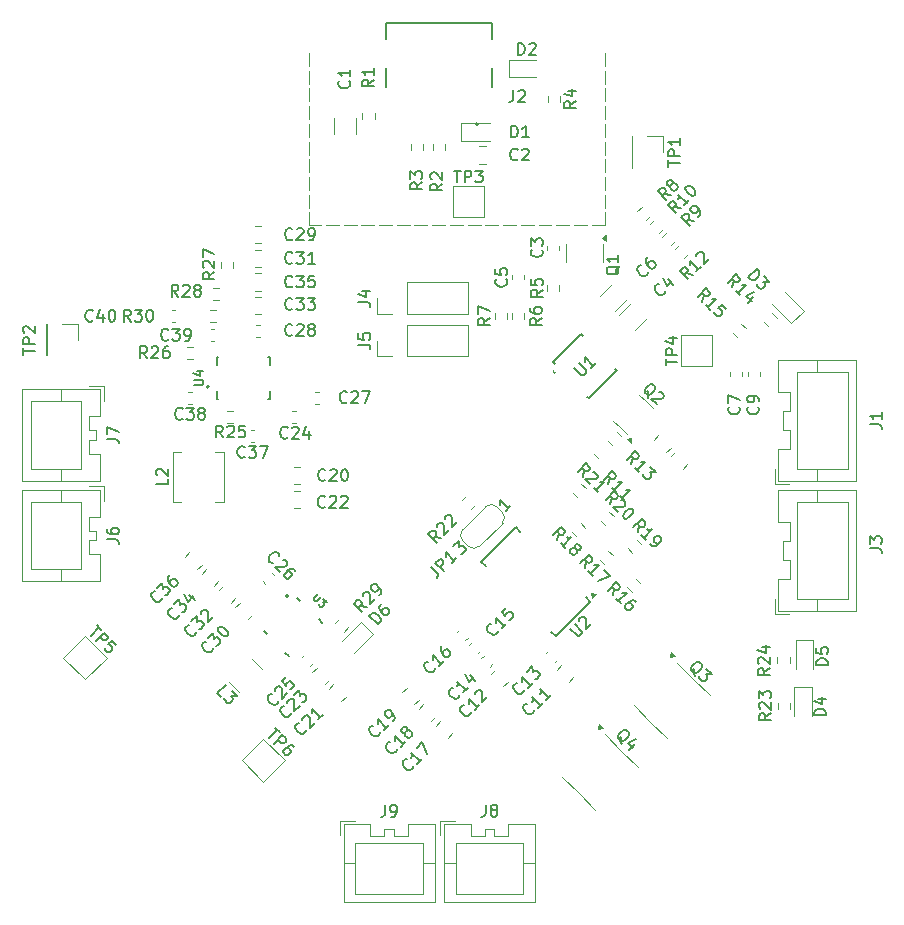
<source format=gbr>
%TF.GenerationSoftware,KiCad,Pcbnew,8.0.4*%
%TF.CreationDate,2024-11-01T13:20:14+09:00*%
%TF.ProjectId,Avio-BMS,4176696f-2d42-44d5-932e-6b696361645f,rev?*%
%TF.SameCoordinates,Original*%
%TF.FileFunction,Legend,Top*%
%TF.FilePolarity,Positive*%
%FSLAX46Y46*%
G04 Gerber Fmt 4.6, Leading zero omitted, Abs format (unit mm)*
G04 Created by KiCad (PCBNEW 8.0.4) date 2024-11-01 13:20:14*
%MOMM*%
%LPD*%
G01*
G04 APERTURE LIST*
%ADD10C,0.100000*%
%ADD11C,0.150000*%
%ADD12C,0.120000*%
%ADD13C,0.152400*%
%ADD14C,0.127000*%
%ADD15C,0.200000*%
G04 APERTURE END LIST*
D10*
X146346669Y-63784301D02*
X146346669Y-62684301D01*
X146346669Y-62284301D02*
X146346669Y-61184301D01*
X146346669Y-60784301D02*
X146346669Y-59684301D01*
X146346669Y-59284301D02*
X146346669Y-58184301D01*
X146346669Y-57784301D02*
X146346669Y-56684301D01*
X146346669Y-56284301D02*
X146346669Y-55184301D01*
X146346669Y-54784301D02*
X146346669Y-53684301D01*
X146346669Y-53284301D02*
X146346669Y-52184301D01*
X146346669Y-51784301D02*
X146346669Y-50684301D01*
X146346669Y-50284301D02*
X146346669Y-49184301D01*
X171346667Y-63784301D02*
X171346667Y-62684301D01*
X171346667Y-62284301D02*
X171346667Y-61184301D01*
X171346667Y-60784301D02*
X171346667Y-59684301D01*
X171346667Y-59284301D02*
X171346667Y-58184301D01*
X171346667Y-57784301D02*
X171346667Y-56684301D01*
X171346667Y-56284301D02*
X171346667Y-55184301D01*
X171346667Y-54784301D02*
X171346667Y-53684301D01*
X171346667Y-53284301D02*
X171346667Y-52184301D01*
X171346667Y-51784301D02*
X171346667Y-50684301D01*
X171346667Y-50284301D02*
X171346667Y-49184301D01*
X171346667Y-63784301D02*
X170246667Y-63784301D01*
X169846667Y-63784301D02*
X168746667Y-63784301D01*
X168346667Y-63784301D02*
X167246667Y-63784301D01*
X166846667Y-63784301D02*
X165746667Y-63784301D01*
X165346667Y-63784301D02*
X164246667Y-63784301D01*
X163846667Y-63784301D02*
X162746667Y-63784301D01*
X162346667Y-63784301D02*
X161246667Y-63784301D01*
X160846667Y-63784301D02*
X159746667Y-63784301D01*
X159346667Y-63784301D02*
X158246667Y-63784301D01*
X157846667Y-63784301D02*
X156746667Y-63784301D01*
X156346667Y-63784301D02*
X155246667Y-63784301D01*
X154846667Y-63784301D02*
X153746667Y-63784301D01*
X153346667Y-63784301D02*
X152246667Y-63784301D01*
X151846667Y-63784301D02*
X150746667Y-63784301D01*
X150346667Y-63784301D02*
X149246667Y-63784301D01*
X148846667Y-63784301D02*
X147746667Y-63784301D01*
X147346667Y-63784301D02*
X146346669Y-63784301D01*
D11*
X149530345Y-78737664D02*
X149482726Y-78785284D01*
X149482726Y-78785284D02*
X149339869Y-78832903D01*
X149339869Y-78832903D02*
X149244631Y-78832903D01*
X149244631Y-78832903D02*
X149101774Y-78785284D01*
X149101774Y-78785284D02*
X149006536Y-78690045D01*
X149006536Y-78690045D02*
X148958917Y-78594807D01*
X148958917Y-78594807D02*
X148911298Y-78404331D01*
X148911298Y-78404331D02*
X148911298Y-78261474D01*
X148911298Y-78261474D02*
X148958917Y-78070998D01*
X148958917Y-78070998D02*
X149006536Y-77975760D01*
X149006536Y-77975760D02*
X149101774Y-77880522D01*
X149101774Y-77880522D02*
X149244631Y-77832903D01*
X149244631Y-77832903D02*
X149339869Y-77832903D01*
X149339869Y-77832903D02*
X149482726Y-77880522D01*
X149482726Y-77880522D02*
X149530345Y-77928141D01*
X149911298Y-77928141D02*
X149958917Y-77880522D01*
X149958917Y-77880522D02*
X150054155Y-77832903D01*
X150054155Y-77832903D02*
X150292250Y-77832903D01*
X150292250Y-77832903D02*
X150387488Y-77880522D01*
X150387488Y-77880522D02*
X150435107Y-77928141D01*
X150435107Y-77928141D02*
X150482726Y-78023379D01*
X150482726Y-78023379D02*
X150482726Y-78118617D01*
X150482726Y-78118617D02*
X150435107Y-78261474D01*
X150435107Y-78261474D02*
X149863679Y-78832903D01*
X149863679Y-78832903D02*
X150482726Y-78832903D01*
X150816060Y-77832903D02*
X151482726Y-77832903D01*
X151482726Y-77832903D02*
X151054155Y-78832903D01*
X135289838Y-96752103D02*
X135289838Y-96819447D01*
X135289838Y-96819447D02*
X135222494Y-96954134D01*
X135222494Y-96954134D02*
X135155151Y-97021477D01*
X135155151Y-97021477D02*
X135020464Y-97088821D01*
X135020464Y-97088821D02*
X134885777Y-97088821D01*
X134885777Y-97088821D02*
X134784762Y-97055149D01*
X134784762Y-97055149D02*
X134616403Y-96954134D01*
X134616403Y-96954134D02*
X134515388Y-96853119D01*
X134515388Y-96853119D02*
X134414372Y-96684760D01*
X134414372Y-96684760D02*
X134380701Y-96583745D01*
X134380701Y-96583745D02*
X134380701Y-96449058D01*
X134380701Y-96449058D02*
X134448044Y-96314371D01*
X134448044Y-96314371D02*
X134515388Y-96247027D01*
X134515388Y-96247027D02*
X134650075Y-96179684D01*
X134650075Y-96179684D02*
X134717418Y-96179684D01*
X134885777Y-95876638D02*
X135323510Y-95438905D01*
X135323510Y-95438905D02*
X135357181Y-95943981D01*
X135357181Y-95943981D02*
X135458197Y-95842966D01*
X135458197Y-95842966D02*
X135559212Y-95809294D01*
X135559212Y-95809294D02*
X135626555Y-95809294D01*
X135626555Y-95809294D02*
X135727571Y-95842966D01*
X135727571Y-95842966D02*
X135895929Y-96011325D01*
X135895929Y-96011325D02*
X135929601Y-96112340D01*
X135929601Y-96112340D02*
X135929601Y-96179684D01*
X135929601Y-96179684D02*
X135895929Y-96280699D01*
X135895929Y-96280699D02*
X135693899Y-96482729D01*
X135693899Y-96482729D02*
X135592884Y-96516401D01*
X135592884Y-96516401D02*
X135525540Y-96516401D01*
X136165304Y-95068516D02*
X136636708Y-95539920D01*
X135727571Y-94967500D02*
X136064288Y-95640935D01*
X136064288Y-95640935D02*
X136502021Y-95203203D01*
X150500520Y-73883751D02*
X151214805Y-73883751D01*
X151214805Y-73883751D02*
X151357662Y-73931370D01*
X151357662Y-73931370D02*
X151452901Y-74026608D01*
X151452901Y-74026608D02*
X151500520Y-74169465D01*
X151500520Y-74169465D02*
X151500520Y-74264703D01*
X150500520Y-72931370D02*
X150500520Y-73407560D01*
X150500520Y-73407560D02*
X150976710Y-73455179D01*
X150976710Y-73455179D02*
X150929091Y-73407560D01*
X150929091Y-73407560D02*
X150881472Y-73312322D01*
X150881472Y-73312322D02*
X150881472Y-73074227D01*
X150881472Y-73074227D02*
X150929091Y-72978989D01*
X150929091Y-72978989D02*
X150976710Y-72931370D01*
X150976710Y-72931370D02*
X151071948Y-72883751D01*
X151071948Y-72883751D02*
X151310043Y-72883751D01*
X151310043Y-72883751D02*
X151405281Y-72931370D01*
X151405281Y-72931370D02*
X151452901Y-72978989D01*
X151452901Y-72978989D02*
X151500520Y-73074227D01*
X151500520Y-73074227D02*
X151500520Y-73312322D01*
X151500520Y-73312322D02*
X151452901Y-73407560D01*
X151452901Y-73407560D02*
X151405281Y-73455179D01*
X190260529Y-101019579D02*
X189260529Y-101019579D01*
X189260529Y-101019579D02*
X189260529Y-100781484D01*
X189260529Y-100781484D02*
X189308148Y-100638627D01*
X189308148Y-100638627D02*
X189403386Y-100543389D01*
X189403386Y-100543389D02*
X189498624Y-100495770D01*
X189498624Y-100495770D02*
X189689100Y-100448151D01*
X189689100Y-100448151D02*
X189831957Y-100448151D01*
X189831957Y-100448151D02*
X190022433Y-100495770D01*
X190022433Y-100495770D02*
X190117671Y-100543389D01*
X190117671Y-100543389D02*
X190212910Y-100638627D01*
X190212910Y-100638627D02*
X190260529Y-100781484D01*
X190260529Y-100781484D02*
X190260529Y-101019579D01*
X189260529Y-99543389D02*
X189260529Y-100019579D01*
X189260529Y-100019579D02*
X189736719Y-100067198D01*
X189736719Y-100067198D02*
X189689100Y-100019579D01*
X189689100Y-100019579D02*
X189641481Y-99924341D01*
X189641481Y-99924341D02*
X189641481Y-99686246D01*
X189641481Y-99686246D02*
X189689100Y-99591008D01*
X189689100Y-99591008D02*
X189736719Y-99543389D01*
X189736719Y-99543389D02*
X189831957Y-99495770D01*
X189831957Y-99495770D02*
X190070052Y-99495770D01*
X190070052Y-99495770D02*
X190165290Y-99543389D01*
X190165290Y-99543389D02*
X190212910Y-99591008D01*
X190212910Y-99591008D02*
X190260529Y-99686246D01*
X190260529Y-99686246D02*
X190260529Y-99924341D01*
X190260529Y-99924341D02*
X190212910Y-100019579D01*
X190212910Y-100019579D02*
X190165290Y-100067198D01*
X156977895Y-101297710D02*
X156977895Y-101365054D01*
X156977895Y-101365054D02*
X156910551Y-101499741D01*
X156910551Y-101499741D02*
X156843208Y-101567084D01*
X156843208Y-101567084D02*
X156708521Y-101634428D01*
X156708521Y-101634428D02*
X156573834Y-101634428D01*
X156573834Y-101634428D02*
X156472819Y-101600756D01*
X156472819Y-101600756D02*
X156304460Y-101499741D01*
X156304460Y-101499741D02*
X156203445Y-101398726D01*
X156203445Y-101398726D02*
X156102429Y-101230367D01*
X156102429Y-101230367D02*
X156068758Y-101129352D01*
X156068758Y-101129352D02*
X156068758Y-100994665D01*
X156068758Y-100994665D02*
X156136101Y-100859978D01*
X156136101Y-100859978D02*
X156203445Y-100792634D01*
X156203445Y-100792634D02*
X156338132Y-100725291D01*
X156338132Y-100725291D02*
X156405475Y-100725291D01*
X157718673Y-100691619D02*
X157314612Y-101095680D01*
X157516643Y-100893649D02*
X156809536Y-100186543D01*
X156809536Y-100186543D02*
X156843208Y-100354901D01*
X156843208Y-100354901D02*
X156843208Y-100489588D01*
X156843208Y-100489588D02*
X156809536Y-100590604D01*
X157617658Y-99378420D02*
X157482971Y-99513107D01*
X157482971Y-99513107D02*
X157449300Y-99614123D01*
X157449300Y-99614123D02*
X157449300Y-99681466D01*
X157449300Y-99681466D02*
X157482971Y-99849825D01*
X157482971Y-99849825D02*
X157583987Y-100018184D01*
X157583987Y-100018184D02*
X157853361Y-100287558D01*
X157853361Y-100287558D02*
X157954376Y-100321229D01*
X157954376Y-100321229D02*
X158021719Y-100321229D01*
X158021719Y-100321229D02*
X158122735Y-100287558D01*
X158122735Y-100287558D02*
X158257422Y-100152871D01*
X158257422Y-100152871D02*
X158291093Y-100051855D01*
X158291093Y-100051855D02*
X158291093Y-99984512D01*
X158291093Y-99984512D02*
X158257422Y-99883497D01*
X158257422Y-99883497D02*
X158089063Y-99715138D01*
X158089063Y-99715138D02*
X157988048Y-99681466D01*
X157988048Y-99681466D02*
X157920704Y-99681466D01*
X157920704Y-99681466D02*
X157819689Y-99715138D01*
X157819689Y-99715138D02*
X157685002Y-99849825D01*
X157685002Y-99849825D02*
X157651330Y-99950840D01*
X157651330Y-99950840D02*
X157651330Y-100018184D01*
X157651330Y-100018184D02*
X157685002Y-100119199D01*
X138900884Y-103710539D02*
X138564166Y-103373822D01*
X138564166Y-103373822D02*
X139271273Y-102666715D01*
X139776350Y-103171791D02*
X140214082Y-103609524D01*
X140214082Y-103609524D02*
X139709006Y-103643196D01*
X139709006Y-103643196D02*
X139810021Y-103744211D01*
X139810021Y-103744211D02*
X139843693Y-103845226D01*
X139843693Y-103845226D02*
X139843693Y-103912570D01*
X139843693Y-103912570D02*
X139810021Y-104013585D01*
X139810021Y-104013585D02*
X139641663Y-104181944D01*
X139641663Y-104181944D02*
X139540647Y-104215616D01*
X139540647Y-104215616D02*
X139473304Y-104215616D01*
X139473304Y-104215616D02*
X139372289Y-104181944D01*
X139372289Y-104181944D02*
X139170258Y-103979913D01*
X139170258Y-103979913D02*
X139136586Y-103878898D01*
X139136586Y-103878898D02*
X139136586Y-103811555D01*
X163980000Y-58190373D02*
X163932381Y-58237993D01*
X163932381Y-58237993D02*
X163789524Y-58285612D01*
X163789524Y-58285612D02*
X163694286Y-58285612D01*
X163694286Y-58285612D02*
X163551429Y-58237993D01*
X163551429Y-58237993D02*
X163456191Y-58142754D01*
X163456191Y-58142754D02*
X163408572Y-58047516D01*
X163408572Y-58047516D02*
X163360953Y-57857040D01*
X163360953Y-57857040D02*
X163360953Y-57714183D01*
X163360953Y-57714183D02*
X163408572Y-57523707D01*
X163408572Y-57523707D02*
X163456191Y-57428469D01*
X163456191Y-57428469D02*
X163551429Y-57333231D01*
X163551429Y-57333231D02*
X163694286Y-57285612D01*
X163694286Y-57285612D02*
X163789524Y-57285612D01*
X163789524Y-57285612D02*
X163932381Y-57333231D01*
X163932381Y-57333231D02*
X163980000Y-57380850D01*
X164360953Y-57380850D02*
X164408572Y-57333231D01*
X164408572Y-57333231D02*
X164503810Y-57285612D01*
X164503810Y-57285612D02*
X164741905Y-57285612D01*
X164741905Y-57285612D02*
X164837143Y-57333231D01*
X164837143Y-57333231D02*
X164884762Y-57380850D01*
X164884762Y-57380850D02*
X164932381Y-57476088D01*
X164932381Y-57476088D02*
X164932381Y-57571326D01*
X164932381Y-57571326D02*
X164884762Y-57714183D01*
X164884762Y-57714183D02*
X164313334Y-58285612D01*
X164313334Y-58285612D02*
X164932381Y-58285612D01*
X183503150Y-68175202D02*
X184210257Y-67468096D01*
X184210257Y-67468096D02*
X184378616Y-67636454D01*
X184378616Y-67636454D02*
X184445959Y-67771141D01*
X184445959Y-67771141D02*
X184445959Y-67905828D01*
X184445959Y-67905828D02*
X184412287Y-68006844D01*
X184412287Y-68006844D02*
X184311272Y-68175202D01*
X184311272Y-68175202D02*
X184210257Y-68276218D01*
X184210257Y-68276218D02*
X184041898Y-68377233D01*
X184041898Y-68377233D02*
X183940883Y-68410905D01*
X183940883Y-68410905D02*
X183806196Y-68410905D01*
X183806196Y-68410905D02*
X183671509Y-68343561D01*
X183671509Y-68343561D02*
X183503150Y-68175202D01*
X184850020Y-68107859D02*
X185287753Y-68545592D01*
X185287753Y-68545592D02*
X184782677Y-68579263D01*
X184782677Y-68579263D02*
X184883692Y-68680279D01*
X184883692Y-68680279D02*
X184917364Y-68781294D01*
X184917364Y-68781294D02*
X184917364Y-68848637D01*
X184917364Y-68848637D02*
X184883692Y-68949653D01*
X184883692Y-68949653D02*
X184715333Y-69118011D01*
X184715333Y-69118011D02*
X184614318Y-69151683D01*
X184614318Y-69151683D02*
X184546974Y-69151683D01*
X184546974Y-69151683D02*
X184445959Y-69118011D01*
X184445959Y-69118011D02*
X184243929Y-68915981D01*
X184243929Y-68915981D02*
X184210257Y-68814966D01*
X184210257Y-68814966D02*
X184210257Y-68747622D01*
X163408572Y-56339122D02*
X163408572Y-55339122D01*
X163408572Y-55339122D02*
X163646667Y-55339122D01*
X163646667Y-55339122D02*
X163789524Y-55386741D01*
X163789524Y-55386741D02*
X163884762Y-55481979D01*
X163884762Y-55481979D02*
X163932381Y-55577217D01*
X163932381Y-55577217D02*
X163980000Y-55767693D01*
X163980000Y-55767693D02*
X163980000Y-55910550D01*
X163980000Y-55910550D02*
X163932381Y-56101026D01*
X163932381Y-56101026D02*
X163884762Y-56196264D01*
X163884762Y-56196264D02*
X163789524Y-56291503D01*
X163789524Y-56291503D02*
X163646667Y-56339122D01*
X163646667Y-56339122D02*
X163408572Y-56339122D01*
X164932381Y-56339122D02*
X164360953Y-56339122D01*
X164646667Y-56339122D02*
X164646667Y-55339122D01*
X164646667Y-55339122D02*
X164551429Y-55481979D01*
X164551429Y-55481979D02*
X164456191Y-55577217D01*
X164456191Y-55577217D02*
X164360953Y-55624836D01*
X149706247Y-51542175D02*
X149753867Y-51589794D01*
X149753867Y-51589794D02*
X149801486Y-51732651D01*
X149801486Y-51732651D02*
X149801486Y-51827889D01*
X149801486Y-51827889D02*
X149753867Y-51970746D01*
X149753867Y-51970746D02*
X149658628Y-52065984D01*
X149658628Y-52065984D02*
X149563390Y-52113603D01*
X149563390Y-52113603D02*
X149372914Y-52161222D01*
X149372914Y-52161222D02*
X149230057Y-52161222D01*
X149230057Y-52161222D02*
X149039581Y-52113603D01*
X149039581Y-52113603D02*
X148944343Y-52065984D01*
X148944343Y-52065984D02*
X148849105Y-51970746D01*
X148849105Y-51970746D02*
X148801486Y-51827889D01*
X148801486Y-51827889D02*
X148801486Y-51732651D01*
X148801486Y-51732651D02*
X148849105Y-51589794D01*
X148849105Y-51589794D02*
X148896724Y-51542175D01*
X149801486Y-50589794D02*
X149801486Y-51161222D01*
X149801486Y-50875508D02*
X148801486Y-50875508D01*
X148801486Y-50875508D02*
X148944343Y-50970746D01*
X148944343Y-50970746D02*
X149039581Y-51065984D01*
X149039581Y-51065984D02*
X149087200Y-51161222D01*
X182170492Y-69042546D02*
X182271507Y-68470127D01*
X181766431Y-68638485D02*
X182473538Y-67931379D01*
X182473538Y-67931379D02*
X182742912Y-68200753D01*
X182742912Y-68200753D02*
X182776584Y-68301768D01*
X182776584Y-68301768D02*
X182776584Y-68369111D01*
X182776584Y-68369111D02*
X182742912Y-68470127D01*
X182742912Y-68470127D02*
X182641897Y-68571142D01*
X182641897Y-68571142D02*
X182540881Y-68604814D01*
X182540881Y-68604814D02*
X182473538Y-68604814D01*
X182473538Y-68604814D02*
X182372523Y-68571142D01*
X182372523Y-68571142D02*
X182103149Y-68301768D01*
X182843927Y-69715981D02*
X182439866Y-69311920D01*
X182641897Y-69513951D02*
X183349003Y-68806844D01*
X183349003Y-68806844D02*
X183180645Y-68840516D01*
X183180645Y-68840516D02*
X183045958Y-68840516D01*
X183045958Y-68840516D02*
X182944942Y-68806844D01*
X183921423Y-69850669D02*
X183450019Y-70322073D01*
X184022439Y-69412936D02*
X183349004Y-69749653D01*
X183349004Y-69749653D02*
X183786736Y-70187386D01*
X152136656Y-97576220D02*
X151429550Y-96869113D01*
X151429550Y-96869113D02*
X151597908Y-96700754D01*
X151597908Y-96700754D02*
X151732595Y-96633411D01*
X151732595Y-96633411D02*
X151867282Y-96633411D01*
X151867282Y-96633411D02*
X151968298Y-96667083D01*
X151968298Y-96667083D02*
X152136656Y-96768098D01*
X152136656Y-96768098D02*
X152237672Y-96869113D01*
X152237672Y-96869113D02*
X152338687Y-97037472D01*
X152338687Y-97037472D02*
X152372359Y-97138487D01*
X152372359Y-97138487D02*
X152372359Y-97273174D01*
X152372359Y-97273174D02*
X152305015Y-97407861D01*
X152305015Y-97407861D02*
X152136656Y-97576220D01*
X152439702Y-95858961D02*
X152305015Y-95993648D01*
X152305015Y-95993648D02*
X152271343Y-96094663D01*
X152271343Y-96094663D02*
X152271343Y-96162006D01*
X152271343Y-96162006D02*
X152305015Y-96330365D01*
X152305015Y-96330365D02*
X152406030Y-96498724D01*
X152406030Y-96498724D02*
X152675404Y-96768098D01*
X152675404Y-96768098D02*
X152776420Y-96801770D01*
X152776420Y-96801770D02*
X152843763Y-96801770D01*
X152843763Y-96801770D02*
X152944778Y-96768098D01*
X152944778Y-96768098D02*
X153079465Y-96633411D01*
X153079465Y-96633411D02*
X153113137Y-96532396D01*
X153113137Y-96532396D02*
X153113137Y-96465052D01*
X153113137Y-96465052D02*
X153079465Y-96364037D01*
X153079465Y-96364037D02*
X152911107Y-96195678D01*
X152911107Y-96195678D02*
X152810091Y-96162006D01*
X152810091Y-96162006D02*
X152742748Y-96162006D01*
X152742748Y-96162006D02*
X152641733Y-96195678D01*
X152641733Y-96195678D02*
X152507046Y-96330365D01*
X152507046Y-96330365D02*
X152473374Y-96431380D01*
X152473374Y-96431380D02*
X152473374Y-96498724D01*
X152473374Y-96498724D02*
X152507046Y-96599739D01*
X157515464Y-90256406D02*
X156943045Y-90155391D01*
X157111403Y-90660467D02*
X156404297Y-89953360D01*
X156404297Y-89953360D02*
X156673671Y-89683986D01*
X156673671Y-89683986D02*
X156774686Y-89650314D01*
X156774686Y-89650314D02*
X156842029Y-89650314D01*
X156842029Y-89650314D02*
X156943045Y-89683986D01*
X156943045Y-89683986D02*
X157044060Y-89785001D01*
X157044060Y-89785001D02*
X157077732Y-89886017D01*
X157077732Y-89886017D02*
X157077732Y-89953360D01*
X157077732Y-89953360D02*
X157044060Y-90054375D01*
X157044060Y-90054375D02*
X156774686Y-90323749D01*
X157145075Y-89347269D02*
X157145075Y-89279925D01*
X157145075Y-89279925D02*
X157178747Y-89178910D01*
X157178747Y-89178910D02*
X157347106Y-89010551D01*
X157347106Y-89010551D02*
X157448121Y-88976879D01*
X157448121Y-88976879D02*
X157515464Y-88976879D01*
X157515464Y-88976879D02*
X157616480Y-89010551D01*
X157616480Y-89010551D02*
X157683823Y-89077895D01*
X157683823Y-89077895D02*
X157751167Y-89212582D01*
X157751167Y-89212582D02*
X157751167Y-90020704D01*
X157751167Y-90020704D02*
X158188899Y-89582971D01*
X157818510Y-88673833D02*
X157818510Y-88606490D01*
X157818510Y-88606490D02*
X157852182Y-88505475D01*
X157852182Y-88505475D02*
X158020541Y-88337116D01*
X158020541Y-88337116D02*
X158121556Y-88303444D01*
X158121556Y-88303444D02*
X158188900Y-88303444D01*
X158188900Y-88303444D02*
X158289915Y-88337116D01*
X158289915Y-88337116D02*
X158357258Y-88404459D01*
X158357258Y-88404459D02*
X158424602Y-88539146D01*
X158424602Y-88539146D02*
X158424602Y-89347268D01*
X158424602Y-89347268D02*
X158862335Y-88909536D01*
X164524492Y-103116742D02*
X164524492Y-103184086D01*
X164524492Y-103184086D02*
X164457148Y-103318773D01*
X164457148Y-103318773D02*
X164389805Y-103386116D01*
X164389805Y-103386116D02*
X164255118Y-103453460D01*
X164255118Y-103453460D02*
X164120431Y-103453460D01*
X164120431Y-103453460D02*
X164019416Y-103419788D01*
X164019416Y-103419788D02*
X163851057Y-103318773D01*
X163851057Y-103318773D02*
X163750042Y-103217758D01*
X163750042Y-103217758D02*
X163649026Y-103049399D01*
X163649026Y-103049399D02*
X163615355Y-102948384D01*
X163615355Y-102948384D02*
X163615355Y-102813697D01*
X163615355Y-102813697D02*
X163682698Y-102679010D01*
X163682698Y-102679010D02*
X163750042Y-102611666D01*
X163750042Y-102611666D02*
X163884729Y-102544323D01*
X163884729Y-102544323D02*
X163952072Y-102544323D01*
X165265270Y-102510651D02*
X164861209Y-102914712D01*
X165063240Y-102712681D02*
X164356133Y-102005575D01*
X164356133Y-102005575D02*
X164389805Y-102173933D01*
X164389805Y-102173933D02*
X164389805Y-102308620D01*
X164389805Y-102308620D02*
X164356133Y-102409636D01*
X164793866Y-101567842D02*
X165231599Y-101130109D01*
X165231599Y-101130109D02*
X165265271Y-101635185D01*
X165265271Y-101635185D02*
X165366286Y-101534170D01*
X165366286Y-101534170D02*
X165467301Y-101500498D01*
X165467301Y-101500498D02*
X165534645Y-101500498D01*
X165534645Y-101500498D02*
X165635660Y-101534170D01*
X165635660Y-101534170D02*
X165804019Y-101702529D01*
X165804019Y-101702529D02*
X165837690Y-101803544D01*
X165837690Y-101803544D02*
X165837690Y-101870887D01*
X165837690Y-101870887D02*
X165804019Y-101971903D01*
X165804019Y-101971903D02*
X165601988Y-102173933D01*
X165601988Y-102173933D02*
X165500973Y-102207605D01*
X165500973Y-102207605D02*
X165433629Y-102207605D01*
X144910027Y-66937665D02*
X144862408Y-66985285D01*
X144862408Y-66985285D02*
X144719551Y-67032904D01*
X144719551Y-67032904D02*
X144624313Y-67032904D01*
X144624313Y-67032904D02*
X144481456Y-66985285D01*
X144481456Y-66985285D02*
X144386218Y-66890046D01*
X144386218Y-66890046D02*
X144338599Y-66794808D01*
X144338599Y-66794808D02*
X144290980Y-66604332D01*
X144290980Y-66604332D02*
X144290980Y-66461475D01*
X144290980Y-66461475D02*
X144338599Y-66270999D01*
X144338599Y-66270999D02*
X144386218Y-66175761D01*
X144386218Y-66175761D02*
X144481456Y-66080523D01*
X144481456Y-66080523D02*
X144624313Y-66032904D01*
X144624313Y-66032904D02*
X144719551Y-66032904D01*
X144719551Y-66032904D02*
X144862408Y-66080523D01*
X144862408Y-66080523D02*
X144910027Y-66128142D01*
X145243361Y-66032904D02*
X145862408Y-66032904D01*
X145862408Y-66032904D02*
X145529075Y-66413856D01*
X145529075Y-66413856D02*
X145671932Y-66413856D01*
X145671932Y-66413856D02*
X145767170Y-66461475D01*
X145767170Y-66461475D02*
X145814789Y-66509094D01*
X145814789Y-66509094D02*
X145862408Y-66604332D01*
X145862408Y-66604332D02*
X145862408Y-66842427D01*
X145862408Y-66842427D02*
X145814789Y-66937665D01*
X145814789Y-66937665D02*
X145767170Y-66985285D01*
X145767170Y-66985285D02*
X145671932Y-67032904D01*
X145671932Y-67032904D02*
X145386218Y-67032904D01*
X145386218Y-67032904D02*
X145290980Y-66985285D01*
X145290980Y-66985285D02*
X145243361Y-66937665D01*
X146814789Y-67032904D02*
X146243361Y-67032904D01*
X146529075Y-67032904D02*
X146529075Y-66032904D01*
X146529075Y-66032904D02*
X146433837Y-66175761D01*
X146433837Y-66175761D02*
X146338599Y-66270999D01*
X146338599Y-66270999D02*
X146243361Y-66318618D01*
X168762988Y-75859721D02*
X169335408Y-76432141D01*
X169335408Y-76432141D02*
X169436423Y-76465813D01*
X169436423Y-76465813D02*
X169503767Y-76465813D01*
X169503767Y-76465813D02*
X169604782Y-76432141D01*
X169604782Y-76432141D02*
X169739469Y-76297454D01*
X169739469Y-76297454D02*
X169773141Y-76196439D01*
X169773141Y-76196439D02*
X169773141Y-76129095D01*
X169773141Y-76129095D02*
X169739469Y-76028080D01*
X169739469Y-76028080D02*
X169167049Y-75455660D01*
X170581263Y-75455660D02*
X170177202Y-75859721D01*
X170379232Y-75657691D02*
X169672126Y-74950584D01*
X169672126Y-74950584D02*
X169705797Y-75118943D01*
X169705797Y-75118943D02*
X169705797Y-75253630D01*
X169705797Y-75253630D02*
X169672126Y-75354645D01*
X144510027Y-81737665D02*
X144462408Y-81785285D01*
X144462408Y-81785285D02*
X144319551Y-81832904D01*
X144319551Y-81832904D02*
X144224313Y-81832904D01*
X144224313Y-81832904D02*
X144081456Y-81785285D01*
X144081456Y-81785285D02*
X143986218Y-81690046D01*
X143986218Y-81690046D02*
X143938599Y-81594808D01*
X143938599Y-81594808D02*
X143890980Y-81404332D01*
X143890980Y-81404332D02*
X143890980Y-81261475D01*
X143890980Y-81261475D02*
X143938599Y-81070999D01*
X143938599Y-81070999D02*
X143986218Y-80975761D01*
X143986218Y-80975761D02*
X144081456Y-80880523D01*
X144081456Y-80880523D02*
X144224313Y-80832904D01*
X144224313Y-80832904D02*
X144319551Y-80832904D01*
X144319551Y-80832904D02*
X144462408Y-80880523D01*
X144462408Y-80880523D02*
X144510027Y-80928142D01*
X144890980Y-80928142D02*
X144938599Y-80880523D01*
X144938599Y-80880523D02*
X145033837Y-80832904D01*
X145033837Y-80832904D02*
X145271932Y-80832904D01*
X145271932Y-80832904D02*
X145367170Y-80880523D01*
X145367170Y-80880523D02*
X145414789Y-80928142D01*
X145414789Y-80928142D02*
X145462408Y-81023380D01*
X145462408Y-81023380D02*
X145462408Y-81118618D01*
X145462408Y-81118618D02*
X145414789Y-81261475D01*
X145414789Y-81261475D02*
X144843361Y-81832904D01*
X144843361Y-81832904D02*
X145462408Y-81832904D01*
X146319551Y-81166237D02*
X146319551Y-81832904D01*
X146081456Y-80785285D02*
X145843361Y-81499570D01*
X145843361Y-81499570D02*
X146462408Y-81499570D01*
X185413479Y-105111894D02*
X184937288Y-105445227D01*
X185413479Y-105683322D02*
X184413479Y-105683322D01*
X184413479Y-105683322D02*
X184413479Y-105302370D01*
X184413479Y-105302370D02*
X184461098Y-105207132D01*
X184461098Y-105207132D02*
X184508717Y-105159513D01*
X184508717Y-105159513D02*
X184603955Y-105111894D01*
X184603955Y-105111894D02*
X184746812Y-105111894D01*
X184746812Y-105111894D02*
X184842050Y-105159513D01*
X184842050Y-105159513D02*
X184889669Y-105207132D01*
X184889669Y-105207132D02*
X184937288Y-105302370D01*
X184937288Y-105302370D02*
X184937288Y-105683322D01*
X184508717Y-104730941D02*
X184461098Y-104683322D01*
X184461098Y-104683322D02*
X184413479Y-104588084D01*
X184413479Y-104588084D02*
X184413479Y-104349989D01*
X184413479Y-104349989D02*
X184461098Y-104254751D01*
X184461098Y-104254751D02*
X184508717Y-104207132D01*
X184508717Y-104207132D02*
X184603955Y-104159513D01*
X184603955Y-104159513D02*
X184699193Y-104159513D01*
X184699193Y-104159513D02*
X184842050Y-104207132D01*
X184842050Y-104207132D02*
X185413479Y-104778560D01*
X185413479Y-104778560D02*
X185413479Y-104159513D01*
X184413479Y-103826179D02*
X184413479Y-103207132D01*
X184413479Y-103207132D02*
X184794431Y-103540465D01*
X184794431Y-103540465D02*
X184794431Y-103397608D01*
X184794431Y-103397608D02*
X184842050Y-103302370D01*
X184842050Y-103302370D02*
X184889669Y-103254751D01*
X184889669Y-103254751D02*
X184984907Y-103207132D01*
X184984907Y-103207132D02*
X185223002Y-103207132D01*
X185223002Y-103207132D02*
X185318240Y-103254751D01*
X185318240Y-103254751D02*
X185365860Y-103302370D01*
X185365860Y-103302370D02*
X185413479Y-103397608D01*
X185413479Y-103397608D02*
X185413479Y-103683322D01*
X185413479Y-103683322D02*
X185365860Y-103778560D01*
X185365860Y-103778560D02*
X185318240Y-103826179D01*
X144782745Y-105078287D02*
X144782745Y-105145631D01*
X144782745Y-105145631D02*
X144715401Y-105280318D01*
X144715401Y-105280318D02*
X144648058Y-105347661D01*
X144648058Y-105347661D02*
X144513371Y-105415005D01*
X144513371Y-105415005D02*
X144378684Y-105415005D01*
X144378684Y-105415005D02*
X144277669Y-105381333D01*
X144277669Y-105381333D02*
X144109310Y-105280318D01*
X144109310Y-105280318D02*
X144008295Y-105179303D01*
X144008295Y-105179303D02*
X143907279Y-105010944D01*
X143907279Y-105010944D02*
X143873608Y-104909929D01*
X143873608Y-104909929D02*
X143873608Y-104775242D01*
X143873608Y-104775242D02*
X143940951Y-104640555D01*
X143940951Y-104640555D02*
X144008295Y-104573211D01*
X144008295Y-104573211D02*
X144142982Y-104505868D01*
X144142982Y-104505868D02*
X144210325Y-104505868D01*
X144479699Y-104236494D02*
X144479699Y-104169150D01*
X144479699Y-104169150D02*
X144513371Y-104068135D01*
X144513371Y-104068135D02*
X144681730Y-103899776D01*
X144681730Y-103899776D02*
X144782745Y-103866104D01*
X144782745Y-103866104D02*
X144850088Y-103866104D01*
X144850088Y-103866104D02*
X144951104Y-103899776D01*
X144951104Y-103899776D02*
X145018447Y-103967120D01*
X145018447Y-103967120D02*
X145085791Y-104101807D01*
X145085791Y-104101807D02*
X145085791Y-104909929D01*
X145085791Y-104909929D02*
X145523523Y-104472196D01*
X145052119Y-103529387D02*
X145489852Y-103091654D01*
X145489852Y-103091654D02*
X145523524Y-103596730D01*
X145523524Y-103596730D02*
X145624539Y-103495715D01*
X145624539Y-103495715D02*
X145725554Y-103462043D01*
X145725554Y-103462043D02*
X145792898Y-103462043D01*
X145792898Y-103462043D02*
X145893913Y-103495715D01*
X145893913Y-103495715D02*
X146062272Y-103664074D01*
X146062272Y-103664074D02*
X146095943Y-103765089D01*
X146095943Y-103765089D02*
X146095943Y-103832432D01*
X146095943Y-103832432D02*
X146062272Y-103933448D01*
X146062272Y-103933448D02*
X145860241Y-104135478D01*
X145860241Y-104135478D02*
X145759226Y-104169150D01*
X145759226Y-104169150D02*
X145691882Y-104169150D01*
X131210027Y-71932903D02*
X130876694Y-71456712D01*
X130638599Y-71932903D02*
X130638599Y-70932903D01*
X130638599Y-70932903D02*
X131019551Y-70932903D01*
X131019551Y-70932903D02*
X131114789Y-70980522D01*
X131114789Y-70980522D02*
X131162408Y-71028141D01*
X131162408Y-71028141D02*
X131210027Y-71123379D01*
X131210027Y-71123379D02*
X131210027Y-71266236D01*
X131210027Y-71266236D02*
X131162408Y-71361474D01*
X131162408Y-71361474D02*
X131114789Y-71409093D01*
X131114789Y-71409093D02*
X131019551Y-71456712D01*
X131019551Y-71456712D02*
X130638599Y-71456712D01*
X131543361Y-70932903D02*
X132162408Y-70932903D01*
X132162408Y-70932903D02*
X131829075Y-71313855D01*
X131829075Y-71313855D02*
X131971932Y-71313855D01*
X131971932Y-71313855D02*
X132067170Y-71361474D01*
X132067170Y-71361474D02*
X132114789Y-71409093D01*
X132114789Y-71409093D02*
X132162408Y-71504331D01*
X132162408Y-71504331D02*
X132162408Y-71742426D01*
X132162408Y-71742426D02*
X132114789Y-71837664D01*
X132114789Y-71837664D02*
X132067170Y-71885284D01*
X132067170Y-71885284D02*
X131971932Y-71932903D01*
X131971932Y-71932903D02*
X131686218Y-71932903D01*
X131686218Y-71932903D02*
X131590980Y-71885284D01*
X131590980Y-71885284D02*
X131543361Y-71837664D01*
X132781456Y-70932903D02*
X132876694Y-70932903D01*
X132876694Y-70932903D02*
X132971932Y-70980522D01*
X132971932Y-70980522D02*
X133019551Y-71028141D01*
X133019551Y-71028141D02*
X133067170Y-71123379D01*
X133067170Y-71123379D02*
X133114789Y-71313855D01*
X133114789Y-71313855D02*
X133114789Y-71551950D01*
X133114789Y-71551950D02*
X133067170Y-71742426D01*
X133067170Y-71742426D02*
X133019551Y-71837664D01*
X133019551Y-71837664D02*
X132971932Y-71885284D01*
X132971932Y-71885284D02*
X132876694Y-71932903D01*
X132876694Y-71932903D02*
X132781456Y-71932903D01*
X132781456Y-71932903D02*
X132686218Y-71885284D01*
X132686218Y-71885284D02*
X132638599Y-71837664D01*
X132638599Y-71837664D02*
X132590980Y-71742426D01*
X132590980Y-71742426D02*
X132543361Y-71551950D01*
X132543361Y-71551950D02*
X132543361Y-71313855D01*
X132543361Y-71313855D02*
X132590980Y-71123379D01*
X132590980Y-71123379D02*
X132638599Y-71028141D01*
X132638599Y-71028141D02*
X132686218Y-70980522D01*
X132686218Y-70980522D02*
X132781456Y-70932903D01*
X171666695Y-85719091D02*
X171767710Y-85146672D01*
X171262634Y-85315030D02*
X171969741Y-84607924D01*
X171969741Y-84607924D02*
X172239115Y-84877298D01*
X172239115Y-84877298D02*
X172272787Y-84978313D01*
X172272787Y-84978313D02*
X172272787Y-85045656D01*
X172272787Y-85045656D02*
X172239115Y-85146672D01*
X172239115Y-85146672D02*
X172138100Y-85247687D01*
X172138100Y-85247687D02*
X172037084Y-85281359D01*
X172037084Y-85281359D02*
X171969741Y-85281359D01*
X171969741Y-85281359D02*
X171868726Y-85247687D01*
X171868726Y-85247687D02*
X171599352Y-84978313D01*
X172340130Y-86392526D02*
X171936069Y-85988465D01*
X172138100Y-86190496D02*
X172845206Y-85483389D01*
X172845206Y-85483389D02*
X172676848Y-85517061D01*
X172676848Y-85517061D02*
X172542161Y-85517061D01*
X172542161Y-85517061D02*
X172441145Y-85483389D01*
X173013565Y-87065962D02*
X172609504Y-86661901D01*
X172811535Y-86863931D02*
X173518642Y-86156824D01*
X173518642Y-86156824D02*
X173350283Y-86190496D01*
X173350283Y-86190496D02*
X173215596Y-86190496D01*
X173215596Y-86190496D02*
X173114581Y-86156824D01*
X157601486Y-60250969D02*
X157125295Y-60584302D01*
X157601486Y-60822397D02*
X156601486Y-60822397D01*
X156601486Y-60822397D02*
X156601486Y-60441445D01*
X156601486Y-60441445D02*
X156649105Y-60346207D01*
X156649105Y-60346207D02*
X156696724Y-60298588D01*
X156696724Y-60298588D02*
X156791962Y-60250969D01*
X156791962Y-60250969D02*
X156934819Y-60250969D01*
X156934819Y-60250969D02*
X157030057Y-60298588D01*
X157030057Y-60298588D02*
X157077676Y-60346207D01*
X157077676Y-60346207D02*
X157125295Y-60441445D01*
X157125295Y-60441445D02*
X157125295Y-60822397D01*
X156696724Y-59870016D02*
X156649105Y-59822397D01*
X156649105Y-59822397D02*
X156601486Y-59727159D01*
X156601486Y-59727159D02*
X156601486Y-59489064D01*
X156601486Y-59489064D02*
X156649105Y-59393826D01*
X156649105Y-59393826D02*
X156696724Y-59346207D01*
X156696724Y-59346207D02*
X156791962Y-59298588D01*
X156791962Y-59298588D02*
X156887200Y-59298588D01*
X156887200Y-59298588D02*
X157030057Y-59346207D01*
X157030057Y-59346207D02*
X157601486Y-59917635D01*
X157601486Y-59917635D02*
X157601486Y-59298588D01*
X147106042Y-94979536D02*
X146739693Y-95345885D01*
X146739693Y-95345885D02*
X146718143Y-95410535D01*
X146718143Y-95410535D02*
X146718143Y-95453635D01*
X146718143Y-95453635D02*
X146739693Y-95518284D01*
X146739693Y-95518284D02*
X146825893Y-95604484D01*
X146825893Y-95604484D02*
X146890543Y-95626034D01*
X146890543Y-95626034D02*
X146933643Y-95626034D01*
X146933643Y-95626034D02*
X146998292Y-95604484D01*
X146998292Y-95604484D02*
X147364641Y-95238136D01*
X147537040Y-95410535D02*
X147817189Y-95690684D01*
X147817189Y-95690684D02*
X147493940Y-95712234D01*
X147493940Y-95712234D02*
X147558590Y-95776883D01*
X147558590Y-95776883D02*
X147580140Y-95841533D01*
X147580140Y-95841533D02*
X147580140Y-95884633D01*
X147580140Y-95884633D02*
X147558590Y-95949283D01*
X147558590Y-95949283D02*
X147450841Y-96057032D01*
X147450841Y-96057032D02*
X147386191Y-96078582D01*
X147386191Y-96078582D02*
X147343091Y-96078582D01*
X147343091Y-96078582D02*
X147278441Y-96057032D01*
X147278441Y-96057032D02*
X147149142Y-95927733D01*
X147149142Y-95927733D02*
X147127592Y-95863083D01*
X147127592Y-95863083D02*
X147127592Y-95819983D01*
X151801488Y-51450970D02*
X151325297Y-51784303D01*
X151801488Y-52022398D02*
X150801488Y-52022398D01*
X150801488Y-52022398D02*
X150801488Y-51641446D01*
X150801488Y-51641446D02*
X150849107Y-51546208D01*
X150849107Y-51546208D02*
X150896726Y-51498589D01*
X150896726Y-51498589D02*
X150991964Y-51450970D01*
X150991964Y-51450970D02*
X151134821Y-51450970D01*
X151134821Y-51450970D02*
X151230059Y-51498589D01*
X151230059Y-51498589D02*
X151277678Y-51546208D01*
X151277678Y-51546208D02*
X151325297Y-51641446D01*
X151325297Y-51641446D02*
X151325297Y-52022398D01*
X151801488Y-50498589D02*
X151801488Y-51070017D01*
X151801488Y-50784303D02*
X150801488Y-50784303D01*
X150801488Y-50784303D02*
X150944345Y-50879541D01*
X150944345Y-50879541D02*
X151039583Y-50974779D01*
X151039583Y-50974779D02*
X151087202Y-51070017D01*
X143431008Y-106315357D02*
X143835069Y-106719418D01*
X142925932Y-107224494D02*
X143633039Y-106517387D01*
X143363665Y-107662227D02*
X144070772Y-106955120D01*
X144070772Y-106955120D02*
X144340146Y-107224494D01*
X144340146Y-107224494D02*
X144373817Y-107325510D01*
X144373817Y-107325510D02*
X144373817Y-107392853D01*
X144373817Y-107392853D02*
X144340146Y-107493868D01*
X144340146Y-107493868D02*
X144239130Y-107594884D01*
X144239130Y-107594884D02*
X144138115Y-107628555D01*
X144138115Y-107628555D02*
X144070772Y-107628555D01*
X144070772Y-107628555D02*
X143969756Y-107594884D01*
X143969756Y-107594884D02*
X143700382Y-107325510D01*
X145080924Y-107965273D02*
X144946237Y-107830586D01*
X144946237Y-107830586D02*
X144845222Y-107796914D01*
X144845222Y-107796914D02*
X144777878Y-107796914D01*
X144777878Y-107796914D02*
X144609520Y-107830586D01*
X144609520Y-107830586D02*
X144441161Y-107931601D01*
X144441161Y-107931601D02*
X144171787Y-108200975D01*
X144171787Y-108200975D02*
X144138115Y-108301990D01*
X144138115Y-108301990D02*
X144138115Y-108369334D01*
X144138115Y-108369334D02*
X144171787Y-108470349D01*
X144171787Y-108470349D02*
X144306474Y-108605036D01*
X144306474Y-108605036D02*
X144407489Y-108638708D01*
X144407489Y-108638708D02*
X144474833Y-108638708D01*
X144474833Y-108638708D02*
X144575848Y-108605036D01*
X144575848Y-108605036D02*
X144744207Y-108436677D01*
X144744207Y-108436677D02*
X144777878Y-108335662D01*
X144777878Y-108335662D02*
X144777878Y-108268319D01*
X144777878Y-108268319D02*
X144744207Y-108167303D01*
X144744207Y-108167303D02*
X144609520Y-108032616D01*
X144609520Y-108032616D02*
X144508504Y-107998945D01*
X144508504Y-107998945D02*
X144441161Y-107998945D01*
X144441161Y-107998945D02*
X144340146Y-108032616D01*
X152314525Y-106710613D02*
X152314525Y-106777957D01*
X152314525Y-106777957D02*
X152247181Y-106912644D01*
X152247181Y-106912644D02*
X152179838Y-106979987D01*
X152179838Y-106979987D02*
X152045151Y-107047331D01*
X152045151Y-107047331D02*
X151910464Y-107047331D01*
X151910464Y-107047331D02*
X151809449Y-107013659D01*
X151809449Y-107013659D02*
X151641090Y-106912644D01*
X151641090Y-106912644D02*
X151540075Y-106811629D01*
X151540075Y-106811629D02*
X151439059Y-106643270D01*
X151439059Y-106643270D02*
X151405388Y-106542255D01*
X151405388Y-106542255D02*
X151405388Y-106407568D01*
X151405388Y-106407568D02*
X151472731Y-106272881D01*
X151472731Y-106272881D02*
X151540075Y-106205537D01*
X151540075Y-106205537D02*
X151674762Y-106138194D01*
X151674762Y-106138194D02*
X151742105Y-106138194D01*
X153055303Y-106104522D02*
X152651242Y-106508583D01*
X152853273Y-106306552D02*
X152146166Y-105599446D01*
X152146166Y-105599446D02*
X152179838Y-105767804D01*
X152179838Y-105767804D02*
X152179838Y-105902491D01*
X152179838Y-105902491D02*
X152146166Y-106003507D01*
X153392021Y-105767804D02*
X153526708Y-105633117D01*
X153526708Y-105633117D02*
X153560380Y-105532102D01*
X153560380Y-105532102D02*
X153560380Y-105464758D01*
X153560380Y-105464758D02*
X153526708Y-105296400D01*
X153526708Y-105296400D02*
X153425693Y-105128041D01*
X153425693Y-105128041D02*
X153156319Y-104858667D01*
X153156319Y-104858667D02*
X153055304Y-104824995D01*
X153055304Y-104824995D02*
X152987960Y-104824995D01*
X152987960Y-104824995D02*
X152886945Y-104858667D01*
X152886945Y-104858667D02*
X152752258Y-104993354D01*
X152752258Y-104993354D02*
X152718586Y-105094369D01*
X152718586Y-105094369D02*
X152718586Y-105161713D01*
X152718586Y-105161713D02*
X152752258Y-105262728D01*
X152752258Y-105262728D02*
X152920617Y-105431087D01*
X152920617Y-105431087D02*
X153021632Y-105464758D01*
X153021632Y-105464758D02*
X153088975Y-105464758D01*
X153088975Y-105464758D02*
X153189991Y-105431087D01*
X153189991Y-105431087D02*
X153324678Y-105296400D01*
X153324678Y-105296400D02*
X153358349Y-105195384D01*
X153358349Y-105195384D02*
X153358349Y-105128041D01*
X153358349Y-105128041D02*
X153324678Y-105027026D01*
X166101486Y-69242175D02*
X165625295Y-69575508D01*
X166101486Y-69813603D02*
X165101486Y-69813603D01*
X165101486Y-69813603D02*
X165101486Y-69432651D01*
X165101486Y-69432651D02*
X165149105Y-69337413D01*
X165149105Y-69337413D02*
X165196724Y-69289794D01*
X165196724Y-69289794D02*
X165291962Y-69242175D01*
X165291962Y-69242175D02*
X165434819Y-69242175D01*
X165434819Y-69242175D02*
X165530057Y-69289794D01*
X165530057Y-69289794D02*
X165577676Y-69337413D01*
X165577676Y-69337413D02*
X165625295Y-69432651D01*
X165625295Y-69432651D02*
X165625295Y-69813603D01*
X165101486Y-68337413D02*
X165101486Y-68813603D01*
X165101486Y-68813603D02*
X165577676Y-68861222D01*
X165577676Y-68861222D02*
X165530057Y-68813603D01*
X165530057Y-68813603D02*
X165482438Y-68718365D01*
X165482438Y-68718365D02*
X165482438Y-68480270D01*
X165482438Y-68480270D02*
X165530057Y-68385032D01*
X165530057Y-68385032D02*
X165577676Y-68337413D01*
X165577676Y-68337413D02*
X165672914Y-68289794D01*
X165672914Y-68289794D02*
X165911009Y-68289794D01*
X165911009Y-68289794D02*
X166006247Y-68337413D01*
X166006247Y-68337413D02*
X166053867Y-68385032D01*
X166053867Y-68385032D02*
X166101486Y-68480270D01*
X166101486Y-68480270D02*
X166101486Y-68718365D01*
X166101486Y-68718365D02*
X166053867Y-68813603D01*
X166053867Y-68813603D02*
X166006247Y-68861222D01*
X164008573Y-49339119D02*
X164008573Y-48339119D01*
X164008573Y-48339119D02*
X164246668Y-48339119D01*
X164246668Y-48339119D02*
X164389525Y-48386738D01*
X164389525Y-48386738D02*
X164484763Y-48481976D01*
X164484763Y-48481976D02*
X164532382Y-48577214D01*
X164532382Y-48577214D02*
X164580001Y-48767690D01*
X164580001Y-48767690D02*
X164580001Y-48910547D01*
X164580001Y-48910547D02*
X164532382Y-49101023D01*
X164532382Y-49101023D02*
X164484763Y-49196261D01*
X164484763Y-49196261D02*
X164389525Y-49291500D01*
X164389525Y-49291500D02*
X164246668Y-49339119D01*
X164246668Y-49339119D02*
X164008573Y-49339119D01*
X164960954Y-48434357D02*
X165008573Y-48386738D01*
X165008573Y-48386738D02*
X165103811Y-48339119D01*
X165103811Y-48339119D02*
X165341906Y-48339119D01*
X165341906Y-48339119D02*
X165437144Y-48386738D01*
X165437144Y-48386738D02*
X165484763Y-48434357D01*
X165484763Y-48434357D02*
X165532382Y-48529595D01*
X165532382Y-48529595D02*
X165532382Y-48624833D01*
X165532382Y-48624833D02*
X165484763Y-48767690D01*
X165484763Y-48767690D02*
X164913335Y-49339119D01*
X164913335Y-49339119D02*
X165532382Y-49339119D01*
X129201488Y-90367634D02*
X129915773Y-90367634D01*
X129915773Y-90367634D02*
X130058630Y-90415253D01*
X130058630Y-90415253D02*
X130153869Y-90510491D01*
X130153869Y-90510491D02*
X130201488Y-90653348D01*
X130201488Y-90653348D02*
X130201488Y-90748586D01*
X129201488Y-89462872D02*
X129201488Y-89653348D01*
X129201488Y-89653348D02*
X129249107Y-89748586D01*
X129249107Y-89748586D02*
X129296726Y-89796205D01*
X129296726Y-89796205D02*
X129439583Y-89891443D01*
X129439583Y-89891443D02*
X129630059Y-89939062D01*
X129630059Y-89939062D02*
X130011011Y-89939062D01*
X130011011Y-89939062D02*
X130106249Y-89891443D01*
X130106249Y-89891443D02*
X130153869Y-89843824D01*
X130153869Y-89843824D02*
X130201488Y-89748586D01*
X130201488Y-89748586D02*
X130201488Y-89558110D01*
X130201488Y-89558110D02*
X130153869Y-89462872D01*
X130153869Y-89462872D02*
X130106249Y-89415253D01*
X130106249Y-89415253D02*
X130011011Y-89367634D01*
X130011011Y-89367634D02*
X129772916Y-89367634D01*
X129772916Y-89367634D02*
X129677678Y-89415253D01*
X129677678Y-89415253D02*
X129630059Y-89462872D01*
X129630059Y-89462872D02*
X129582440Y-89558110D01*
X129582440Y-89558110D02*
X129582440Y-89748586D01*
X129582440Y-89748586D02*
X129630059Y-89843824D01*
X129630059Y-89843824D02*
X129677678Y-89891443D01*
X129677678Y-89891443D02*
X129772916Y-89939062D01*
X167353344Y-90437979D02*
X167454359Y-89865560D01*
X166949283Y-90033918D02*
X167656390Y-89326812D01*
X167656390Y-89326812D02*
X167925764Y-89596186D01*
X167925764Y-89596186D02*
X167959436Y-89697201D01*
X167959436Y-89697201D02*
X167959436Y-89764544D01*
X167959436Y-89764544D02*
X167925764Y-89865560D01*
X167925764Y-89865560D02*
X167824749Y-89966575D01*
X167824749Y-89966575D02*
X167723733Y-90000247D01*
X167723733Y-90000247D02*
X167656390Y-90000247D01*
X167656390Y-90000247D02*
X167555375Y-89966575D01*
X167555375Y-89966575D02*
X167286001Y-89697201D01*
X168026779Y-91111414D02*
X167622718Y-90707353D01*
X167824749Y-90909384D02*
X168531855Y-90202277D01*
X168531855Y-90202277D02*
X168363497Y-90235949D01*
X168363497Y-90235949D02*
X168228810Y-90235949D01*
X168228810Y-90235949D02*
X168127794Y-90202277D01*
X168834901Y-91111415D02*
X168801230Y-91010399D01*
X168801230Y-91010399D02*
X168801230Y-90943056D01*
X168801230Y-90943056D02*
X168834901Y-90842041D01*
X168834901Y-90842041D02*
X168868573Y-90808369D01*
X168868573Y-90808369D02*
X168969588Y-90774697D01*
X168969588Y-90774697D02*
X169036932Y-90774697D01*
X169036932Y-90774697D02*
X169137947Y-90808369D01*
X169137947Y-90808369D02*
X169272634Y-90943056D01*
X169272634Y-90943056D02*
X169306306Y-91044071D01*
X169306306Y-91044071D02*
X169306306Y-91111415D01*
X169306306Y-91111415D02*
X169272634Y-91212430D01*
X169272634Y-91212430D02*
X169238962Y-91246102D01*
X169238962Y-91246102D02*
X169137947Y-91279773D01*
X169137947Y-91279773D02*
X169070604Y-91279773D01*
X169070604Y-91279773D02*
X168969588Y-91246102D01*
X168969588Y-91246102D02*
X168834901Y-91111415D01*
X168834901Y-91111415D02*
X168733886Y-91077743D01*
X168733886Y-91077743D02*
X168666543Y-91077743D01*
X168666543Y-91077743D02*
X168565527Y-91111415D01*
X168565527Y-91111415D02*
X168430840Y-91246102D01*
X168430840Y-91246102D02*
X168397169Y-91347117D01*
X168397169Y-91347117D02*
X168397169Y-91414460D01*
X168397169Y-91414460D02*
X168430840Y-91515476D01*
X168430840Y-91515476D02*
X168565527Y-91650163D01*
X168565527Y-91650163D02*
X168666543Y-91683834D01*
X168666543Y-91683834D02*
X168733886Y-91683834D01*
X168733886Y-91683834D02*
X168834901Y-91650163D01*
X168834901Y-91650163D02*
X168969588Y-91515476D01*
X168969588Y-91515476D02*
X169003260Y-91414460D01*
X169003260Y-91414460D02*
X169003260Y-91347117D01*
X169003260Y-91347117D02*
X168969588Y-91246102D01*
X166006247Y-65842175D02*
X166053867Y-65889794D01*
X166053867Y-65889794D02*
X166101486Y-66032651D01*
X166101486Y-66032651D02*
X166101486Y-66127889D01*
X166101486Y-66127889D02*
X166053867Y-66270746D01*
X166053867Y-66270746D02*
X165958628Y-66365984D01*
X165958628Y-66365984D02*
X165863390Y-66413603D01*
X165863390Y-66413603D02*
X165672914Y-66461222D01*
X165672914Y-66461222D02*
X165530057Y-66461222D01*
X165530057Y-66461222D02*
X165339581Y-66413603D01*
X165339581Y-66413603D02*
X165244343Y-66365984D01*
X165244343Y-66365984D02*
X165149105Y-66270746D01*
X165149105Y-66270746D02*
X165101486Y-66127889D01*
X165101486Y-66127889D02*
X165101486Y-66032651D01*
X165101486Y-66032651D02*
X165149105Y-65889794D01*
X165149105Y-65889794D02*
X165196724Y-65842175D01*
X165101486Y-65508841D02*
X165101486Y-64889794D01*
X165101486Y-64889794D02*
X165482438Y-65223127D01*
X165482438Y-65223127D02*
X165482438Y-65080270D01*
X165482438Y-65080270D02*
X165530057Y-64985032D01*
X165530057Y-64985032D02*
X165577676Y-64937413D01*
X165577676Y-64937413D02*
X165672914Y-64889794D01*
X165672914Y-64889794D02*
X165911009Y-64889794D01*
X165911009Y-64889794D02*
X166006247Y-64937413D01*
X166006247Y-64937413D02*
X166053867Y-64985032D01*
X166053867Y-64985032D02*
X166101486Y-65080270D01*
X166101486Y-65080270D02*
X166101486Y-65365984D01*
X166101486Y-65365984D02*
X166053867Y-65461222D01*
X166053867Y-65461222D02*
X166006247Y-65508841D01*
X159055021Y-103533935D02*
X159055021Y-103601279D01*
X159055021Y-103601279D02*
X158987677Y-103735966D01*
X158987677Y-103735966D02*
X158920334Y-103803309D01*
X158920334Y-103803309D02*
X158785647Y-103870653D01*
X158785647Y-103870653D02*
X158650960Y-103870653D01*
X158650960Y-103870653D02*
X158549945Y-103836981D01*
X158549945Y-103836981D02*
X158381586Y-103735966D01*
X158381586Y-103735966D02*
X158280571Y-103634951D01*
X158280571Y-103634951D02*
X158179555Y-103466592D01*
X158179555Y-103466592D02*
X158145884Y-103365577D01*
X158145884Y-103365577D02*
X158145884Y-103230890D01*
X158145884Y-103230890D02*
X158213227Y-103096203D01*
X158213227Y-103096203D02*
X158280571Y-103028859D01*
X158280571Y-103028859D02*
X158415258Y-102961516D01*
X158415258Y-102961516D02*
X158482601Y-102961516D01*
X159795799Y-102927844D02*
X159391738Y-103331905D01*
X159593769Y-103129874D02*
X158886662Y-102422768D01*
X158886662Y-102422768D02*
X158920334Y-102591126D01*
X158920334Y-102591126D02*
X158920334Y-102725813D01*
X158920334Y-102725813D02*
X158886662Y-102826829D01*
X159930487Y-101850348D02*
X160401891Y-102321752D01*
X159492754Y-101749332D02*
X159829471Y-102422767D01*
X159829471Y-102422767D02*
X160267204Y-101985035D01*
X173611764Y-84024991D02*
X173712779Y-83452572D01*
X173207703Y-83620930D02*
X173914810Y-82913824D01*
X173914810Y-82913824D02*
X174184184Y-83183198D01*
X174184184Y-83183198D02*
X174217856Y-83284213D01*
X174217856Y-83284213D02*
X174217856Y-83351556D01*
X174217856Y-83351556D02*
X174184184Y-83452572D01*
X174184184Y-83452572D02*
X174083169Y-83553587D01*
X174083169Y-83553587D02*
X173982153Y-83587259D01*
X173982153Y-83587259D02*
X173914810Y-83587259D01*
X173914810Y-83587259D02*
X173813795Y-83553587D01*
X173813795Y-83553587D02*
X173544421Y-83284213D01*
X174285199Y-84698426D02*
X173881138Y-84294365D01*
X174083169Y-84496396D02*
X174790275Y-83789289D01*
X174790275Y-83789289D02*
X174621917Y-83822961D01*
X174621917Y-83822961D02*
X174487230Y-83822961D01*
X174487230Y-83822961D02*
X174386214Y-83789289D01*
X175228008Y-84227022D02*
X175665741Y-84664755D01*
X175665741Y-84664755D02*
X175160665Y-84698427D01*
X175160665Y-84698427D02*
X175261680Y-84799442D01*
X175261680Y-84799442D02*
X175295352Y-84900457D01*
X175295352Y-84900457D02*
X175295352Y-84967801D01*
X175295352Y-84967801D02*
X175261680Y-85068816D01*
X175261680Y-85068816D02*
X175093321Y-85237175D01*
X175093321Y-85237175D02*
X174992306Y-85270846D01*
X174992306Y-85270846D02*
X174924963Y-85270846D01*
X174924963Y-85270846D02*
X174823947Y-85237175D01*
X174823947Y-85237175D02*
X174621917Y-85035144D01*
X174621917Y-85035144D02*
X174588245Y-84934129D01*
X174588245Y-84934129D02*
X174588245Y-84866785D01*
X171832865Y-87408027D02*
X171933880Y-86835608D01*
X171428804Y-87003966D02*
X172135911Y-86296860D01*
X172135911Y-86296860D02*
X172405285Y-86566234D01*
X172405285Y-86566234D02*
X172438957Y-86667249D01*
X172438957Y-86667249D02*
X172438957Y-86734592D01*
X172438957Y-86734592D02*
X172405285Y-86835608D01*
X172405285Y-86835608D02*
X172304270Y-86936623D01*
X172304270Y-86936623D02*
X172203254Y-86970295D01*
X172203254Y-86970295D02*
X172135911Y-86970295D01*
X172135911Y-86970295D02*
X172034896Y-86936623D01*
X172034896Y-86936623D02*
X171765522Y-86667249D01*
X172742002Y-87037638D02*
X172809346Y-87037638D01*
X172809346Y-87037638D02*
X172910361Y-87071310D01*
X172910361Y-87071310D02*
X173078720Y-87239669D01*
X173078720Y-87239669D02*
X173112392Y-87340684D01*
X173112392Y-87340684D02*
X173112392Y-87408027D01*
X173112392Y-87408027D02*
X173078720Y-87509043D01*
X173078720Y-87509043D02*
X173011376Y-87576386D01*
X173011376Y-87576386D02*
X172876689Y-87643730D01*
X172876689Y-87643730D02*
X172068567Y-87643730D01*
X172068567Y-87643730D02*
X172506300Y-88081462D01*
X173651140Y-87812089D02*
X173718483Y-87879432D01*
X173718483Y-87879432D02*
X173752155Y-87980447D01*
X173752155Y-87980447D02*
X173752155Y-88047791D01*
X173752155Y-88047791D02*
X173718483Y-88148806D01*
X173718483Y-88148806D02*
X173617468Y-88317165D01*
X173617468Y-88317165D02*
X173449109Y-88485524D01*
X173449109Y-88485524D02*
X173280751Y-88586539D01*
X173280751Y-88586539D02*
X173179735Y-88620211D01*
X173179735Y-88620211D02*
X173112392Y-88620211D01*
X173112392Y-88620211D02*
X173011377Y-88586539D01*
X173011377Y-88586539D02*
X172944033Y-88519195D01*
X172944033Y-88519195D02*
X172910361Y-88418180D01*
X172910361Y-88418180D02*
X172910361Y-88350837D01*
X172910361Y-88350837D02*
X172944033Y-88249821D01*
X172944033Y-88249821D02*
X173045048Y-88081463D01*
X173045048Y-88081463D02*
X173213407Y-87913104D01*
X173213407Y-87913104D02*
X173381766Y-87812089D01*
X173381766Y-87812089D02*
X173482781Y-87778417D01*
X173482781Y-87778417D02*
X173550125Y-87778417D01*
X173550125Y-87778417D02*
X173651140Y-87812089D01*
X169691215Y-92775853D02*
X169792230Y-92203434D01*
X169287154Y-92371792D02*
X169994261Y-91664686D01*
X169994261Y-91664686D02*
X170263635Y-91934060D01*
X170263635Y-91934060D02*
X170297307Y-92035075D01*
X170297307Y-92035075D02*
X170297307Y-92102418D01*
X170297307Y-92102418D02*
X170263635Y-92203434D01*
X170263635Y-92203434D02*
X170162620Y-92304449D01*
X170162620Y-92304449D02*
X170061604Y-92338121D01*
X170061604Y-92338121D02*
X169994261Y-92338121D01*
X169994261Y-92338121D02*
X169893246Y-92304449D01*
X169893246Y-92304449D02*
X169623872Y-92035075D01*
X170364650Y-93449288D02*
X169960589Y-93045227D01*
X170162620Y-93247258D02*
X170869726Y-92540151D01*
X170869726Y-92540151D02*
X170701368Y-92573823D01*
X170701368Y-92573823D02*
X170566681Y-92573823D01*
X170566681Y-92573823D02*
X170465665Y-92540151D01*
X171307459Y-92977884D02*
X171778864Y-93449289D01*
X171778864Y-93449289D02*
X170768711Y-93853350D01*
X166001486Y-71641769D02*
X165525295Y-71975102D01*
X166001486Y-72213197D02*
X165001486Y-72213197D01*
X165001486Y-72213197D02*
X165001486Y-71832245D01*
X165001486Y-71832245D02*
X165049105Y-71737007D01*
X165049105Y-71737007D02*
X165096724Y-71689388D01*
X165096724Y-71689388D02*
X165191962Y-71641769D01*
X165191962Y-71641769D02*
X165334819Y-71641769D01*
X165334819Y-71641769D02*
X165430057Y-71689388D01*
X165430057Y-71689388D02*
X165477676Y-71737007D01*
X165477676Y-71737007D02*
X165525295Y-71832245D01*
X165525295Y-71832245D02*
X165525295Y-72213197D01*
X165001486Y-70784626D02*
X165001486Y-70975102D01*
X165001486Y-70975102D02*
X165049105Y-71070340D01*
X165049105Y-71070340D02*
X165096724Y-71117959D01*
X165096724Y-71117959D02*
X165239581Y-71213197D01*
X165239581Y-71213197D02*
X165430057Y-71260816D01*
X165430057Y-71260816D02*
X165811009Y-71260816D01*
X165811009Y-71260816D02*
X165906247Y-71213197D01*
X165906247Y-71213197D02*
X165953867Y-71165578D01*
X165953867Y-71165578D02*
X166001486Y-71070340D01*
X166001486Y-71070340D02*
X166001486Y-70879864D01*
X166001486Y-70879864D02*
X165953867Y-70784626D01*
X165953867Y-70784626D02*
X165906247Y-70737007D01*
X165906247Y-70737007D02*
X165811009Y-70689388D01*
X165811009Y-70689388D02*
X165572914Y-70689388D01*
X165572914Y-70689388D02*
X165477676Y-70737007D01*
X165477676Y-70737007D02*
X165430057Y-70784626D01*
X165430057Y-70784626D02*
X165382438Y-70879864D01*
X165382438Y-70879864D02*
X165382438Y-71070340D01*
X165382438Y-71070340D02*
X165430057Y-71165578D01*
X165430057Y-71165578D02*
X165477676Y-71213197D01*
X165477676Y-71213197D02*
X165572914Y-71260816D01*
X177813703Y-62351683D02*
X177241284Y-62250668D01*
X177409642Y-62755744D02*
X176702536Y-62048637D01*
X176702536Y-62048637D02*
X176971910Y-61779263D01*
X176971910Y-61779263D02*
X177072925Y-61745591D01*
X177072925Y-61745591D02*
X177140268Y-61745591D01*
X177140268Y-61745591D02*
X177241284Y-61779263D01*
X177241284Y-61779263D02*
X177342299Y-61880278D01*
X177342299Y-61880278D02*
X177375971Y-61981294D01*
X177375971Y-61981294D02*
X177375971Y-62048637D01*
X177375971Y-62048637D02*
X177342299Y-62149652D01*
X177342299Y-62149652D02*
X177072925Y-62419026D01*
X178487138Y-61678248D02*
X178083077Y-62082309D01*
X178285108Y-61880278D02*
X177578001Y-61173172D01*
X177578001Y-61173172D02*
X177611673Y-61341530D01*
X177611673Y-61341530D02*
X177611673Y-61476217D01*
X177611673Y-61476217D02*
X177578001Y-61577233D01*
X178217765Y-60533408D02*
X178285108Y-60466065D01*
X178285108Y-60466065D02*
X178386123Y-60432393D01*
X178386123Y-60432393D02*
X178453467Y-60432393D01*
X178453467Y-60432393D02*
X178554482Y-60466065D01*
X178554482Y-60466065D02*
X178722841Y-60567080D01*
X178722841Y-60567080D02*
X178891200Y-60735439D01*
X178891200Y-60735439D02*
X178992215Y-60903797D01*
X178992215Y-60903797D02*
X179025887Y-61004813D01*
X179025887Y-61004813D02*
X179025887Y-61072156D01*
X179025887Y-61072156D02*
X178992215Y-61173171D01*
X178992215Y-61173171D02*
X178924871Y-61240515D01*
X178924871Y-61240515D02*
X178823856Y-61274187D01*
X178823856Y-61274187D02*
X178756513Y-61274187D01*
X178756513Y-61274187D02*
X178655497Y-61240515D01*
X178655497Y-61240515D02*
X178487139Y-61139500D01*
X178487139Y-61139500D02*
X178318780Y-60971141D01*
X178318780Y-60971141D02*
X178217765Y-60802782D01*
X178217765Y-60802782D02*
X178184093Y-60701767D01*
X178184093Y-60701767D02*
X178184093Y-60634423D01*
X178184093Y-60634423D02*
X178217765Y-60533408D01*
X172029087Y-95113724D02*
X172130102Y-94541305D01*
X171625026Y-94709663D02*
X172332133Y-94002557D01*
X172332133Y-94002557D02*
X172601507Y-94271931D01*
X172601507Y-94271931D02*
X172635179Y-94372946D01*
X172635179Y-94372946D02*
X172635179Y-94440289D01*
X172635179Y-94440289D02*
X172601507Y-94541305D01*
X172601507Y-94541305D02*
X172500492Y-94642320D01*
X172500492Y-94642320D02*
X172399476Y-94675992D01*
X172399476Y-94675992D02*
X172332133Y-94675992D01*
X172332133Y-94675992D02*
X172231118Y-94642320D01*
X172231118Y-94642320D02*
X171961744Y-94372946D01*
X172702522Y-95787159D02*
X172298461Y-95383098D01*
X172500492Y-95585129D02*
X173207598Y-94878022D01*
X173207598Y-94878022D02*
X173039240Y-94911694D01*
X173039240Y-94911694D02*
X172904553Y-94911694D01*
X172904553Y-94911694D02*
X172803537Y-94878022D01*
X174015721Y-95686144D02*
X173881034Y-95551457D01*
X173881034Y-95551457D02*
X173780018Y-95517786D01*
X173780018Y-95517786D02*
X173712675Y-95517786D01*
X173712675Y-95517786D02*
X173544316Y-95551457D01*
X173544316Y-95551457D02*
X173375957Y-95652473D01*
X173375957Y-95652473D02*
X173106583Y-95921847D01*
X173106583Y-95921847D02*
X173072912Y-96022862D01*
X173072912Y-96022862D02*
X173072912Y-96090205D01*
X173072912Y-96090205D02*
X173106583Y-96191221D01*
X173106583Y-96191221D02*
X173241270Y-96325908D01*
X173241270Y-96325908D02*
X173342286Y-96359579D01*
X173342286Y-96359579D02*
X173409629Y-96359579D01*
X173409629Y-96359579D02*
X173510644Y-96325908D01*
X173510644Y-96325908D02*
X173679003Y-96157549D01*
X173679003Y-96157549D02*
X173712675Y-96056534D01*
X173712675Y-96056534D02*
X173712675Y-95989190D01*
X173712675Y-95989190D02*
X173679003Y-95888175D01*
X173679003Y-95888175D02*
X173544316Y-95753488D01*
X173544316Y-95753488D02*
X173443301Y-95719816D01*
X173443301Y-95719816D02*
X173375957Y-95719816D01*
X173375957Y-95719816D02*
X173274942Y-95753488D01*
X139022528Y-81732903D02*
X138689195Y-81256712D01*
X138451100Y-81732903D02*
X138451100Y-80732903D01*
X138451100Y-80732903D02*
X138832052Y-80732903D01*
X138832052Y-80732903D02*
X138927290Y-80780522D01*
X138927290Y-80780522D02*
X138974909Y-80828141D01*
X138974909Y-80828141D02*
X139022528Y-80923379D01*
X139022528Y-80923379D02*
X139022528Y-81066236D01*
X139022528Y-81066236D02*
X138974909Y-81161474D01*
X138974909Y-81161474D02*
X138927290Y-81209093D01*
X138927290Y-81209093D02*
X138832052Y-81256712D01*
X138832052Y-81256712D02*
X138451100Y-81256712D01*
X139403481Y-80828141D02*
X139451100Y-80780522D01*
X139451100Y-80780522D02*
X139546338Y-80732903D01*
X139546338Y-80732903D02*
X139784433Y-80732903D01*
X139784433Y-80732903D02*
X139879671Y-80780522D01*
X139879671Y-80780522D02*
X139927290Y-80828141D01*
X139927290Y-80828141D02*
X139974909Y-80923379D01*
X139974909Y-80923379D02*
X139974909Y-81018617D01*
X139974909Y-81018617D02*
X139927290Y-81161474D01*
X139927290Y-81161474D02*
X139355862Y-81732903D01*
X139355862Y-81732903D02*
X139974909Y-81732903D01*
X140879671Y-80732903D02*
X140403481Y-80732903D01*
X140403481Y-80732903D02*
X140355862Y-81209093D01*
X140355862Y-81209093D02*
X140403481Y-81161474D01*
X140403481Y-81161474D02*
X140498719Y-81113855D01*
X140498719Y-81113855D02*
X140736814Y-81113855D01*
X140736814Y-81113855D02*
X140832052Y-81161474D01*
X140832052Y-81161474D02*
X140879671Y-81209093D01*
X140879671Y-81209093D02*
X140927290Y-81304331D01*
X140927290Y-81304331D02*
X140927290Y-81542426D01*
X140927290Y-81542426D02*
X140879671Y-81637664D01*
X140879671Y-81637664D02*
X140832052Y-81685284D01*
X140832052Y-81685284D02*
X140736814Y-81732903D01*
X140736814Y-81732903D02*
X140498719Y-81732903D01*
X140498719Y-81732903D02*
X140403481Y-81685284D01*
X140403481Y-81685284D02*
X140355862Y-81637664D01*
X133875623Y-95337891D02*
X133875623Y-95405235D01*
X133875623Y-95405235D02*
X133808279Y-95539922D01*
X133808279Y-95539922D02*
X133740936Y-95607265D01*
X133740936Y-95607265D02*
X133606249Y-95674609D01*
X133606249Y-95674609D02*
X133471562Y-95674609D01*
X133471562Y-95674609D02*
X133370547Y-95640937D01*
X133370547Y-95640937D02*
X133202188Y-95539922D01*
X133202188Y-95539922D02*
X133101173Y-95438907D01*
X133101173Y-95438907D02*
X133000157Y-95270548D01*
X133000157Y-95270548D02*
X132966486Y-95169533D01*
X132966486Y-95169533D02*
X132966486Y-95034846D01*
X132966486Y-95034846D02*
X133033829Y-94900159D01*
X133033829Y-94900159D02*
X133101173Y-94832815D01*
X133101173Y-94832815D02*
X133235860Y-94765472D01*
X133235860Y-94765472D02*
X133303203Y-94765472D01*
X133471562Y-94462426D02*
X133909295Y-94024693D01*
X133909295Y-94024693D02*
X133942966Y-94529769D01*
X133942966Y-94529769D02*
X134043982Y-94428754D01*
X134043982Y-94428754D02*
X134144997Y-94395082D01*
X134144997Y-94395082D02*
X134212340Y-94395082D01*
X134212340Y-94395082D02*
X134313356Y-94428754D01*
X134313356Y-94428754D02*
X134481714Y-94597113D01*
X134481714Y-94597113D02*
X134515386Y-94698128D01*
X134515386Y-94698128D02*
X134515386Y-94765472D01*
X134515386Y-94765472D02*
X134481714Y-94866487D01*
X134481714Y-94866487D02*
X134279684Y-95068517D01*
X134279684Y-95068517D02*
X134178669Y-95102189D01*
X134178669Y-95102189D02*
X134111325Y-95102189D01*
X134515386Y-93418601D02*
X134380699Y-93553288D01*
X134380699Y-93553288D02*
X134347028Y-93654304D01*
X134347028Y-93654304D02*
X134347028Y-93721647D01*
X134347028Y-93721647D02*
X134380699Y-93890006D01*
X134380699Y-93890006D02*
X134481715Y-94058365D01*
X134481715Y-94058365D02*
X134751089Y-94327739D01*
X134751089Y-94327739D02*
X134852104Y-94361410D01*
X134852104Y-94361410D02*
X134919447Y-94361410D01*
X134919447Y-94361410D02*
X135020463Y-94327739D01*
X135020463Y-94327739D02*
X135155150Y-94193052D01*
X135155150Y-94193052D02*
X135188821Y-94092036D01*
X135188821Y-94092036D02*
X135188821Y-94024693D01*
X135188821Y-94024693D02*
X135155150Y-93923678D01*
X135155150Y-93923678D02*
X134986791Y-93755319D01*
X134986791Y-93755319D02*
X134885776Y-93721647D01*
X134885776Y-93721647D02*
X134818432Y-93721647D01*
X134818432Y-93721647D02*
X134717417Y-93755319D01*
X134717417Y-93755319D02*
X134582730Y-93890006D01*
X134582730Y-93890006D02*
X134549058Y-93991021D01*
X134549058Y-93991021D02*
X134549058Y-94058365D01*
X134549058Y-94058365D02*
X134582730Y-94159380D01*
X172600384Y-67221971D02*
X172552765Y-67317209D01*
X172552765Y-67317209D02*
X172457527Y-67412447D01*
X172457527Y-67412447D02*
X172314669Y-67555304D01*
X172314669Y-67555304D02*
X172267050Y-67650542D01*
X172267050Y-67650542D02*
X172267050Y-67745780D01*
X172505146Y-67698161D02*
X172457527Y-67793399D01*
X172457527Y-67793399D02*
X172362288Y-67888637D01*
X172362288Y-67888637D02*
X172171812Y-67936256D01*
X172171812Y-67936256D02*
X171838479Y-67936256D01*
X171838479Y-67936256D02*
X171648003Y-67888637D01*
X171648003Y-67888637D02*
X171552765Y-67793399D01*
X171552765Y-67793399D02*
X171505146Y-67698161D01*
X171505146Y-67698161D02*
X171505146Y-67507685D01*
X171505146Y-67507685D02*
X171552765Y-67412447D01*
X171552765Y-67412447D02*
X171648003Y-67317209D01*
X171648003Y-67317209D02*
X171838479Y-67269590D01*
X171838479Y-67269590D02*
X172171812Y-67269590D01*
X172171812Y-67269590D02*
X172362288Y-67317209D01*
X172362288Y-67317209D02*
X172457527Y-67412447D01*
X172457527Y-67412447D02*
X172505146Y-67507685D01*
X172505146Y-67507685D02*
X172505146Y-67698161D01*
X172505146Y-66317209D02*
X172505146Y-66888637D01*
X172505146Y-66602923D02*
X171505146Y-66602923D01*
X171505146Y-66602923D02*
X171648003Y-66698161D01*
X171648003Y-66698161D02*
X171743241Y-66793399D01*
X171743241Y-66793399D02*
X171790860Y-66888637D01*
X163613333Y-52339121D02*
X163613333Y-53053406D01*
X163613333Y-53053406D02*
X163565714Y-53196263D01*
X163565714Y-53196263D02*
X163470476Y-53291502D01*
X163470476Y-53291502D02*
X163327619Y-53339121D01*
X163327619Y-53339121D02*
X163232381Y-53339121D01*
X164041905Y-52434359D02*
X164089524Y-52386740D01*
X164089524Y-52386740D02*
X164184762Y-52339121D01*
X164184762Y-52339121D02*
X164422857Y-52339121D01*
X164422857Y-52339121D02*
X164518095Y-52386740D01*
X164518095Y-52386740D02*
X164565714Y-52434359D01*
X164565714Y-52434359D02*
X164613333Y-52529597D01*
X164613333Y-52529597D02*
X164613333Y-52624835D01*
X164613333Y-52624835D02*
X164565714Y-52767692D01*
X164565714Y-52767692D02*
X163994286Y-53339121D01*
X163994286Y-53339121D02*
X164613333Y-53339121D01*
X129201485Y-81867635D02*
X129915770Y-81867635D01*
X129915770Y-81867635D02*
X130058627Y-81915254D01*
X130058627Y-81915254D02*
X130153866Y-82010492D01*
X130153866Y-82010492D02*
X130201485Y-82153349D01*
X130201485Y-82153349D02*
X130201485Y-82248587D01*
X129201485Y-81486682D02*
X129201485Y-80820016D01*
X129201485Y-80820016D02*
X130201485Y-81248587D01*
X163006247Y-68342175D02*
X163053867Y-68389794D01*
X163053867Y-68389794D02*
X163101486Y-68532651D01*
X163101486Y-68532651D02*
X163101486Y-68627889D01*
X163101486Y-68627889D02*
X163053867Y-68770746D01*
X163053867Y-68770746D02*
X162958628Y-68865984D01*
X162958628Y-68865984D02*
X162863390Y-68913603D01*
X162863390Y-68913603D02*
X162672914Y-68961222D01*
X162672914Y-68961222D02*
X162530057Y-68961222D01*
X162530057Y-68961222D02*
X162339581Y-68913603D01*
X162339581Y-68913603D02*
X162244343Y-68865984D01*
X162244343Y-68865984D02*
X162149105Y-68770746D01*
X162149105Y-68770746D02*
X162101486Y-68627889D01*
X162101486Y-68627889D02*
X162101486Y-68532651D01*
X162101486Y-68532651D02*
X162149105Y-68389794D01*
X162149105Y-68389794D02*
X162196724Y-68342175D01*
X162101486Y-67437413D02*
X162101486Y-67913603D01*
X162101486Y-67913603D02*
X162577676Y-67961222D01*
X162577676Y-67961222D02*
X162530057Y-67913603D01*
X162530057Y-67913603D02*
X162482438Y-67818365D01*
X162482438Y-67818365D02*
X162482438Y-67580270D01*
X162482438Y-67580270D02*
X162530057Y-67485032D01*
X162530057Y-67485032D02*
X162577676Y-67437413D01*
X162577676Y-67437413D02*
X162672914Y-67389794D01*
X162672914Y-67389794D02*
X162911009Y-67389794D01*
X162911009Y-67389794D02*
X163006247Y-67437413D01*
X163006247Y-67437413D02*
X163053867Y-67485032D01*
X163053867Y-67485032D02*
X163101486Y-67580270D01*
X163101486Y-67580270D02*
X163101486Y-67818365D01*
X163101486Y-67818365D02*
X163053867Y-67913603D01*
X163053867Y-67913603D02*
X163006247Y-67961222D01*
X175016423Y-67747621D02*
X175016423Y-67814965D01*
X175016423Y-67814965D02*
X174949079Y-67949652D01*
X174949079Y-67949652D02*
X174881736Y-68016995D01*
X174881736Y-68016995D02*
X174747049Y-68084339D01*
X174747049Y-68084339D02*
X174612362Y-68084339D01*
X174612362Y-68084339D02*
X174511347Y-68050667D01*
X174511347Y-68050667D02*
X174342988Y-67949652D01*
X174342988Y-67949652D02*
X174241973Y-67848637D01*
X174241973Y-67848637D02*
X174140957Y-67680278D01*
X174140957Y-67680278D02*
X174107286Y-67579263D01*
X174107286Y-67579263D02*
X174107286Y-67444576D01*
X174107286Y-67444576D02*
X174174629Y-67309889D01*
X174174629Y-67309889D02*
X174241973Y-67242545D01*
X174241973Y-67242545D02*
X174376660Y-67175202D01*
X174376660Y-67175202D02*
X174444003Y-67175202D01*
X174982751Y-66501767D02*
X174848064Y-66636454D01*
X174848064Y-66636454D02*
X174814392Y-66737469D01*
X174814392Y-66737469D02*
X174814392Y-66804812D01*
X174814392Y-66804812D02*
X174848064Y-66973171D01*
X174848064Y-66973171D02*
X174949079Y-67141530D01*
X174949079Y-67141530D02*
X175218453Y-67410904D01*
X175218453Y-67410904D02*
X175319469Y-67444576D01*
X175319469Y-67444576D02*
X175386812Y-67444576D01*
X175386812Y-67444576D02*
X175487827Y-67410904D01*
X175487827Y-67410904D02*
X175622514Y-67276217D01*
X175622514Y-67276217D02*
X175656186Y-67175202D01*
X175656186Y-67175202D02*
X175656186Y-67107858D01*
X175656186Y-67107858D02*
X175622514Y-67006843D01*
X175622514Y-67006843D02*
X175454156Y-66838484D01*
X175454156Y-66838484D02*
X175353140Y-66804812D01*
X175353140Y-66804812D02*
X175285797Y-66804812D01*
X175285797Y-66804812D02*
X175184782Y-66838484D01*
X175184782Y-66838484D02*
X175050095Y-66973171D01*
X175050095Y-66973171D02*
X175016423Y-67074186D01*
X175016423Y-67074186D02*
X175016423Y-67141530D01*
X175016423Y-67141530D02*
X175050095Y-67242545D01*
X135247527Y-69807903D02*
X134914194Y-69331712D01*
X134676099Y-69807903D02*
X134676099Y-68807903D01*
X134676099Y-68807903D02*
X135057051Y-68807903D01*
X135057051Y-68807903D02*
X135152289Y-68855522D01*
X135152289Y-68855522D02*
X135199908Y-68903141D01*
X135199908Y-68903141D02*
X135247527Y-68998379D01*
X135247527Y-68998379D02*
X135247527Y-69141236D01*
X135247527Y-69141236D02*
X135199908Y-69236474D01*
X135199908Y-69236474D02*
X135152289Y-69284093D01*
X135152289Y-69284093D02*
X135057051Y-69331712D01*
X135057051Y-69331712D02*
X134676099Y-69331712D01*
X135628480Y-68903141D02*
X135676099Y-68855522D01*
X135676099Y-68855522D02*
X135771337Y-68807903D01*
X135771337Y-68807903D02*
X136009432Y-68807903D01*
X136009432Y-68807903D02*
X136104670Y-68855522D01*
X136104670Y-68855522D02*
X136152289Y-68903141D01*
X136152289Y-68903141D02*
X136199908Y-68998379D01*
X136199908Y-68998379D02*
X136199908Y-69093617D01*
X136199908Y-69093617D02*
X136152289Y-69236474D01*
X136152289Y-69236474D02*
X135580861Y-69807903D01*
X135580861Y-69807903D02*
X136199908Y-69807903D01*
X136771337Y-69236474D02*
X136676099Y-69188855D01*
X136676099Y-69188855D02*
X136628480Y-69141236D01*
X136628480Y-69141236D02*
X136580861Y-69045998D01*
X136580861Y-69045998D02*
X136580861Y-68998379D01*
X136580861Y-68998379D02*
X136628480Y-68903141D01*
X136628480Y-68903141D02*
X136676099Y-68855522D01*
X136676099Y-68855522D02*
X136771337Y-68807903D01*
X136771337Y-68807903D02*
X136961813Y-68807903D01*
X136961813Y-68807903D02*
X137057051Y-68855522D01*
X137057051Y-68855522D02*
X137104670Y-68903141D01*
X137104670Y-68903141D02*
X137152289Y-68998379D01*
X137152289Y-68998379D02*
X137152289Y-69045998D01*
X137152289Y-69045998D02*
X137104670Y-69141236D01*
X137104670Y-69141236D02*
X137057051Y-69188855D01*
X137057051Y-69188855D02*
X136961813Y-69236474D01*
X136961813Y-69236474D02*
X136771337Y-69236474D01*
X136771337Y-69236474D02*
X136676099Y-69284093D01*
X136676099Y-69284093D02*
X136628480Y-69331712D01*
X136628480Y-69331712D02*
X136580861Y-69426950D01*
X136580861Y-69426950D02*
X136580861Y-69617426D01*
X136580861Y-69617426D02*
X136628480Y-69712664D01*
X136628480Y-69712664D02*
X136676099Y-69760284D01*
X136676099Y-69760284D02*
X136771337Y-69807903D01*
X136771337Y-69807903D02*
X136961813Y-69807903D01*
X136961813Y-69807903D02*
X137057051Y-69760284D01*
X137057051Y-69760284D02*
X137104670Y-69712664D01*
X137104670Y-69712664D02*
X137152289Y-69617426D01*
X137152289Y-69617426D02*
X137152289Y-69426950D01*
X137152289Y-69426950D02*
X137104670Y-69331712D01*
X137104670Y-69331712D02*
X137057051Y-69284093D01*
X137057051Y-69284093D02*
X136961813Y-69236474D01*
X184306247Y-79142175D02*
X184353867Y-79189794D01*
X184353867Y-79189794D02*
X184401486Y-79332651D01*
X184401486Y-79332651D02*
X184401486Y-79427889D01*
X184401486Y-79427889D02*
X184353867Y-79570746D01*
X184353867Y-79570746D02*
X184258628Y-79665984D01*
X184258628Y-79665984D02*
X184163390Y-79713603D01*
X184163390Y-79713603D02*
X183972914Y-79761222D01*
X183972914Y-79761222D02*
X183830057Y-79761222D01*
X183830057Y-79761222D02*
X183639581Y-79713603D01*
X183639581Y-79713603D02*
X183544343Y-79665984D01*
X183544343Y-79665984D02*
X183449105Y-79570746D01*
X183449105Y-79570746D02*
X183401486Y-79427889D01*
X183401486Y-79427889D02*
X183401486Y-79332651D01*
X183401486Y-79332651D02*
X183449105Y-79189794D01*
X183449105Y-79189794D02*
X183496724Y-79142175D01*
X184401486Y-78665984D02*
X184401486Y-78475508D01*
X184401486Y-78475508D02*
X184353867Y-78380270D01*
X184353867Y-78380270D02*
X184306247Y-78332651D01*
X184306247Y-78332651D02*
X184163390Y-78237413D01*
X184163390Y-78237413D02*
X183972914Y-78189794D01*
X183972914Y-78189794D02*
X183591962Y-78189794D01*
X183591962Y-78189794D02*
X183496724Y-78237413D01*
X183496724Y-78237413D02*
X183449105Y-78285032D01*
X183449105Y-78285032D02*
X183401486Y-78380270D01*
X183401486Y-78380270D02*
X183401486Y-78570746D01*
X183401486Y-78570746D02*
X183449105Y-78665984D01*
X183449105Y-78665984D02*
X183496724Y-78713603D01*
X183496724Y-78713603D02*
X183591962Y-78761222D01*
X183591962Y-78761222D02*
X183830057Y-78761222D01*
X183830057Y-78761222D02*
X183925295Y-78713603D01*
X183925295Y-78713603D02*
X183972914Y-78665984D01*
X183972914Y-78665984D02*
X184020533Y-78570746D01*
X184020533Y-78570746D02*
X184020533Y-78380270D01*
X184020533Y-78380270D02*
X183972914Y-78285032D01*
X183972914Y-78285032D02*
X183925295Y-78237413D01*
X183925295Y-78237413D02*
X183830057Y-78189794D01*
X174176925Y-89752086D02*
X174277940Y-89179667D01*
X173772864Y-89348025D02*
X174479971Y-88640919D01*
X174479971Y-88640919D02*
X174749345Y-88910293D01*
X174749345Y-88910293D02*
X174783017Y-89011308D01*
X174783017Y-89011308D02*
X174783017Y-89078651D01*
X174783017Y-89078651D02*
X174749345Y-89179667D01*
X174749345Y-89179667D02*
X174648330Y-89280682D01*
X174648330Y-89280682D02*
X174547314Y-89314354D01*
X174547314Y-89314354D02*
X174479971Y-89314354D01*
X174479971Y-89314354D02*
X174378956Y-89280682D01*
X174378956Y-89280682D02*
X174109582Y-89011308D01*
X174850360Y-90425521D02*
X174446299Y-90021460D01*
X174648330Y-90223491D02*
X175355436Y-89516384D01*
X175355436Y-89516384D02*
X175187078Y-89550056D01*
X175187078Y-89550056D02*
X175052391Y-89550056D01*
X175052391Y-89550056D02*
X174951375Y-89516384D01*
X175187078Y-90762239D02*
X175321765Y-90896926D01*
X175321765Y-90896926D02*
X175422780Y-90930598D01*
X175422780Y-90930598D02*
X175490124Y-90930598D01*
X175490124Y-90930598D02*
X175658482Y-90896926D01*
X175658482Y-90896926D02*
X175826841Y-90795911D01*
X175826841Y-90795911D02*
X176096215Y-90526537D01*
X176096215Y-90526537D02*
X176129887Y-90425522D01*
X176129887Y-90425522D02*
X176129887Y-90358178D01*
X176129887Y-90358178D02*
X176096215Y-90257163D01*
X176096215Y-90257163D02*
X175961528Y-90122476D01*
X175961528Y-90122476D02*
X175860513Y-90088804D01*
X175860513Y-90088804D02*
X175793169Y-90088804D01*
X175793169Y-90088804D02*
X175692154Y-90122476D01*
X175692154Y-90122476D02*
X175523795Y-90290835D01*
X175523795Y-90290835D02*
X175490124Y-90391850D01*
X175490124Y-90391850D02*
X175490124Y-90459193D01*
X175490124Y-90459193D02*
X175523795Y-90560209D01*
X175523795Y-90560209D02*
X175658482Y-90694896D01*
X175658482Y-90694896D02*
X175759498Y-90728567D01*
X175759498Y-90728567D02*
X175826841Y-90728567D01*
X175826841Y-90728567D02*
X175927856Y-90694896D01*
X144910027Y-70837664D02*
X144862408Y-70885284D01*
X144862408Y-70885284D02*
X144719551Y-70932903D01*
X144719551Y-70932903D02*
X144624313Y-70932903D01*
X144624313Y-70932903D02*
X144481456Y-70885284D01*
X144481456Y-70885284D02*
X144386218Y-70790045D01*
X144386218Y-70790045D02*
X144338599Y-70694807D01*
X144338599Y-70694807D02*
X144290980Y-70504331D01*
X144290980Y-70504331D02*
X144290980Y-70361474D01*
X144290980Y-70361474D02*
X144338599Y-70170998D01*
X144338599Y-70170998D02*
X144386218Y-70075760D01*
X144386218Y-70075760D02*
X144481456Y-69980522D01*
X144481456Y-69980522D02*
X144624313Y-69932903D01*
X144624313Y-69932903D02*
X144719551Y-69932903D01*
X144719551Y-69932903D02*
X144862408Y-69980522D01*
X144862408Y-69980522D02*
X144910027Y-70028141D01*
X145243361Y-69932903D02*
X145862408Y-69932903D01*
X145862408Y-69932903D02*
X145529075Y-70313855D01*
X145529075Y-70313855D02*
X145671932Y-70313855D01*
X145671932Y-70313855D02*
X145767170Y-70361474D01*
X145767170Y-70361474D02*
X145814789Y-70409093D01*
X145814789Y-70409093D02*
X145862408Y-70504331D01*
X145862408Y-70504331D02*
X145862408Y-70742426D01*
X145862408Y-70742426D02*
X145814789Y-70837664D01*
X145814789Y-70837664D02*
X145767170Y-70885284D01*
X145767170Y-70885284D02*
X145671932Y-70932903D01*
X145671932Y-70932903D02*
X145386218Y-70932903D01*
X145386218Y-70932903D02*
X145290980Y-70885284D01*
X145290980Y-70885284D02*
X145243361Y-70837664D01*
X146195742Y-69932903D02*
X146814789Y-69932903D01*
X146814789Y-69932903D02*
X146481456Y-70313855D01*
X146481456Y-70313855D02*
X146624313Y-70313855D01*
X146624313Y-70313855D02*
X146719551Y-70361474D01*
X146719551Y-70361474D02*
X146767170Y-70409093D01*
X146767170Y-70409093D02*
X146814789Y-70504331D01*
X146814789Y-70504331D02*
X146814789Y-70742426D01*
X146814789Y-70742426D02*
X146767170Y-70837664D01*
X146767170Y-70837664D02*
X146719551Y-70885284D01*
X146719551Y-70885284D02*
X146624313Y-70932903D01*
X146624313Y-70932903D02*
X146338599Y-70932903D01*
X146338599Y-70932903D02*
X146243361Y-70885284D01*
X146243361Y-70885284D02*
X146195742Y-70837664D01*
X155901487Y-60150968D02*
X155425296Y-60484301D01*
X155901487Y-60722396D02*
X154901487Y-60722396D01*
X154901487Y-60722396D02*
X154901487Y-60341444D01*
X154901487Y-60341444D02*
X154949106Y-60246206D01*
X154949106Y-60246206D02*
X154996725Y-60198587D01*
X154996725Y-60198587D02*
X155091963Y-60150968D01*
X155091963Y-60150968D02*
X155234820Y-60150968D01*
X155234820Y-60150968D02*
X155330058Y-60198587D01*
X155330058Y-60198587D02*
X155377677Y-60246206D01*
X155377677Y-60246206D02*
X155425296Y-60341444D01*
X155425296Y-60341444D02*
X155425296Y-60722396D01*
X154901487Y-59817634D02*
X154901487Y-59198587D01*
X154901487Y-59198587D02*
X155282439Y-59531920D01*
X155282439Y-59531920D02*
X155282439Y-59389063D01*
X155282439Y-59389063D02*
X155330058Y-59293825D01*
X155330058Y-59293825D02*
X155377677Y-59246206D01*
X155377677Y-59246206D02*
X155472915Y-59198587D01*
X155472915Y-59198587D02*
X155711010Y-59198587D01*
X155711010Y-59198587D02*
X155806248Y-59246206D01*
X155806248Y-59246206D02*
X155853868Y-59293825D01*
X155853868Y-59293825D02*
X155901487Y-59389063D01*
X155901487Y-59389063D02*
X155901487Y-59674777D01*
X155901487Y-59674777D02*
X155853868Y-59770015D01*
X155853868Y-59770015D02*
X155806248Y-59817634D01*
X168407349Y-97922537D02*
X168979769Y-98494957D01*
X168979769Y-98494957D02*
X169080784Y-98528629D01*
X169080784Y-98528629D02*
X169148128Y-98528629D01*
X169148128Y-98528629D02*
X169249143Y-98494957D01*
X169249143Y-98494957D02*
X169383830Y-98360270D01*
X169383830Y-98360270D02*
X169417502Y-98259255D01*
X169417502Y-98259255D02*
X169417502Y-98191911D01*
X169417502Y-98191911D02*
X169383830Y-98090896D01*
X169383830Y-98090896D02*
X168811410Y-97518476D01*
X169181800Y-97282774D02*
X169181800Y-97215431D01*
X169181800Y-97215431D02*
X169215471Y-97114415D01*
X169215471Y-97114415D02*
X169383830Y-96946057D01*
X169383830Y-96946057D02*
X169484845Y-96912385D01*
X169484845Y-96912385D02*
X169552189Y-96912385D01*
X169552189Y-96912385D02*
X169653204Y-96946057D01*
X169653204Y-96946057D02*
X169720548Y-97013400D01*
X169720548Y-97013400D02*
X169787891Y-97148087D01*
X169787891Y-97148087D02*
X169787891Y-97956209D01*
X169787891Y-97956209D02*
X170225624Y-97518476D01*
X160009616Y-104983504D02*
X160009616Y-105050848D01*
X160009616Y-105050848D02*
X159942272Y-105185535D01*
X159942272Y-105185535D02*
X159874929Y-105252878D01*
X159874929Y-105252878D02*
X159740242Y-105320222D01*
X159740242Y-105320222D02*
X159605555Y-105320222D01*
X159605555Y-105320222D02*
X159504540Y-105286550D01*
X159504540Y-105286550D02*
X159336181Y-105185535D01*
X159336181Y-105185535D02*
X159235166Y-105084520D01*
X159235166Y-105084520D02*
X159134150Y-104916161D01*
X159134150Y-104916161D02*
X159100479Y-104815146D01*
X159100479Y-104815146D02*
X159100479Y-104680459D01*
X159100479Y-104680459D02*
X159167822Y-104545772D01*
X159167822Y-104545772D02*
X159235166Y-104478428D01*
X159235166Y-104478428D02*
X159369853Y-104411085D01*
X159369853Y-104411085D02*
X159437196Y-104411085D01*
X160750394Y-104377413D02*
X160346333Y-104781474D01*
X160548364Y-104579443D02*
X159841257Y-103872337D01*
X159841257Y-103872337D02*
X159874929Y-104040695D01*
X159874929Y-104040695D02*
X159874929Y-104175382D01*
X159874929Y-104175382D02*
X159841257Y-104276398D01*
X160380005Y-103468275D02*
X160380005Y-103400932D01*
X160380005Y-103400932D02*
X160413677Y-103299917D01*
X160413677Y-103299917D02*
X160582036Y-103131558D01*
X160582036Y-103131558D02*
X160683051Y-103097886D01*
X160683051Y-103097886D02*
X160750395Y-103097886D01*
X160750395Y-103097886D02*
X160851410Y-103131558D01*
X160851410Y-103131558D02*
X160918753Y-103198901D01*
X160918753Y-103198901D02*
X160986097Y-103333588D01*
X160986097Y-103333588D02*
X160986097Y-104141710D01*
X160986097Y-104141710D02*
X161423830Y-103703978D01*
X140872527Y-83367664D02*
X140824908Y-83415284D01*
X140824908Y-83415284D02*
X140682051Y-83462903D01*
X140682051Y-83462903D02*
X140586813Y-83462903D01*
X140586813Y-83462903D02*
X140443956Y-83415284D01*
X140443956Y-83415284D02*
X140348718Y-83320045D01*
X140348718Y-83320045D02*
X140301099Y-83224807D01*
X140301099Y-83224807D02*
X140253480Y-83034331D01*
X140253480Y-83034331D02*
X140253480Y-82891474D01*
X140253480Y-82891474D02*
X140301099Y-82700998D01*
X140301099Y-82700998D02*
X140348718Y-82605760D01*
X140348718Y-82605760D02*
X140443956Y-82510522D01*
X140443956Y-82510522D02*
X140586813Y-82462903D01*
X140586813Y-82462903D02*
X140682051Y-82462903D01*
X140682051Y-82462903D02*
X140824908Y-82510522D01*
X140824908Y-82510522D02*
X140872527Y-82558141D01*
X141205861Y-82462903D02*
X141824908Y-82462903D01*
X141824908Y-82462903D02*
X141491575Y-82843855D01*
X141491575Y-82843855D02*
X141634432Y-82843855D01*
X141634432Y-82843855D02*
X141729670Y-82891474D01*
X141729670Y-82891474D02*
X141777289Y-82939093D01*
X141777289Y-82939093D02*
X141824908Y-83034331D01*
X141824908Y-83034331D02*
X141824908Y-83272426D01*
X141824908Y-83272426D02*
X141777289Y-83367664D01*
X141777289Y-83367664D02*
X141729670Y-83415284D01*
X141729670Y-83415284D02*
X141634432Y-83462903D01*
X141634432Y-83462903D02*
X141348718Y-83462903D01*
X141348718Y-83462903D02*
X141253480Y-83415284D01*
X141253480Y-83415284D02*
X141205861Y-83367664D01*
X142158242Y-82462903D02*
X142824908Y-82462903D01*
X142824908Y-82462903D02*
X142396337Y-83462903D01*
X143240077Y-92386982D02*
X143172733Y-92386982D01*
X143172733Y-92386982D02*
X143038046Y-92319638D01*
X143038046Y-92319638D02*
X142970703Y-92252295D01*
X142970703Y-92252295D02*
X142903359Y-92117608D01*
X142903359Y-92117608D02*
X142903359Y-91982921D01*
X142903359Y-91982921D02*
X142937031Y-91881906D01*
X142937031Y-91881906D02*
X143038046Y-91713547D01*
X143038046Y-91713547D02*
X143139061Y-91612532D01*
X143139061Y-91612532D02*
X143307420Y-91511516D01*
X143307420Y-91511516D02*
X143408435Y-91477845D01*
X143408435Y-91477845D02*
X143543122Y-91477845D01*
X143543122Y-91477845D02*
X143677809Y-91545188D01*
X143677809Y-91545188D02*
X143745153Y-91612532D01*
X143745153Y-91612532D02*
X143812496Y-91747219D01*
X143812496Y-91747219D02*
X143812496Y-91814562D01*
X144081870Y-92083936D02*
X144149214Y-92083936D01*
X144149214Y-92083936D02*
X144250229Y-92117608D01*
X144250229Y-92117608D02*
X144418588Y-92285967D01*
X144418588Y-92285967D02*
X144452260Y-92386982D01*
X144452260Y-92386982D02*
X144452260Y-92454325D01*
X144452260Y-92454325D02*
X144418588Y-92555341D01*
X144418588Y-92555341D02*
X144351244Y-92622684D01*
X144351244Y-92622684D02*
X144216557Y-92690028D01*
X144216557Y-92690028D02*
X143408435Y-92690028D01*
X143408435Y-92690028D02*
X143846168Y-93127760D01*
X145159367Y-93026745D02*
X145024680Y-92892058D01*
X145024680Y-92892058D02*
X144923664Y-92858387D01*
X144923664Y-92858387D02*
X144856321Y-92858387D01*
X144856321Y-92858387D02*
X144687962Y-92892058D01*
X144687962Y-92892058D02*
X144519603Y-92993074D01*
X144519603Y-92993074D02*
X144250229Y-93262448D01*
X144250229Y-93262448D02*
X144216558Y-93363463D01*
X144216558Y-93363463D02*
X144216558Y-93430806D01*
X144216558Y-93430806D02*
X144250229Y-93531822D01*
X144250229Y-93531822D02*
X144384916Y-93666509D01*
X144384916Y-93666509D02*
X144485932Y-93700180D01*
X144485932Y-93700180D02*
X144553275Y-93700180D01*
X144553275Y-93700180D02*
X144654290Y-93666509D01*
X144654290Y-93666509D02*
X144822649Y-93498150D01*
X144822649Y-93498150D02*
X144856321Y-93397135D01*
X144856321Y-93397135D02*
X144856321Y-93329791D01*
X144856321Y-93329791D02*
X144822649Y-93228776D01*
X144822649Y-93228776D02*
X144687962Y-93094089D01*
X144687962Y-93094089D02*
X144586947Y-93060417D01*
X144586947Y-93060417D02*
X144519603Y-93060417D01*
X144519603Y-93060417D02*
X144418588Y-93094089D01*
X178950421Y-63414966D02*
X178378002Y-63313951D01*
X178546360Y-63819027D02*
X177839254Y-63111920D01*
X177839254Y-63111920D02*
X178108628Y-62842546D01*
X178108628Y-62842546D02*
X178209643Y-62808874D01*
X178209643Y-62808874D02*
X178276986Y-62808874D01*
X178276986Y-62808874D02*
X178378002Y-62842546D01*
X178378002Y-62842546D02*
X178479017Y-62943561D01*
X178479017Y-62943561D02*
X178512689Y-63044577D01*
X178512689Y-63044577D02*
X178512689Y-63111920D01*
X178512689Y-63111920D02*
X178479017Y-63212935D01*
X178479017Y-63212935D02*
X178209643Y-63482309D01*
X179287139Y-63078248D02*
X179421826Y-62943561D01*
X179421826Y-62943561D02*
X179455498Y-62842546D01*
X179455498Y-62842546D02*
X179455498Y-62775203D01*
X179455498Y-62775203D02*
X179421826Y-62606844D01*
X179421826Y-62606844D02*
X179320811Y-62438485D01*
X179320811Y-62438485D02*
X179051437Y-62169111D01*
X179051437Y-62169111D02*
X178950421Y-62135439D01*
X178950421Y-62135439D02*
X178883078Y-62135439D01*
X178883078Y-62135439D02*
X178782063Y-62169111D01*
X178782063Y-62169111D02*
X178647376Y-62303798D01*
X178647376Y-62303798D02*
X178613704Y-62404813D01*
X178613704Y-62404813D02*
X178613704Y-62472157D01*
X178613704Y-62472157D02*
X178647376Y-62573172D01*
X178647376Y-62573172D02*
X178815734Y-62741531D01*
X178815734Y-62741531D02*
X178916750Y-62775203D01*
X178916750Y-62775203D02*
X178984093Y-62775203D01*
X178984093Y-62775203D02*
X179085108Y-62741531D01*
X179085108Y-62741531D02*
X179219795Y-62606844D01*
X179219795Y-62606844D02*
X179253467Y-62505829D01*
X179253467Y-62505829D02*
X179253467Y-62438485D01*
X179253467Y-62438485D02*
X179219795Y-62337470D01*
X153735811Y-108131896D02*
X153735811Y-108199240D01*
X153735811Y-108199240D02*
X153668467Y-108333927D01*
X153668467Y-108333927D02*
X153601124Y-108401270D01*
X153601124Y-108401270D02*
X153466437Y-108468614D01*
X153466437Y-108468614D02*
X153331750Y-108468614D01*
X153331750Y-108468614D02*
X153230735Y-108434942D01*
X153230735Y-108434942D02*
X153062376Y-108333927D01*
X153062376Y-108333927D02*
X152961361Y-108232912D01*
X152961361Y-108232912D02*
X152860345Y-108064553D01*
X152860345Y-108064553D02*
X152826674Y-107963538D01*
X152826674Y-107963538D02*
X152826674Y-107828851D01*
X152826674Y-107828851D02*
X152894017Y-107694164D01*
X152894017Y-107694164D02*
X152961361Y-107626820D01*
X152961361Y-107626820D02*
X153096048Y-107559477D01*
X153096048Y-107559477D02*
X153163391Y-107559477D01*
X154476589Y-107525805D02*
X154072528Y-107929866D01*
X154274559Y-107727835D02*
X153567452Y-107020729D01*
X153567452Y-107020729D02*
X153601124Y-107189087D01*
X153601124Y-107189087D02*
X153601124Y-107323774D01*
X153601124Y-107323774D02*
X153567452Y-107424790D01*
X154476590Y-106717683D02*
X154375574Y-106751354D01*
X154375574Y-106751354D02*
X154308231Y-106751354D01*
X154308231Y-106751354D02*
X154207216Y-106717683D01*
X154207216Y-106717683D02*
X154173544Y-106684011D01*
X154173544Y-106684011D02*
X154139872Y-106582996D01*
X154139872Y-106582996D02*
X154139872Y-106515652D01*
X154139872Y-106515652D02*
X154173544Y-106414637D01*
X154173544Y-106414637D02*
X154308231Y-106279950D01*
X154308231Y-106279950D02*
X154409246Y-106246278D01*
X154409246Y-106246278D02*
X154476590Y-106246278D01*
X154476590Y-106246278D02*
X154577605Y-106279950D01*
X154577605Y-106279950D02*
X154611277Y-106313622D01*
X154611277Y-106313622D02*
X154644948Y-106414637D01*
X154644948Y-106414637D02*
X154644948Y-106481980D01*
X154644948Y-106481980D02*
X154611277Y-106582996D01*
X154611277Y-106582996D02*
X154476590Y-106717683D01*
X154476590Y-106717683D02*
X154442918Y-106818698D01*
X154442918Y-106818698D02*
X154442918Y-106886041D01*
X154442918Y-106886041D02*
X154476590Y-106987057D01*
X154476590Y-106987057D02*
X154611277Y-107121744D01*
X154611277Y-107121744D02*
X154712292Y-107155415D01*
X154712292Y-107155415D02*
X154779635Y-107155415D01*
X154779635Y-107155415D02*
X154880651Y-107121744D01*
X154880651Y-107121744D02*
X155015338Y-106987057D01*
X155015338Y-106987057D02*
X155049009Y-106886041D01*
X155049009Y-106886041D02*
X155049009Y-106818698D01*
X155049009Y-106818698D02*
X155015338Y-106717683D01*
X155015338Y-106717683D02*
X154880651Y-106582996D01*
X154880651Y-106582996D02*
X154779635Y-106549324D01*
X154779635Y-106549324D02*
X154712292Y-106549324D01*
X154712292Y-106549324D02*
X154611277Y-106582996D01*
X135610027Y-80137664D02*
X135562408Y-80185284D01*
X135562408Y-80185284D02*
X135419551Y-80232903D01*
X135419551Y-80232903D02*
X135324313Y-80232903D01*
X135324313Y-80232903D02*
X135181456Y-80185284D01*
X135181456Y-80185284D02*
X135086218Y-80090045D01*
X135086218Y-80090045D02*
X135038599Y-79994807D01*
X135038599Y-79994807D02*
X134990980Y-79804331D01*
X134990980Y-79804331D02*
X134990980Y-79661474D01*
X134990980Y-79661474D02*
X135038599Y-79470998D01*
X135038599Y-79470998D02*
X135086218Y-79375760D01*
X135086218Y-79375760D02*
X135181456Y-79280522D01*
X135181456Y-79280522D02*
X135324313Y-79232903D01*
X135324313Y-79232903D02*
X135419551Y-79232903D01*
X135419551Y-79232903D02*
X135562408Y-79280522D01*
X135562408Y-79280522D02*
X135610027Y-79328141D01*
X135943361Y-79232903D02*
X136562408Y-79232903D01*
X136562408Y-79232903D02*
X136229075Y-79613855D01*
X136229075Y-79613855D02*
X136371932Y-79613855D01*
X136371932Y-79613855D02*
X136467170Y-79661474D01*
X136467170Y-79661474D02*
X136514789Y-79709093D01*
X136514789Y-79709093D02*
X136562408Y-79804331D01*
X136562408Y-79804331D02*
X136562408Y-80042426D01*
X136562408Y-80042426D02*
X136514789Y-80137664D01*
X136514789Y-80137664D02*
X136467170Y-80185284D01*
X136467170Y-80185284D02*
X136371932Y-80232903D01*
X136371932Y-80232903D02*
X136086218Y-80232903D01*
X136086218Y-80232903D02*
X135990980Y-80185284D01*
X135990980Y-80185284D02*
X135943361Y-80137664D01*
X137133837Y-79661474D02*
X137038599Y-79613855D01*
X137038599Y-79613855D02*
X136990980Y-79566236D01*
X136990980Y-79566236D02*
X136943361Y-79470998D01*
X136943361Y-79470998D02*
X136943361Y-79423379D01*
X136943361Y-79423379D02*
X136990980Y-79328141D01*
X136990980Y-79328141D02*
X137038599Y-79280522D01*
X137038599Y-79280522D02*
X137133837Y-79232903D01*
X137133837Y-79232903D02*
X137324313Y-79232903D01*
X137324313Y-79232903D02*
X137419551Y-79280522D01*
X137419551Y-79280522D02*
X137467170Y-79328141D01*
X137467170Y-79328141D02*
X137514789Y-79423379D01*
X137514789Y-79423379D02*
X137514789Y-79470998D01*
X137514789Y-79470998D02*
X137467170Y-79566236D01*
X137467170Y-79566236D02*
X137419551Y-79613855D01*
X137419551Y-79613855D02*
X137324313Y-79661474D01*
X137324313Y-79661474D02*
X137133837Y-79661474D01*
X137133837Y-79661474D02*
X137038599Y-79709093D01*
X137038599Y-79709093D02*
X136990980Y-79756712D01*
X136990980Y-79756712D02*
X136943361Y-79851950D01*
X136943361Y-79851950D02*
X136943361Y-80042426D01*
X136943361Y-80042426D02*
X136990980Y-80137664D01*
X136990980Y-80137664D02*
X137038599Y-80185284D01*
X137038599Y-80185284D02*
X137133837Y-80232903D01*
X137133837Y-80232903D02*
X137324313Y-80232903D01*
X137324313Y-80232903D02*
X137419551Y-80185284D01*
X137419551Y-80185284D02*
X137467170Y-80137664D01*
X137467170Y-80137664D02*
X137514789Y-80042426D01*
X137514789Y-80042426D02*
X137514789Y-79851950D01*
X137514789Y-79851950D02*
X137467170Y-79756712D01*
X137467170Y-79756712D02*
X137419551Y-79709093D01*
X137419551Y-79709093D02*
X137324313Y-79661474D01*
X176501487Y-75646207D02*
X176501487Y-75074779D01*
X177501487Y-75360493D02*
X176501487Y-75360493D01*
X177501487Y-74741445D02*
X176501487Y-74741445D01*
X176501487Y-74741445D02*
X176501487Y-74360493D01*
X176501487Y-74360493D02*
X176549106Y-74265255D01*
X176549106Y-74265255D02*
X176596725Y-74217636D01*
X176596725Y-74217636D02*
X176691963Y-74170017D01*
X176691963Y-74170017D02*
X176834820Y-74170017D01*
X176834820Y-74170017D02*
X176930058Y-74217636D01*
X176930058Y-74217636D02*
X176977677Y-74265255D01*
X176977677Y-74265255D02*
X177025296Y-74360493D01*
X177025296Y-74360493D02*
X177025296Y-74741445D01*
X176834820Y-73312874D02*
X177501487Y-73312874D01*
X176453868Y-73550969D02*
X177168153Y-73789064D01*
X177168153Y-73789064D02*
X177168153Y-73170017D01*
X138174566Y-99601478D02*
X138174566Y-99668822D01*
X138174566Y-99668822D02*
X138107222Y-99803509D01*
X138107222Y-99803509D02*
X138039879Y-99870852D01*
X138039879Y-99870852D02*
X137905192Y-99938196D01*
X137905192Y-99938196D02*
X137770505Y-99938196D01*
X137770505Y-99938196D02*
X137669490Y-99904524D01*
X137669490Y-99904524D02*
X137501131Y-99803509D01*
X137501131Y-99803509D02*
X137400116Y-99702494D01*
X137400116Y-99702494D02*
X137299100Y-99534135D01*
X137299100Y-99534135D02*
X137265429Y-99433120D01*
X137265429Y-99433120D02*
X137265429Y-99298433D01*
X137265429Y-99298433D02*
X137332772Y-99163746D01*
X137332772Y-99163746D02*
X137400116Y-99096402D01*
X137400116Y-99096402D02*
X137534803Y-99029059D01*
X137534803Y-99029059D02*
X137602146Y-99029059D01*
X137770505Y-98726013D02*
X138208238Y-98288280D01*
X138208238Y-98288280D02*
X138241909Y-98793356D01*
X138241909Y-98793356D02*
X138342925Y-98692341D01*
X138342925Y-98692341D02*
X138443940Y-98658669D01*
X138443940Y-98658669D02*
X138511283Y-98658669D01*
X138511283Y-98658669D02*
X138612299Y-98692341D01*
X138612299Y-98692341D02*
X138780657Y-98860700D01*
X138780657Y-98860700D02*
X138814329Y-98961715D01*
X138814329Y-98961715D02*
X138814329Y-99029059D01*
X138814329Y-99029059D02*
X138780657Y-99130074D01*
X138780657Y-99130074D02*
X138578627Y-99332104D01*
X138578627Y-99332104D02*
X138477612Y-99365776D01*
X138477612Y-99365776D02*
X138410268Y-99365776D01*
X138645971Y-97850547D02*
X138713314Y-97783204D01*
X138713314Y-97783204D02*
X138814329Y-97749532D01*
X138814329Y-97749532D02*
X138881673Y-97749532D01*
X138881673Y-97749532D02*
X138982688Y-97783204D01*
X138982688Y-97783204D02*
X139151047Y-97884219D01*
X139151047Y-97884219D02*
X139319406Y-98052578D01*
X139319406Y-98052578D02*
X139420421Y-98220936D01*
X139420421Y-98220936D02*
X139454093Y-98321952D01*
X139454093Y-98321952D02*
X139454093Y-98389295D01*
X139454093Y-98389295D02*
X139420421Y-98490310D01*
X139420421Y-98490310D02*
X139353077Y-98557654D01*
X139353077Y-98557654D02*
X139252062Y-98591326D01*
X139252062Y-98591326D02*
X139184719Y-98591326D01*
X139184719Y-98591326D02*
X139083703Y-98557654D01*
X139083703Y-98557654D02*
X138915345Y-98456639D01*
X138915345Y-98456639D02*
X138746986Y-98288280D01*
X138746986Y-98288280D02*
X138645971Y-98119921D01*
X138645971Y-98119921D02*
X138612299Y-98018906D01*
X138612299Y-98018906D02*
X138612299Y-97951562D01*
X138612299Y-97951562D02*
X138645971Y-97850547D01*
X134375704Y-85244750D02*
X134375704Y-85720940D01*
X134375704Y-85720940D02*
X133375704Y-85720940D01*
X133470942Y-84959035D02*
X133423323Y-84911416D01*
X133423323Y-84911416D02*
X133375704Y-84816178D01*
X133375704Y-84816178D02*
X133375704Y-84578083D01*
X133375704Y-84578083D02*
X133423323Y-84482845D01*
X133423323Y-84482845D02*
X133470942Y-84435226D01*
X133470942Y-84435226D02*
X133566180Y-84387607D01*
X133566180Y-84387607D02*
X133661418Y-84387607D01*
X133661418Y-84387607D02*
X133804275Y-84435226D01*
X133804275Y-84435226D02*
X134375704Y-85006654D01*
X134375704Y-85006654D02*
X134375704Y-84387607D01*
X190080384Y-105277842D02*
X189080384Y-105277842D01*
X189080384Y-105277842D02*
X189080384Y-105039747D01*
X189080384Y-105039747D02*
X189128003Y-104896890D01*
X189128003Y-104896890D02*
X189223241Y-104801652D01*
X189223241Y-104801652D02*
X189318479Y-104754033D01*
X189318479Y-104754033D02*
X189508955Y-104706414D01*
X189508955Y-104706414D02*
X189651812Y-104706414D01*
X189651812Y-104706414D02*
X189842288Y-104754033D01*
X189842288Y-104754033D02*
X189937526Y-104801652D01*
X189937526Y-104801652D02*
X190032765Y-104896890D01*
X190032765Y-104896890D02*
X190080384Y-105039747D01*
X190080384Y-105039747D02*
X190080384Y-105277842D01*
X189413717Y-103849271D02*
X190080384Y-103849271D01*
X189032765Y-104087366D02*
X189747050Y-104325461D01*
X189747050Y-104325461D02*
X189747050Y-103706414D01*
X151226158Y-96106772D02*
X150653739Y-96005757D01*
X150822097Y-96510833D02*
X150114991Y-95803726D01*
X150114991Y-95803726D02*
X150384365Y-95534352D01*
X150384365Y-95534352D02*
X150485380Y-95500680D01*
X150485380Y-95500680D02*
X150552723Y-95500680D01*
X150552723Y-95500680D02*
X150653739Y-95534352D01*
X150653739Y-95534352D02*
X150754754Y-95635367D01*
X150754754Y-95635367D02*
X150788426Y-95736383D01*
X150788426Y-95736383D02*
X150788426Y-95803726D01*
X150788426Y-95803726D02*
X150754754Y-95904741D01*
X150754754Y-95904741D02*
X150485380Y-96174115D01*
X150855769Y-95197635D02*
X150855769Y-95130291D01*
X150855769Y-95130291D02*
X150889441Y-95029276D01*
X150889441Y-95029276D02*
X151057800Y-94860917D01*
X151057800Y-94860917D02*
X151158815Y-94827245D01*
X151158815Y-94827245D02*
X151226158Y-94827245D01*
X151226158Y-94827245D02*
X151327174Y-94860917D01*
X151327174Y-94860917D02*
X151394517Y-94928261D01*
X151394517Y-94928261D02*
X151461861Y-95062948D01*
X151461861Y-95062948D02*
X151461861Y-95871070D01*
X151461861Y-95871070D02*
X151899593Y-95433337D01*
X152236311Y-95096619D02*
X152370998Y-94961932D01*
X152370998Y-94961932D02*
X152404670Y-94860917D01*
X152404670Y-94860917D02*
X152404670Y-94793573D01*
X152404670Y-94793573D02*
X152370998Y-94625215D01*
X152370998Y-94625215D02*
X152269983Y-94456856D01*
X152269983Y-94456856D02*
X152000609Y-94187482D01*
X152000609Y-94187482D02*
X151899594Y-94153810D01*
X151899594Y-94153810D02*
X151832250Y-94153810D01*
X151832250Y-94153810D02*
X151731235Y-94187482D01*
X151731235Y-94187482D02*
X151596548Y-94322169D01*
X151596548Y-94322169D02*
X151562876Y-94423184D01*
X151562876Y-94423184D02*
X151562876Y-94490528D01*
X151562876Y-94490528D02*
X151596548Y-94591543D01*
X151596548Y-94591543D02*
X151764907Y-94759902D01*
X151764907Y-94759902D02*
X151865922Y-94793573D01*
X151865922Y-94793573D02*
X151933265Y-94793573D01*
X151933265Y-94793573D02*
X152034281Y-94759902D01*
X152034281Y-94759902D02*
X152168968Y-94625215D01*
X152168968Y-94625215D02*
X152202639Y-94524199D01*
X152202639Y-94524199D02*
X152202639Y-94456856D01*
X152202639Y-94456856D02*
X152168968Y-94355841D01*
X136540576Y-77318141D02*
X137189393Y-77318141D01*
X137189393Y-77318141D02*
X137265725Y-77279975D01*
X137265725Y-77279975D02*
X137303891Y-77241810D01*
X137303891Y-77241810D02*
X137342056Y-77165478D01*
X137342056Y-77165478D02*
X137342056Y-77012815D01*
X137342056Y-77012815D02*
X137303891Y-76936484D01*
X137303891Y-76936484D02*
X137265725Y-76898318D01*
X137265725Y-76898318D02*
X137189393Y-76860152D01*
X137189393Y-76860152D02*
X136540576Y-76860152D01*
X136807736Y-76135004D02*
X137342056Y-76135004D01*
X136502411Y-76325832D02*
X137074896Y-76516661D01*
X137074896Y-76516661D02*
X137074896Y-76020506D01*
X168931487Y-53250968D02*
X168455296Y-53584301D01*
X168931487Y-53822396D02*
X167931487Y-53822396D01*
X167931487Y-53822396D02*
X167931487Y-53441444D01*
X167931487Y-53441444D02*
X167979106Y-53346206D01*
X167979106Y-53346206D02*
X168026725Y-53298587D01*
X168026725Y-53298587D02*
X168121963Y-53250968D01*
X168121963Y-53250968D02*
X168264820Y-53250968D01*
X168264820Y-53250968D02*
X168360058Y-53298587D01*
X168360058Y-53298587D02*
X168407677Y-53346206D01*
X168407677Y-53346206D02*
X168455296Y-53441444D01*
X168455296Y-53441444D02*
X168455296Y-53822396D01*
X168264820Y-52393825D02*
X168931487Y-52393825D01*
X167883868Y-52631920D02*
X168598153Y-52870015D01*
X168598153Y-52870015D02*
X168598153Y-52250968D01*
X143722085Y-104017625D02*
X143722085Y-104084969D01*
X143722085Y-104084969D02*
X143654741Y-104219656D01*
X143654741Y-104219656D02*
X143587398Y-104286999D01*
X143587398Y-104286999D02*
X143452711Y-104354343D01*
X143452711Y-104354343D02*
X143318024Y-104354343D01*
X143318024Y-104354343D02*
X143217009Y-104320671D01*
X143217009Y-104320671D02*
X143048650Y-104219656D01*
X143048650Y-104219656D02*
X142947635Y-104118641D01*
X142947635Y-104118641D02*
X142846619Y-103950282D01*
X142846619Y-103950282D02*
X142812948Y-103849267D01*
X142812948Y-103849267D02*
X142812948Y-103714580D01*
X142812948Y-103714580D02*
X142880291Y-103579893D01*
X142880291Y-103579893D02*
X142947635Y-103512549D01*
X142947635Y-103512549D02*
X143082322Y-103445206D01*
X143082322Y-103445206D02*
X143149665Y-103445206D01*
X143419039Y-103175832D02*
X143419039Y-103108488D01*
X143419039Y-103108488D02*
X143452711Y-103007473D01*
X143452711Y-103007473D02*
X143621070Y-102839114D01*
X143621070Y-102839114D02*
X143722085Y-102805442D01*
X143722085Y-102805442D02*
X143789428Y-102805442D01*
X143789428Y-102805442D02*
X143890444Y-102839114D01*
X143890444Y-102839114D02*
X143957787Y-102906458D01*
X143957787Y-102906458D02*
X144025131Y-103041145D01*
X144025131Y-103041145D02*
X144025131Y-103849267D01*
X144025131Y-103849267D02*
X144462863Y-103411534D01*
X144395520Y-102064664D02*
X144058802Y-102401381D01*
X144058802Y-102401381D02*
X144361848Y-102771770D01*
X144361848Y-102771770D02*
X144361848Y-102704427D01*
X144361848Y-102704427D02*
X144395520Y-102603412D01*
X144395520Y-102603412D02*
X144563879Y-102435053D01*
X144563879Y-102435053D02*
X144664894Y-102401381D01*
X144664894Y-102401381D02*
X144732238Y-102401381D01*
X144732238Y-102401381D02*
X144833253Y-102435053D01*
X144833253Y-102435053D02*
X145001612Y-102603412D01*
X145001612Y-102603412D02*
X145035283Y-102704427D01*
X145035283Y-102704427D02*
X145035283Y-102771770D01*
X145035283Y-102771770D02*
X145001612Y-102872786D01*
X145001612Y-102872786D02*
X144833253Y-103041144D01*
X144833253Y-103041144D02*
X144732238Y-103074816D01*
X144732238Y-103074816D02*
X144664894Y-103074816D01*
X144910027Y-68937665D02*
X144862408Y-68985285D01*
X144862408Y-68985285D02*
X144719551Y-69032904D01*
X144719551Y-69032904D02*
X144624313Y-69032904D01*
X144624313Y-69032904D02*
X144481456Y-68985285D01*
X144481456Y-68985285D02*
X144386218Y-68890046D01*
X144386218Y-68890046D02*
X144338599Y-68794808D01*
X144338599Y-68794808D02*
X144290980Y-68604332D01*
X144290980Y-68604332D02*
X144290980Y-68461475D01*
X144290980Y-68461475D02*
X144338599Y-68270999D01*
X144338599Y-68270999D02*
X144386218Y-68175761D01*
X144386218Y-68175761D02*
X144481456Y-68080523D01*
X144481456Y-68080523D02*
X144624313Y-68032904D01*
X144624313Y-68032904D02*
X144719551Y-68032904D01*
X144719551Y-68032904D02*
X144862408Y-68080523D01*
X144862408Y-68080523D02*
X144910027Y-68128142D01*
X145243361Y-68032904D02*
X145862408Y-68032904D01*
X145862408Y-68032904D02*
X145529075Y-68413856D01*
X145529075Y-68413856D02*
X145671932Y-68413856D01*
X145671932Y-68413856D02*
X145767170Y-68461475D01*
X145767170Y-68461475D02*
X145814789Y-68509094D01*
X145814789Y-68509094D02*
X145862408Y-68604332D01*
X145862408Y-68604332D02*
X145862408Y-68842427D01*
X145862408Y-68842427D02*
X145814789Y-68937665D01*
X145814789Y-68937665D02*
X145767170Y-68985285D01*
X145767170Y-68985285D02*
X145671932Y-69032904D01*
X145671932Y-69032904D02*
X145386218Y-69032904D01*
X145386218Y-69032904D02*
X145290980Y-68985285D01*
X145290980Y-68985285D02*
X145243361Y-68937665D01*
X146767170Y-68032904D02*
X146290980Y-68032904D01*
X146290980Y-68032904D02*
X146243361Y-68509094D01*
X146243361Y-68509094D02*
X146290980Y-68461475D01*
X146290980Y-68461475D02*
X146386218Y-68413856D01*
X146386218Y-68413856D02*
X146624313Y-68413856D01*
X146624313Y-68413856D02*
X146719551Y-68461475D01*
X146719551Y-68461475D02*
X146767170Y-68509094D01*
X146767170Y-68509094D02*
X146814789Y-68604332D01*
X146814789Y-68604332D02*
X146814789Y-68842427D01*
X146814789Y-68842427D02*
X146767170Y-68937665D01*
X146767170Y-68937665D02*
X146719551Y-68985285D01*
X146719551Y-68985285D02*
X146624313Y-69032904D01*
X146624313Y-69032904D02*
X146386218Y-69032904D01*
X146386218Y-69032904D02*
X146290980Y-68985285D01*
X146290980Y-68985285D02*
X146243361Y-68937665D01*
X178813703Y-67951683D02*
X178241284Y-67850668D01*
X178409642Y-68355744D02*
X177702536Y-67648637D01*
X177702536Y-67648637D02*
X177971910Y-67379263D01*
X177971910Y-67379263D02*
X178072925Y-67345591D01*
X178072925Y-67345591D02*
X178140268Y-67345591D01*
X178140268Y-67345591D02*
X178241284Y-67379263D01*
X178241284Y-67379263D02*
X178342299Y-67480278D01*
X178342299Y-67480278D02*
X178375971Y-67581294D01*
X178375971Y-67581294D02*
X178375971Y-67648637D01*
X178375971Y-67648637D02*
X178342299Y-67749652D01*
X178342299Y-67749652D02*
X178072925Y-68019026D01*
X179487138Y-67278248D02*
X179083077Y-67682309D01*
X179285108Y-67480278D02*
X178578001Y-66773172D01*
X178578001Y-66773172D02*
X178611673Y-66941530D01*
X178611673Y-66941530D02*
X178611673Y-67076217D01*
X178611673Y-67076217D02*
X178578001Y-67177233D01*
X179116749Y-66369110D02*
X179116749Y-66301767D01*
X179116749Y-66301767D02*
X179150421Y-66200752D01*
X179150421Y-66200752D02*
X179318780Y-66032393D01*
X179318780Y-66032393D02*
X179419795Y-65998721D01*
X179419795Y-65998721D02*
X179487139Y-65998721D01*
X179487139Y-65998721D02*
X179588154Y-66032393D01*
X179588154Y-66032393D02*
X179655497Y-66099736D01*
X179655497Y-66099736D02*
X179722841Y-66234423D01*
X179722841Y-66234423D02*
X179722841Y-67042545D01*
X179722841Y-67042545D02*
X180160574Y-66604813D01*
X144910027Y-73037664D02*
X144862408Y-73085284D01*
X144862408Y-73085284D02*
X144719551Y-73132903D01*
X144719551Y-73132903D02*
X144624313Y-73132903D01*
X144624313Y-73132903D02*
X144481456Y-73085284D01*
X144481456Y-73085284D02*
X144386218Y-72990045D01*
X144386218Y-72990045D02*
X144338599Y-72894807D01*
X144338599Y-72894807D02*
X144290980Y-72704331D01*
X144290980Y-72704331D02*
X144290980Y-72561474D01*
X144290980Y-72561474D02*
X144338599Y-72370998D01*
X144338599Y-72370998D02*
X144386218Y-72275760D01*
X144386218Y-72275760D02*
X144481456Y-72180522D01*
X144481456Y-72180522D02*
X144624313Y-72132903D01*
X144624313Y-72132903D02*
X144719551Y-72132903D01*
X144719551Y-72132903D02*
X144862408Y-72180522D01*
X144862408Y-72180522D02*
X144910027Y-72228141D01*
X145290980Y-72228141D02*
X145338599Y-72180522D01*
X145338599Y-72180522D02*
X145433837Y-72132903D01*
X145433837Y-72132903D02*
X145671932Y-72132903D01*
X145671932Y-72132903D02*
X145767170Y-72180522D01*
X145767170Y-72180522D02*
X145814789Y-72228141D01*
X145814789Y-72228141D02*
X145862408Y-72323379D01*
X145862408Y-72323379D02*
X145862408Y-72418617D01*
X145862408Y-72418617D02*
X145814789Y-72561474D01*
X145814789Y-72561474D02*
X145243361Y-73132903D01*
X145243361Y-73132903D02*
X145862408Y-73132903D01*
X146433837Y-72561474D02*
X146338599Y-72513855D01*
X146338599Y-72513855D02*
X146290980Y-72466236D01*
X146290980Y-72466236D02*
X146243361Y-72370998D01*
X146243361Y-72370998D02*
X146243361Y-72323379D01*
X146243361Y-72323379D02*
X146290980Y-72228141D01*
X146290980Y-72228141D02*
X146338599Y-72180522D01*
X146338599Y-72180522D02*
X146433837Y-72132903D01*
X146433837Y-72132903D02*
X146624313Y-72132903D01*
X146624313Y-72132903D02*
X146719551Y-72180522D01*
X146719551Y-72180522D02*
X146767170Y-72228141D01*
X146767170Y-72228141D02*
X146814789Y-72323379D01*
X146814789Y-72323379D02*
X146814789Y-72370998D01*
X146814789Y-72370998D02*
X146767170Y-72466236D01*
X146767170Y-72466236D02*
X146719551Y-72513855D01*
X146719551Y-72513855D02*
X146624313Y-72561474D01*
X146624313Y-72561474D02*
X146433837Y-72561474D01*
X146433837Y-72561474D02*
X146338599Y-72609093D01*
X146338599Y-72609093D02*
X146290980Y-72656712D01*
X146290980Y-72656712D02*
X146243361Y-72751950D01*
X146243361Y-72751950D02*
X146243361Y-72942426D01*
X146243361Y-72942426D02*
X146290980Y-73037664D01*
X146290980Y-73037664D02*
X146338599Y-73085284D01*
X146338599Y-73085284D02*
X146433837Y-73132903D01*
X146433837Y-73132903D02*
X146624313Y-73132903D01*
X146624313Y-73132903D02*
X146719551Y-73085284D01*
X146719551Y-73085284D02*
X146767170Y-73037664D01*
X146767170Y-73037664D02*
X146814789Y-72942426D01*
X146814789Y-72942426D02*
X146814789Y-72751950D01*
X146814789Y-72751950D02*
X146767170Y-72656712D01*
X146767170Y-72656712D02*
X146719551Y-72609093D01*
X146719551Y-72609093D02*
X146624313Y-72561474D01*
X132610027Y-75032903D02*
X132276694Y-74556712D01*
X132038599Y-75032903D02*
X132038599Y-74032903D01*
X132038599Y-74032903D02*
X132419551Y-74032903D01*
X132419551Y-74032903D02*
X132514789Y-74080522D01*
X132514789Y-74080522D02*
X132562408Y-74128141D01*
X132562408Y-74128141D02*
X132610027Y-74223379D01*
X132610027Y-74223379D02*
X132610027Y-74366236D01*
X132610027Y-74366236D02*
X132562408Y-74461474D01*
X132562408Y-74461474D02*
X132514789Y-74509093D01*
X132514789Y-74509093D02*
X132419551Y-74556712D01*
X132419551Y-74556712D02*
X132038599Y-74556712D01*
X132990980Y-74128141D02*
X133038599Y-74080522D01*
X133038599Y-74080522D02*
X133133837Y-74032903D01*
X133133837Y-74032903D02*
X133371932Y-74032903D01*
X133371932Y-74032903D02*
X133467170Y-74080522D01*
X133467170Y-74080522D02*
X133514789Y-74128141D01*
X133514789Y-74128141D02*
X133562408Y-74223379D01*
X133562408Y-74223379D02*
X133562408Y-74318617D01*
X133562408Y-74318617D02*
X133514789Y-74461474D01*
X133514789Y-74461474D02*
X132943361Y-75032903D01*
X132943361Y-75032903D02*
X133562408Y-75032903D01*
X134419551Y-74032903D02*
X134229075Y-74032903D01*
X134229075Y-74032903D02*
X134133837Y-74080522D01*
X134133837Y-74080522D02*
X134086218Y-74128141D01*
X134086218Y-74128141D02*
X133990980Y-74270998D01*
X133990980Y-74270998D02*
X133943361Y-74461474D01*
X133943361Y-74461474D02*
X133943361Y-74842426D01*
X133943361Y-74842426D02*
X133990980Y-74937664D01*
X133990980Y-74937664D02*
X134038599Y-74985284D01*
X134038599Y-74985284D02*
X134133837Y-75032903D01*
X134133837Y-75032903D02*
X134324313Y-75032903D01*
X134324313Y-75032903D02*
X134419551Y-74985284D01*
X134419551Y-74985284D02*
X134467170Y-74937664D01*
X134467170Y-74937664D02*
X134514789Y-74842426D01*
X134514789Y-74842426D02*
X134514789Y-74604331D01*
X134514789Y-74604331D02*
X134467170Y-74509093D01*
X134467170Y-74509093D02*
X134419551Y-74461474D01*
X134419551Y-74461474D02*
X134324313Y-74413855D01*
X134324313Y-74413855D02*
X134133837Y-74413855D01*
X134133837Y-74413855D02*
X134038599Y-74461474D01*
X134038599Y-74461474D02*
X133990980Y-74509093D01*
X133990980Y-74509093D02*
X133943361Y-74604331D01*
X128010028Y-71837664D02*
X127962409Y-71885284D01*
X127962409Y-71885284D02*
X127819552Y-71932903D01*
X127819552Y-71932903D02*
X127724314Y-71932903D01*
X127724314Y-71932903D02*
X127581457Y-71885284D01*
X127581457Y-71885284D02*
X127486219Y-71790045D01*
X127486219Y-71790045D02*
X127438600Y-71694807D01*
X127438600Y-71694807D02*
X127390981Y-71504331D01*
X127390981Y-71504331D02*
X127390981Y-71361474D01*
X127390981Y-71361474D02*
X127438600Y-71170998D01*
X127438600Y-71170998D02*
X127486219Y-71075760D01*
X127486219Y-71075760D02*
X127581457Y-70980522D01*
X127581457Y-70980522D02*
X127724314Y-70932903D01*
X127724314Y-70932903D02*
X127819552Y-70932903D01*
X127819552Y-70932903D02*
X127962409Y-70980522D01*
X127962409Y-70980522D02*
X128010028Y-71028141D01*
X128867171Y-71266236D02*
X128867171Y-71932903D01*
X128629076Y-70885284D02*
X128390981Y-71599569D01*
X128390981Y-71599569D02*
X129010028Y-71599569D01*
X129581457Y-70932903D02*
X129676695Y-70932903D01*
X129676695Y-70932903D02*
X129771933Y-70980522D01*
X129771933Y-70980522D02*
X129819552Y-71028141D01*
X129819552Y-71028141D02*
X129867171Y-71123379D01*
X129867171Y-71123379D02*
X129914790Y-71313855D01*
X129914790Y-71313855D02*
X129914790Y-71551950D01*
X129914790Y-71551950D02*
X129867171Y-71742426D01*
X129867171Y-71742426D02*
X129819552Y-71837664D01*
X129819552Y-71837664D02*
X129771933Y-71885284D01*
X129771933Y-71885284D02*
X129676695Y-71932903D01*
X129676695Y-71932903D02*
X129581457Y-71932903D01*
X129581457Y-71932903D02*
X129486219Y-71885284D01*
X129486219Y-71885284D02*
X129438600Y-71837664D01*
X129438600Y-71837664D02*
X129390981Y-71742426D01*
X129390981Y-71742426D02*
X129343362Y-71551950D01*
X129343362Y-71551950D02*
X129343362Y-71313855D01*
X129343362Y-71313855D02*
X129390981Y-71123379D01*
X129390981Y-71123379D02*
X129438600Y-71028141D01*
X129438600Y-71028141D02*
X129486219Y-70980522D01*
X129486219Y-70980522D02*
X129581457Y-70932903D01*
X176950421Y-61214965D02*
X176378002Y-61113950D01*
X176546360Y-61619026D02*
X175839254Y-60911919D01*
X175839254Y-60911919D02*
X176108628Y-60642545D01*
X176108628Y-60642545D02*
X176209643Y-60608873D01*
X176209643Y-60608873D02*
X176276986Y-60608873D01*
X176276986Y-60608873D02*
X176378002Y-60642545D01*
X176378002Y-60642545D02*
X176479017Y-60743560D01*
X176479017Y-60743560D02*
X176512689Y-60844576D01*
X176512689Y-60844576D02*
X176512689Y-60911919D01*
X176512689Y-60911919D02*
X176479017Y-61012934D01*
X176479017Y-61012934D02*
X176209643Y-61282308D01*
X176950421Y-60406843D02*
X176849406Y-60440515D01*
X176849406Y-60440515D02*
X176782063Y-60440515D01*
X176782063Y-60440515D02*
X176681047Y-60406843D01*
X176681047Y-60406843D02*
X176647376Y-60373171D01*
X176647376Y-60373171D02*
X176613704Y-60272156D01*
X176613704Y-60272156D02*
X176613704Y-60204812D01*
X176613704Y-60204812D02*
X176647376Y-60103797D01*
X176647376Y-60103797D02*
X176782063Y-59969110D01*
X176782063Y-59969110D02*
X176883078Y-59935438D01*
X176883078Y-59935438D02*
X176950421Y-59935438D01*
X176950421Y-59935438D02*
X177051437Y-59969110D01*
X177051437Y-59969110D02*
X177085108Y-60002782D01*
X177085108Y-60002782D02*
X177118780Y-60103797D01*
X177118780Y-60103797D02*
X177118780Y-60171141D01*
X177118780Y-60171141D02*
X177085108Y-60272156D01*
X177085108Y-60272156D02*
X176950421Y-60406843D01*
X176950421Y-60406843D02*
X176916750Y-60507858D01*
X176916750Y-60507858D02*
X176916750Y-60575202D01*
X176916750Y-60575202D02*
X176950421Y-60676217D01*
X176950421Y-60676217D02*
X177085108Y-60810904D01*
X177085108Y-60810904D02*
X177186124Y-60844576D01*
X177186124Y-60844576D02*
X177253467Y-60844576D01*
X177253467Y-60844576D02*
X177354482Y-60810904D01*
X177354482Y-60810904D02*
X177489169Y-60676217D01*
X177489169Y-60676217D02*
X177522841Y-60575202D01*
X177522841Y-60575202D02*
X177522841Y-60507858D01*
X177522841Y-60507858D02*
X177489169Y-60406843D01*
X177489169Y-60406843D02*
X177354482Y-60272156D01*
X177354482Y-60272156D02*
X177253467Y-60238484D01*
X177253467Y-60238484D02*
X177186124Y-60238484D01*
X177186124Y-60238484D02*
X177085108Y-60272156D01*
X136767424Y-98194336D02*
X136767424Y-98261680D01*
X136767424Y-98261680D02*
X136700080Y-98396367D01*
X136700080Y-98396367D02*
X136632737Y-98463710D01*
X136632737Y-98463710D02*
X136498050Y-98531054D01*
X136498050Y-98531054D02*
X136363363Y-98531054D01*
X136363363Y-98531054D02*
X136262348Y-98497382D01*
X136262348Y-98497382D02*
X136093989Y-98396367D01*
X136093989Y-98396367D02*
X135992974Y-98295352D01*
X135992974Y-98295352D02*
X135891958Y-98126993D01*
X135891958Y-98126993D02*
X135858287Y-98025978D01*
X135858287Y-98025978D02*
X135858287Y-97891291D01*
X135858287Y-97891291D02*
X135925630Y-97756604D01*
X135925630Y-97756604D02*
X135992974Y-97689260D01*
X135992974Y-97689260D02*
X136127661Y-97621917D01*
X136127661Y-97621917D02*
X136195004Y-97621917D01*
X136363363Y-97318871D02*
X136801096Y-96881138D01*
X136801096Y-96881138D02*
X136834767Y-97386214D01*
X136834767Y-97386214D02*
X136935783Y-97285199D01*
X136935783Y-97285199D02*
X137036798Y-97251527D01*
X137036798Y-97251527D02*
X137104141Y-97251527D01*
X137104141Y-97251527D02*
X137205157Y-97285199D01*
X137205157Y-97285199D02*
X137373515Y-97453558D01*
X137373515Y-97453558D02*
X137407187Y-97554573D01*
X137407187Y-97554573D02*
X137407187Y-97621917D01*
X137407187Y-97621917D02*
X137373515Y-97722932D01*
X137373515Y-97722932D02*
X137171485Y-97924962D01*
X137171485Y-97924962D02*
X137070470Y-97958634D01*
X137070470Y-97958634D02*
X137003126Y-97958634D01*
X137137813Y-96679107D02*
X137137813Y-96611764D01*
X137137813Y-96611764D02*
X137171485Y-96510749D01*
X137171485Y-96510749D02*
X137339844Y-96342390D01*
X137339844Y-96342390D02*
X137440859Y-96308718D01*
X137440859Y-96308718D02*
X137508203Y-96308718D01*
X137508203Y-96308718D02*
X137609218Y-96342390D01*
X137609218Y-96342390D02*
X137676561Y-96409733D01*
X137676561Y-96409733D02*
X137743905Y-96544420D01*
X137743905Y-96544420D02*
X137743905Y-97352542D01*
X137743905Y-97352542D02*
X138181638Y-96914810D01*
X176483078Y-69347621D02*
X176483078Y-69414965D01*
X176483078Y-69414965D02*
X176415734Y-69549652D01*
X176415734Y-69549652D02*
X176348391Y-69616995D01*
X176348391Y-69616995D02*
X176213704Y-69684339D01*
X176213704Y-69684339D02*
X176079017Y-69684339D01*
X176079017Y-69684339D02*
X175978002Y-69650667D01*
X175978002Y-69650667D02*
X175809643Y-69549652D01*
X175809643Y-69549652D02*
X175708628Y-69448637D01*
X175708628Y-69448637D02*
X175607612Y-69280278D01*
X175607612Y-69280278D02*
X175573941Y-69179263D01*
X175573941Y-69179263D02*
X175573941Y-69044576D01*
X175573941Y-69044576D02*
X175641284Y-68909889D01*
X175641284Y-68909889D02*
X175708628Y-68842545D01*
X175708628Y-68842545D02*
X175843315Y-68775202D01*
X175843315Y-68775202D02*
X175910658Y-68775202D01*
X176685108Y-68337469D02*
X177156513Y-68808873D01*
X176247376Y-68236454D02*
X176584093Y-68909889D01*
X176584093Y-68909889D02*
X177021826Y-68472156D01*
X185310781Y-101295664D02*
X184834590Y-101628997D01*
X185310781Y-101867092D02*
X184310781Y-101867092D01*
X184310781Y-101867092D02*
X184310781Y-101486140D01*
X184310781Y-101486140D02*
X184358400Y-101390902D01*
X184358400Y-101390902D02*
X184406019Y-101343283D01*
X184406019Y-101343283D02*
X184501257Y-101295664D01*
X184501257Y-101295664D02*
X184644114Y-101295664D01*
X184644114Y-101295664D02*
X184739352Y-101343283D01*
X184739352Y-101343283D02*
X184786971Y-101390902D01*
X184786971Y-101390902D02*
X184834590Y-101486140D01*
X184834590Y-101486140D02*
X184834590Y-101867092D01*
X184406019Y-100914711D02*
X184358400Y-100867092D01*
X184358400Y-100867092D02*
X184310781Y-100771854D01*
X184310781Y-100771854D02*
X184310781Y-100533759D01*
X184310781Y-100533759D02*
X184358400Y-100438521D01*
X184358400Y-100438521D02*
X184406019Y-100390902D01*
X184406019Y-100390902D02*
X184501257Y-100343283D01*
X184501257Y-100343283D02*
X184596495Y-100343283D01*
X184596495Y-100343283D02*
X184739352Y-100390902D01*
X184739352Y-100390902D02*
X185310781Y-100962330D01*
X185310781Y-100962330D02*
X185310781Y-100343283D01*
X184644114Y-99486140D02*
X185310781Y-99486140D01*
X184263162Y-99724235D02*
X184977447Y-99962330D01*
X184977447Y-99962330D02*
X184977447Y-99343283D01*
X162281195Y-98115730D02*
X162281195Y-98183074D01*
X162281195Y-98183074D02*
X162213851Y-98317761D01*
X162213851Y-98317761D02*
X162146508Y-98385104D01*
X162146508Y-98385104D02*
X162011821Y-98452448D01*
X162011821Y-98452448D02*
X161877134Y-98452448D01*
X161877134Y-98452448D02*
X161776119Y-98418776D01*
X161776119Y-98418776D02*
X161607760Y-98317761D01*
X161607760Y-98317761D02*
X161506745Y-98216746D01*
X161506745Y-98216746D02*
X161405729Y-98048387D01*
X161405729Y-98048387D02*
X161372058Y-97947372D01*
X161372058Y-97947372D02*
X161372058Y-97812685D01*
X161372058Y-97812685D02*
X161439401Y-97677998D01*
X161439401Y-97677998D02*
X161506745Y-97610654D01*
X161506745Y-97610654D02*
X161641432Y-97543311D01*
X161641432Y-97543311D02*
X161708775Y-97543311D01*
X163021973Y-97509639D02*
X162617912Y-97913700D01*
X162819943Y-97711669D02*
X162112836Y-97004563D01*
X162112836Y-97004563D02*
X162146508Y-97172921D01*
X162146508Y-97172921D02*
X162146508Y-97307608D01*
X162146508Y-97307608D02*
X162112836Y-97408624D01*
X162954630Y-96162769D02*
X162617912Y-96499486D01*
X162617912Y-96499486D02*
X162920958Y-96869875D01*
X162920958Y-96869875D02*
X162920958Y-96802532D01*
X162920958Y-96802532D02*
X162954630Y-96701517D01*
X162954630Y-96701517D02*
X163122989Y-96533158D01*
X163122989Y-96533158D02*
X163224004Y-96499486D01*
X163224004Y-96499486D02*
X163291348Y-96499486D01*
X163291348Y-96499486D02*
X163392363Y-96533158D01*
X163392363Y-96533158D02*
X163560722Y-96701517D01*
X163560722Y-96701517D02*
X163594393Y-96802532D01*
X163594393Y-96802532D02*
X163594393Y-96869875D01*
X163594393Y-96869875D02*
X163560722Y-96970891D01*
X163560722Y-96970891D02*
X163392363Y-97139249D01*
X163392363Y-97139249D02*
X163291348Y-97172921D01*
X163291348Y-97172921D02*
X163224004Y-97172921D01*
X172799749Y-107672194D02*
X172766077Y-107571179D01*
X172766077Y-107571179D02*
X172766077Y-107436492D01*
X172766077Y-107436492D02*
X172766077Y-107234461D01*
X172766077Y-107234461D02*
X172732405Y-107133446D01*
X172732405Y-107133446D02*
X172665062Y-107066103D01*
X172530375Y-107268133D02*
X172496703Y-107167118D01*
X172496703Y-107167118D02*
X172496703Y-107032431D01*
X172496703Y-107032431D02*
X172597718Y-106864072D01*
X172597718Y-106864072D02*
X172833421Y-106628370D01*
X172833421Y-106628370D02*
X173001779Y-106527355D01*
X173001779Y-106527355D02*
X173136466Y-106527355D01*
X173136466Y-106527355D02*
X173237482Y-106561026D01*
X173237482Y-106561026D02*
X173372169Y-106695713D01*
X173372169Y-106695713D02*
X173405840Y-106796729D01*
X173405840Y-106796729D02*
X173405840Y-106931416D01*
X173405840Y-106931416D02*
X173304825Y-107099774D01*
X173304825Y-107099774D02*
X173069123Y-107335477D01*
X173069123Y-107335477D02*
X172900764Y-107436492D01*
X172900764Y-107436492D02*
X172766077Y-107436492D01*
X172766077Y-107436492D02*
X172665062Y-107402820D01*
X172665062Y-107402820D02*
X172530375Y-107268133D01*
X173910917Y-107705866D02*
X173439512Y-108177270D01*
X174011932Y-107268133D02*
X173338497Y-107604851D01*
X173338497Y-107604851D02*
X173776230Y-108042583D01*
X178986934Y-101909273D02*
X178953262Y-101808258D01*
X178953262Y-101808258D02*
X178953262Y-101673571D01*
X178953262Y-101673571D02*
X178953262Y-101471540D01*
X178953262Y-101471540D02*
X178919590Y-101370525D01*
X178919590Y-101370525D02*
X178852247Y-101303182D01*
X178717560Y-101505212D02*
X178683888Y-101404197D01*
X178683888Y-101404197D02*
X178683888Y-101269510D01*
X178683888Y-101269510D02*
X178784903Y-101101151D01*
X178784903Y-101101151D02*
X179020606Y-100865449D01*
X179020606Y-100865449D02*
X179188964Y-100764434D01*
X179188964Y-100764434D02*
X179323651Y-100764434D01*
X179323651Y-100764434D02*
X179424667Y-100798105D01*
X179424667Y-100798105D02*
X179559354Y-100932792D01*
X179559354Y-100932792D02*
X179593025Y-101033808D01*
X179593025Y-101033808D02*
X179593025Y-101168495D01*
X179593025Y-101168495D02*
X179492010Y-101336853D01*
X179492010Y-101336853D02*
X179256308Y-101572556D01*
X179256308Y-101572556D02*
X179087949Y-101673571D01*
X179087949Y-101673571D02*
X178953262Y-101673571D01*
X178953262Y-101673571D02*
X178852247Y-101639899D01*
X178852247Y-101639899D02*
X178717560Y-101505212D01*
X179963415Y-101336853D02*
X180401147Y-101774586D01*
X180401147Y-101774586D02*
X179896071Y-101808258D01*
X179896071Y-101808258D02*
X179997086Y-101909273D01*
X179997086Y-101909273D02*
X180030758Y-102010288D01*
X180030758Y-102010288D02*
X180030758Y-102077632D01*
X180030758Y-102077632D02*
X179997086Y-102178647D01*
X179997086Y-102178647D02*
X179828728Y-102347006D01*
X179828728Y-102347006D02*
X179727712Y-102380678D01*
X179727712Y-102380678D02*
X179660369Y-102380678D01*
X179660369Y-102380678D02*
X179559354Y-102347006D01*
X179559354Y-102347006D02*
X179357323Y-102144975D01*
X179357323Y-102144975D02*
X179323651Y-102043960D01*
X179323651Y-102043960D02*
X179323651Y-101976617D01*
X179622174Y-70236410D02*
X179723189Y-69663991D01*
X179218113Y-69832349D02*
X179925220Y-69125243D01*
X179925220Y-69125243D02*
X180194594Y-69394617D01*
X180194594Y-69394617D02*
X180228266Y-69495632D01*
X180228266Y-69495632D02*
X180228266Y-69562975D01*
X180228266Y-69562975D02*
X180194594Y-69663991D01*
X180194594Y-69663991D02*
X180093579Y-69765006D01*
X180093579Y-69765006D02*
X179992563Y-69798678D01*
X179992563Y-69798678D02*
X179925220Y-69798678D01*
X179925220Y-69798678D02*
X179824205Y-69765006D01*
X179824205Y-69765006D02*
X179554831Y-69495632D01*
X180295609Y-70909845D02*
X179891548Y-70505784D01*
X180093579Y-70707815D02*
X180800685Y-70000708D01*
X180800685Y-70000708D02*
X180632327Y-70034380D01*
X180632327Y-70034380D02*
X180497640Y-70034380D01*
X180497640Y-70034380D02*
X180396624Y-70000708D01*
X181642479Y-70842502D02*
X181305762Y-70505784D01*
X181305762Y-70505784D02*
X180935373Y-70808830D01*
X180935373Y-70808830D02*
X181002716Y-70808830D01*
X181002716Y-70808830D02*
X181103731Y-70842502D01*
X181103731Y-70842502D02*
X181272090Y-71010861D01*
X181272090Y-71010861D02*
X181305762Y-71111876D01*
X181305762Y-71111876D02*
X181305762Y-71179220D01*
X181305762Y-71179220D02*
X181272090Y-71280235D01*
X181272090Y-71280235D02*
X181103731Y-71448594D01*
X181103731Y-71448594D02*
X181002716Y-71482265D01*
X181002716Y-71482265D02*
X180935373Y-71482265D01*
X180935373Y-71482265D02*
X180834357Y-71448594D01*
X180834357Y-71448594D02*
X180665999Y-71280235D01*
X180665999Y-71280235D02*
X180632327Y-71179220D01*
X180632327Y-71179220D02*
X180632327Y-71111876D01*
X158584764Y-59140120D02*
X159156192Y-59140120D01*
X158870478Y-60140120D02*
X158870478Y-59140120D01*
X159489526Y-60140120D02*
X159489526Y-59140120D01*
X159489526Y-59140120D02*
X159870478Y-59140120D01*
X159870478Y-59140120D02*
X159965716Y-59187739D01*
X159965716Y-59187739D02*
X160013335Y-59235358D01*
X160013335Y-59235358D02*
X160060954Y-59330596D01*
X160060954Y-59330596D02*
X160060954Y-59473453D01*
X160060954Y-59473453D02*
X160013335Y-59568691D01*
X160013335Y-59568691D02*
X159965716Y-59616310D01*
X159965716Y-59616310D02*
X159870478Y-59663929D01*
X159870478Y-59663929D02*
X159489526Y-59663929D01*
X160394288Y-59140120D02*
X161013335Y-59140120D01*
X161013335Y-59140120D02*
X160680002Y-59521072D01*
X160680002Y-59521072D02*
X160822859Y-59521072D01*
X160822859Y-59521072D02*
X160918097Y-59568691D01*
X160918097Y-59568691D02*
X160965716Y-59616310D01*
X160965716Y-59616310D02*
X161013335Y-59711548D01*
X161013335Y-59711548D02*
X161013335Y-59949643D01*
X161013335Y-59949643D02*
X160965716Y-60044881D01*
X160965716Y-60044881D02*
X160918097Y-60092501D01*
X160918097Y-60092501D02*
X160822859Y-60140120D01*
X160822859Y-60140120D02*
X160537145Y-60140120D01*
X160537145Y-60140120D02*
X160441907Y-60092501D01*
X160441907Y-60092501D02*
X160394288Y-60044881D01*
X152763332Y-112839122D02*
X152763332Y-113553407D01*
X152763332Y-113553407D02*
X152715713Y-113696264D01*
X152715713Y-113696264D02*
X152620475Y-113791503D01*
X152620475Y-113791503D02*
X152477618Y-113839122D01*
X152477618Y-113839122D02*
X152382380Y-113839122D01*
X153287142Y-113839122D02*
X153477618Y-113839122D01*
X153477618Y-113839122D02*
X153572856Y-113791503D01*
X153572856Y-113791503D02*
X153620475Y-113743883D01*
X153620475Y-113743883D02*
X153715713Y-113601026D01*
X153715713Y-113601026D02*
X153763332Y-113410550D01*
X153763332Y-113410550D02*
X153763332Y-113029598D01*
X153763332Y-113029598D02*
X153715713Y-112934360D01*
X153715713Y-112934360D02*
X153668094Y-112886741D01*
X153668094Y-112886741D02*
X153572856Y-112839122D01*
X153572856Y-112839122D02*
X153382380Y-112839122D01*
X153382380Y-112839122D02*
X153287142Y-112886741D01*
X153287142Y-112886741D02*
X153239523Y-112934360D01*
X153239523Y-112934360D02*
X153191904Y-113029598D01*
X153191904Y-113029598D02*
X153191904Y-113267693D01*
X153191904Y-113267693D02*
X153239523Y-113362931D01*
X153239523Y-113362931D02*
X153287142Y-113410550D01*
X153287142Y-113410550D02*
X153382380Y-113458169D01*
X153382380Y-113458169D02*
X153572856Y-113458169D01*
X153572856Y-113458169D02*
X153668094Y-113410550D01*
X153668094Y-113410550D02*
X153715713Y-113362931D01*
X153715713Y-113362931D02*
X153763332Y-113267693D01*
X193801485Y-80617635D02*
X194515770Y-80617635D01*
X194515770Y-80617635D02*
X194658627Y-80665254D01*
X194658627Y-80665254D02*
X194753866Y-80760492D01*
X194753866Y-80760492D02*
X194801485Y-80903349D01*
X194801485Y-80903349D02*
X194801485Y-80998587D01*
X194801485Y-79617635D02*
X194801485Y-80189063D01*
X194801485Y-79903349D02*
X193801485Y-79903349D01*
X193801485Y-79903349D02*
X193944342Y-79998587D01*
X193944342Y-79998587D02*
X194039580Y-80093825D01*
X194039580Y-80093825D02*
X194087199Y-80189063D01*
X169474665Y-85049826D02*
X169575680Y-84477407D01*
X169070604Y-84645765D02*
X169777711Y-83938659D01*
X169777711Y-83938659D02*
X170047085Y-84208033D01*
X170047085Y-84208033D02*
X170080757Y-84309048D01*
X170080757Y-84309048D02*
X170080757Y-84376391D01*
X170080757Y-84376391D02*
X170047085Y-84477407D01*
X170047085Y-84477407D02*
X169946070Y-84578422D01*
X169946070Y-84578422D02*
X169845054Y-84612094D01*
X169845054Y-84612094D02*
X169777711Y-84612094D01*
X169777711Y-84612094D02*
X169676696Y-84578422D01*
X169676696Y-84578422D02*
X169407322Y-84309048D01*
X170383802Y-84679437D02*
X170451146Y-84679437D01*
X170451146Y-84679437D02*
X170552161Y-84713109D01*
X170552161Y-84713109D02*
X170720520Y-84881468D01*
X170720520Y-84881468D02*
X170754192Y-84982483D01*
X170754192Y-84982483D02*
X170754192Y-85049826D01*
X170754192Y-85049826D02*
X170720520Y-85150842D01*
X170720520Y-85150842D02*
X170653176Y-85218185D01*
X170653176Y-85218185D02*
X170518489Y-85285529D01*
X170518489Y-85285529D02*
X169710367Y-85285529D01*
X169710367Y-85285529D02*
X170148100Y-85723261D01*
X170821535Y-86396697D02*
X170417474Y-85992636D01*
X170619505Y-86194666D02*
X171326612Y-85487559D01*
X171326612Y-85487559D02*
X171158253Y-85521231D01*
X171158253Y-85521231D02*
X171023566Y-85521231D01*
X171023566Y-85521231D02*
X170922551Y-85487559D01*
X161601486Y-71642175D02*
X161125295Y-71975508D01*
X161601486Y-72213603D02*
X160601486Y-72213603D01*
X160601486Y-72213603D02*
X160601486Y-71832651D01*
X160601486Y-71832651D02*
X160649105Y-71737413D01*
X160649105Y-71737413D02*
X160696724Y-71689794D01*
X160696724Y-71689794D02*
X160791962Y-71642175D01*
X160791962Y-71642175D02*
X160934819Y-71642175D01*
X160934819Y-71642175D02*
X161030057Y-71689794D01*
X161030057Y-71689794D02*
X161077676Y-71737413D01*
X161077676Y-71737413D02*
X161125295Y-71832651D01*
X161125295Y-71832651D02*
X161125295Y-72213603D01*
X160601486Y-71308841D02*
X160601486Y-70642175D01*
X160601486Y-70642175D02*
X161601486Y-71070746D01*
X193801486Y-91117636D02*
X194515771Y-91117636D01*
X194515771Y-91117636D02*
X194658628Y-91165255D01*
X194658628Y-91165255D02*
X194753867Y-91260493D01*
X194753867Y-91260493D02*
X194801486Y-91403350D01*
X194801486Y-91403350D02*
X194801486Y-91498588D01*
X193801486Y-90736683D02*
X193801486Y-90117636D01*
X193801486Y-90117636D02*
X194182438Y-90450969D01*
X194182438Y-90450969D02*
X194182438Y-90308112D01*
X194182438Y-90308112D02*
X194230057Y-90212874D01*
X194230057Y-90212874D02*
X194277676Y-90165255D01*
X194277676Y-90165255D02*
X194372914Y-90117636D01*
X194372914Y-90117636D02*
X194611009Y-90117636D01*
X194611009Y-90117636D02*
X194706247Y-90165255D01*
X194706247Y-90165255D02*
X194753867Y-90212874D01*
X194753867Y-90212874D02*
X194801486Y-90308112D01*
X194801486Y-90308112D02*
X194801486Y-90593826D01*
X194801486Y-90593826D02*
X194753867Y-90689064D01*
X194753867Y-90689064D02*
X194706247Y-90736683D01*
X134410027Y-73437664D02*
X134362408Y-73485284D01*
X134362408Y-73485284D02*
X134219551Y-73532903D01*
X134219551Y-73532903D02*
X134124313Y-73532903D01*
X134124313Y-73532903D02*
X133981456Y-73485284D01*
X133981456Y-73485284D02*
X133886218Y-73390045D01*
X133886218Y-73390045D02*
X133838599Y-73294807D01*
X133838599Y-73294807D02*
X133790980Y-73104331D01*
X133790980Y-73104331D02*
X133790980Y-72961474D01*
X133790980Y-72961474D02*
X133838599Y-72770998D01*
X133838599Y-72770998D02*
X133886218Y-72675760D01*
X133886218Y-72675760D02*
X133981456Y-72580522D01*
X133981456Y-72580522D02*
X134124313Y-72532903D01*
X134124313Y-72532903D02*
X134219551Y-72532903D01*
X134219551Y-72532903D02*
X134362408Y-72580522D01*
X134362408Y-72580522D02*
X134410027Y-72628141D01*
X134743361Y-72532903D02*
X135362408Y-72532903D01*
X135362408Y-72532903D02*
X135029075Y-72913855D01*
X135029075Y-72913855D02*
X135171932Y-72913855D01*
X135171932Y-72913855D02*
X135267170Y-72961474D01*
X135267170Y-72961474D02*
X135314789Y-73009093D01*
X135314789Y-73009093D02*
X135362408Y-73104331D01*
X135362408Y-73104331D02*
X135362408Y-73342426D01*
X135362408Y-73342426D02*
X135314789Y-73437664D01*
X135314789Y-73437664D02*
X135267170Y-73485284D01*
X135267170Y-73485284D02*
X135171932Y-73532903D01*
X135171932Y-73532903D02*
X134886218Y-73532903D01*
X134886218Y-73532903D02*
X134790980Y-73485284D01*
X134790980Y-73485284D02*
X134743361Y-73437664D01*
X135838599Y-73532903D02*
X136029075Y-73532903D01*
X136029075Y-73532903D02*
X136124313Y-73485284D01*
X136124313Y-73485284D02*
X136171932Y-73437664D01*
X136171932Y-73437664D02*
X136267170Y-73294807D01*
X136267170Y-73294807D02*
X136314789Y-73104331D01*
X136314789Y-73104331D02*
X136314789Y-72723379D01*
X136314789Y-72723379D02*
X136267170Y-72628141D01*
X136267170Y-72628141D02*
X136219551Y-72580522D01*
X136219551Y-72580522D02*
X136124313Y-72532903D01*
X136124313Y-72532903D02*
X135933837Y-72532903D01*
X135933837Y-72532903D02*
X135838599Y-72580522D01*
X135838599Y-72580522D02*
X135790980Y-72628141D01*
X135790980Y-72628141D02*
X135743361Y-72723379D01*
X135743361Y-72723379D02*
X135743361Y-72961474D01*
X135743361Y-72961474D02*
X135790980Y-73056712D01*
X135790980Y-73056712D02*
X135838599Y-73104331D01*
X135838599Y-73104331D02*
X135933837Y-73151950D01*
X135933837Y-73151950D02*
X136124313Y-73151950D01*
X136124313Y-73151950D02*
X136219551Y-73104331D01*
X136219551Y-73104331D02*
X136267170Y-73056712D01*
X136267170Y-73056712D02*
X136314789Y-72961474D01*
X176735543Y-58829743D02*
X176735543Y-58258315D01*
X177735543Y-58544029D02*
X176735543Y-58544029D01*
X177735543Y-57924981D02*
X176735543Y-57924981D01*
X176735543Y-57924981D02*
X176735543Y-57544029D01*
X176735543Y-57544029D02*
X176783162Y-57448791D01*
X176783162Y-57448791D02*
X176830781Y-57401172D01*
X176830781Y-57401172D02*
X176926019Y-57353553D01*
X176926019Y-57353553D02*
X177068876Y-57353553D01*
X177068876Y-57353553D02*
X177164114Y-57401172D01*
X177164114Y-57401172D02*
X177211733Y-57448791D01*
X177211733Y-57448791D02*
X177259352Y-57544029D01*
X177259352Y-57544029D02*
X177259352Y-57924981D01*
X177735543Y-56401172D02*
X177735543Y-56972600D01*
X177735543Y-56686886D02*
X176735543Y-56686886D01*
X176735543Y-56686886D02*
X176878400Y-56782124D01*
X176878400Y-56782124D02*
X176973638Y-56877362D01*
X176973638Y-56877362D02*
X177021257Y-56972600D01*
X150500519Y-70278444D02*
X151214804Y-70278444D01*
X151214804Y-70278444D02*
X151357661Y-70326063D01*
X151357661Y-70326063D02*
X151452900Y-70421301D01*
X151452900Y-70421301D02*
X151500519Y-70564158D01*
X151500519Y-70564158D02*
X151500519Y-70659396D01*
X150833852Y-69373682D02*
X151500519Y-69373682D01*
X150452900Y-69611777D02*
X151167185Y-69849872D01*
X151167185Y-69849872D02*
X151167185Y-69230825D01*
X161263333Y-112839122D02*
X161263333Y-113553407D01*
X161263333Y-113553407D02*
X161215714Y-113696264D01*
X161215714Y-113696264D02*
X161120476Y-113791503D01*
X161120476Y-113791503D02*
X160977619Y-113839122D01*
X160977619Y-113839122D02*
X160882381Y-113839122D01*
X161882381Y-113267693D02*
X161787143Y-113220074D01*
X161787143Y-113220074D02*
X161739524Y-113172455D01*
X161739524Y-113172455D02*
X161691905Y-113077217D01*
X161691905Y-113077217D02*
X161691905Y-113029598D01*
X161691905Y-113029598D02*
X161739524Y-112934360D01*
X161739524Y-112934360D02*
X161787143Y-112886741D01*
X161787143Y-112886741D02*
X161882381Y-112839122D01*
X161882381Y-112839122D02*
X162072857Y-112839122D01*
X162072857Y-112839122D02*
X162168095Y-112886741D01*
X162168095Y-112886741D02*
X162215714Y-112934360D01*
X162215714Y-112934360D02*
X162263333Y-113029598D01*
X162263333Y-113029598D02*
X162263333Y-113077217D01*
X162263333Y-113077217D02*
X162215714Y-113172455D01*
X162215714Y-113172455D02*
X162168095Y-113220074D01*
X162168095Y-113220074D02*
X162072857Y-113267693D01*
X162072857Y-113267693D02*
X161882381Y-113267693D01*
X161882381Y-113267693D02*
X161787143Y-113315312D01*
X161787143Y-113315312D02*
X161739524Y-113362931D01*
X161739524Y-113362931D02*
X161691905Y-113458169D01*
X161691905Y-113458169D02*
X161691905Y-113648645D01*
X161691905Y-113648645D02*
X161739524Y-113743883D01*
X161739524Y-113743883D02*
X161787143Y-113791503D01*
X161787143Y-113791503D02*
X161882381Y-113839122D01*
X161882381Y-113839122D02*
X162072857Y-113839122D01*
X162072857Y-113839122D02*
X162168095Y-113791503D01*
X162168095Y-113791503D02*
X162215714Y-113743883D01*
X162215714Y-113743883D02*
X162263333Y-113648645D01*
X162263333Y-113648645D02*
X162263333Y-113458169D01*
X162263333Y-113458169D02*
X162215714Y-113362931D01*
X162215714Y-113362931D02*
X162168095Y-113315312D01*
X162168095Y-113315312D02*
X162072857Y-113267693D01*
X155157095Y-109553182D02*
X155157095Y-109620526D01*
X155157095Y-109620526D02*
X155089751Y-109755213D01*
X155089751Y-109755213D02*
X155022408Y-109822556D01*
X155022408Y-109822556D02*
X154887721Y-109889900D01*
X154887721Y-109889900D02*
X154753034Y-109889900D01*
X154753034Y-109889900D02*
X154652019Y-109856228D01*
X154652019Y-109856228D02*
X154483660Y-109755213D01*
X154483660Y-109755213D02*
X154382645Y-109654198D01*
X154382645Y-109654198D02*
X154281629Y-109485839D01*
X154281629Y-109485839D02*
X154247958Y-109384824D01*
X154247958Y-109384824D02*
X154247958Y-109250137D01*
X154247958Y-109250137D02*
X154315301Y-109115450D01*
X154315301Y-109115450D02*
X154382645Y-109048106D01*
X154382645Y-109048106D02*
X154517332Y-108980763D01*
X154517332Y-108980763D02*
X154584675Y-108980763D01*
X155897873Y-108947091D02*
X155493812Y-109351152D01*
X155695843Y-109149121D02*
X154988736Y-108442015D01*
X154988736Y-108442015D02*
X155022408Y-108610373D01*
X155022408Y-108610373D02*
X155022408Y-108745060D01*
X155022408Y-108745060D02*
X154988736Y-108846076D01*
X155426469Y-108004282D02*
X155897874Y-107532877D01*
X155897874Y-107532877D02*
X156301935Y-108543030D01*
X138307704Y-67733441D02*
X137831513Y-68066774D01*
X138307704Y-68304869D02*
X137307704Y-68304869D01*
X137307704Y-68304869D02*
X137307704Y-67923917D01*
X137307704Y-67923917D02*
X137355323Y-67828679D01*
X137355323Y-67828679D02*
X137402942Y-67781060D01*
X137402942Y-67781060D02*
X137498180Y-67733441D01*
X137498180Y-67733441D02*
X137641037Y-67733441D01*
X137641037Y-67733441D02*
X137736275Y-67781060D01*
X137736275Y-67781060D02*
X137783894Y-67828679D01*
X137783894Y-67828679D02*
X137831513Y-67923917D01*
X137831513Y-67923917D02*
X137831513Y-68304869D01*
X137402942Y-67352488D02*
X137355323Y-67304869D01*
X137355323Y-67304869D02*
X137307704Y-67209631D01*
X137307704Y-67209631D02*
X137307704Y-66971536D01*
X137307704Y-66971536D02*
X137355323Y-66876298D01*
X137355323Y-66876298D02*
X137402942Y-66828679D01*
X137402942Y-66828679D02*
X137498180Y-66781060D01*
X137498180Y-66781060D02*
X137593418Y-66781060D01*
X137593418Y-66781060D02*
X137736275Y-66828679D01*
X137736275Y-66828679D02*
X138307704Y-67400107D01*
X138307704Y-67400107D02*
X138307704Y-66781060D01*
X137307704Y-66447726D02*
X137307704Y-65781060D01*
X137307704Y-65781060D02*
X138307704Y-66209631D01*
X175036502Y-78371927D02*
X175002830Y-78270912D01*
X175002830Y-78270912D02*
X175002830Y-78136225D01*
X175002830Y-78136225D02*
X175002830Y-77934194D01*
X175002830Y-77934194D02*
X174969158Y-77833179D01*
X174969158Y-77833179D02*
X174901815Y-77765836D01*
X174767128Y-77967866D02*
X174733456Y-77866851D01*
X174733456Y-77866851D02*
X174733456Y-77732164D01*
X174733456Y-77732164D02*
X174834471Y-77563805D01*
X174834471Y-77563805D02*
X175070174Y-77328103D01*
X175070174Y-77328103D02*
X175238532Y-77227088D01*
X175238532Y-77227088D02*
X175373219Y-77227088D01*
X175373219Y-77227088D02*
X175474235Y-77260759D01*
X175474235Y-77260759D02*
X175608922Y-77395446D01*
X175608922Y-77395446D02*
X175642593Y-77496462D01*
X175642593Y-77496462D02*
X175642593Y-77631149D01*
X175642593Y-77631149D02*
X175541578Y-77799507D01*
X175541578Y-77799507D02*
X175305876Y-78035210D01*
X175305876Y-78035210D02*
X175137517Y-78136225D01*
X175137517Y-78136225D02*
X175002830Y-78136225D01*
X175002830Y-78136225D02*
X174901815Y-78102553D01*
X174901815Y-78102553D02*
X174767128Y-77967866D01*
X175979311Y-77900523D02*
X176046654Y-77900523D01*
X176046654Y-77900523D02*
X176147670Y-77934194D01*
X176147670Y-77934194D02*
X176316028Y-78102553D01*
X176316028Y-78102553D02*
X176349700Y-78203568D01*
X176349700Y-78203568D02*
X176349700Y-78270912D01*
X176349700Y-78270912D02*
X176316028Y-78371927D01*
X176316028Y-78371927D02*
X176248685Y-78439271D01*
X176248685Y-78439271D02*
X176113998Y-78506614D01*
X176113998Y-78506614D02*
X175305876Y-78506614D01*
X175305876Y-78506614D02*
X175743609Y-78944347D01*
X128331008Y-97615357D02*
X128735069Y-98019418D01*
X127825932Y-98524494D02*
X128533039Y-97817387D01*
X128263665Y-98962227D02*
X128970772Y-98255120D01*
X128970772Y-98255120D02*
X129240146Y-98524494D01*
X129240146Y-98524494D02*
X129273817Y-98625510D01*
X129273817Y-98625510D02*
X129273817Y-98692853D01*
X129273817Y-98692853D02*
X129240146Y-98793868D01*
X129240146Y-98793868D02*
X129139130Y-98894884D01*
X129139130Y-98894884D02*
X129038115Y-98928555D01*
X129038115Y-98928555D02*
X128970772Y-98928555D01*
X128970772Y-98928555D02*
X128869756Y-98894884D01*
X128869756Y-98894884D02*
X128600382Y-98625510D01*
X130014596Y-99298945D02*
X129677878Y-98962227D01*
X129677878Y-98962227D02*
X129307489Y-99265273D01*
X129307489Y-99265273D02*
X129374833Y-99265273D01*
X129374833Y-99265273D02*
X129475848Y-99298945D01*
X129475848Y-99298945D02*
X129644207Y-99467303D01*
X129644207Y-99467303D02*
X129677878Y-99568319D01*
X129677878Y-99568319D02*
X129677878Y-99635662D01*
X129677878Y-99635662D02*
X129644207Y-99736677D01*
X129644207Y-99736677D02*
X129475848Y-99905036D01*
X129475848Y-99905036D02*
X129374833Y-99938708D01*
X129374833Y-99938708D02*
X129307489Y-99938708D01*
X129307489Y-99938708D02*
X129206474Y-99905036D01*
X129206474Y-99905036D02*
X129038115Y-99736677D01*
X129038115Y-99736677D02*
X129004443Y-99635662D01*
X129004443Y-99635662D02*
X129004443Y-99568319D01*
X147672527Y-87595165D02*
X147624908Y-87642785D01*
X147624908Y-87642785D02*
X147482051Y-87690404D01*
X147482051Y-87690404D02*
X147386813Y-87690404D01*
X147386813Y-87690404D02*
X147243956Y-87642785D01*
X147243956Y-87642785D02*
X147148718Y-87547546D01*
X147148718Y-87547546D02*
X147101099Y-87452308D01*
X147101099Y-87452308D02*
X147053480Y-87261832D01*
X147053480Y-87261832D02*
X147053480Y-87118975D01*
X147053480Y-87118975D02*
X147101099Y-86928499D01*
X147101099Y-86928499D02*
X147148718Y-86833261D01*
X147148718Y-86833261D02*
X147243956Y-86738023D01*
X147243956Y-86738023D02*
X147386813Y-86690404D01*
X147386813Y-86690404D02*
X147482051Y-86690404D01*
X147482051Y-86690404D02*
X147624908Y-86738023D01*
X147624908Y-86738023D02*
X147672527Y-86785642D01*
X148053480Y-86785642D02*
X148101099Y-86738023D01*
X148101099Y-86738023D02*
X148196337Y-86690404D01*
X148196337Y-86690404D02*
X148434432Y-86690404D01*
X148434432Y-86690404D02*
X148529670Y-86738023D01*
X148529670Y-86738023D02*
X148577289Y-86785642D01*
X148577289Y-86785642D02*
X148624908Y-86880880D01*
X148624908Y-86880880D02*
X148624908Y-86976118D01*
X148624908Y-86976118D02*
X148577289Y-87118975D01*
X148577289Y-87118975D02*
X148005861Y-87690404D01*
X148005861Y-87690404D02*
X148624908Y-87690404D01*
X149005861Y-86785642D02*
X149053480Y-86738023D01*
X149053480Y-86738023D02*
X149148718Y-86690404D01*
X149148718Y-86690404D02*
X149386813Y-86690404D01*
X149386813Y-86690404D02*
X149482051Y-86738023D01*
X149482051Y-86738023D02*
X149529670Y-86785642D01*
X149529670Y-86785642D02*
X149577289Y-86880880D01*
X149577289Y-86880880D02*
X149577289Y-86976118D01*
X149577289Y-86976118D02*
X149529670Y-87118975D01*
X149529670Y-87118975D02*
X148958242Y-87690404D01*
X148958242Y-87690404D02*
X149577289Y-87690404D01*
X122107704Y-74739989D02*
X122107704Y-74168561D01*
X123107704Y-74454275D02*
X122107704Y-74454275D01*
X123107704Y-73835227D02*
X122107704Y-73835227D01*
X122107704Y-73835227D02*
X122107704Y-73454275D01*
X122107704Y-73454275D02*
X122155323Y-73359037D01*
X122155323Y-73359037D02*
X122202942Y-73311418D01*
X122202942Y-73311418D02*
X122298180Y-73263799D01*
X122298180Y-73263799D02*
X122441037Y-73263799D01*
X122441037Y-73263799D02*
X122536275Y-73311418D01*
X122536275Y-73311418D02*
X122583894Y-73359037D01*
X122583894Y-73359037D02*
X122631513Y-73454275D01*
X122631513Y-73454275D02*
X122631513Y-73835227D01*
X122202942Y-72882846D02*
X122155323Y-72835227D01*
X122155323Y-72835227D02*
X122107704Y-72739989D01*
X122107704Y-72739989D02*
X122107704Y-72501894D01*
X122107704Y-72501894D02*
X122155323Y-72406656D01*
X122155323Y-72406656D02*
X122202942Y-72359037D01*
X122202942Y-72359037D02*
X122298180Y-72311418D01*
X122298180Y-72311418D02*
X122393418Y-72311418D01*
X122393418Y-72311418D02*
X122536275Y-72359037D01*
X122536275Y-72359037D02*
X123107704Y-72930465D01*
X123107704Y-72930465D02*
X123107704Y-72311418D01*
X146055538Y-106492500D02*
X146055538Y-106559844D01*
X146055538Y-106559844D02*
X145988194Y-106694531D01*
X145988194Y-106694531D02*
X145920851Y-106761874D01*
X145920851Y-106761874D02*
X145786164Y-106829218D01*
X145786164Y-106829218D02*
X145651477Y-106829218D01*
X145651477Y-106829218D02*
X145550462Y-106795546D01*
X145550462Y-106795546D02*
X145382103Y-106694531D01*
X145382103Y-106694531D02*
X145281088Y-106593516D01*
X145281088Y-106593516D02*
X145180072Y-106425157D01*
X145180072Y-106425157D02*
X145146401Y-106324142D01*
X145146401Y-106324142D02*
X145146401Y-106189455D01*
X145146401Y-106189455D02*
X145213744Y-106054768D01*
X145213744Y-106054768D02*
X145281088Y-105987424D01*
X145281088Y-105987424D02*
X145415775Y-105920081D01*
X145415775Y-105920081D02*
X145483118Y-105920081D01*
X145752492Y-105650707D02*
X145752492Y-105583363D01*
X145752492Y-105583363D02*
X145786164Y-105482348D01*
X145786164Y-105482348D02*
X145954523Y-105313989D01*
X145954523Y-105313989D02*
X146055538Y-105280317D01*
X146055538Y-105280317D02*
X146122881Y-105280317D01*
X146122881Y-105280317D02*
X146223897Y-105313989D01*
X146223897Y-105313989D02*
X146291240Y-105381333D01*
X146291240Y-105381333D02*
X146358584Y-105516020D01*
X146358584Y-105516020D02*
X146358584Y-106324142D01*
X146358584Y-106324142D02*
X146796316Y-105886409D01*
X147469752Y-105212974D02*
X147065691Y-105617035D01*
X147267721Y-105415004D02*
X146560614Y-104707897D01*
X146560614Y-104707897D02*
X146594286Y-104876256D01*
X146594286Y-104876256D02*
X146594286Y-105010943D01*
X146594286Y-105010943D02*
X146560614Y-105111958D01*
X144910027Y-64937665D02*
X144862408Y-64985285D01*
X144862408Y-64985285D02*
X144719551Y-65032904D01*
X144719551Y-65032904D02*
X144624313Y-65032904D01*
X144624313Y-65032904D02*
X144481456Y-64985285D01*
X144481456Y-64985285D02*
X144386218Y-64890046D01*
X144386218Y-64890046D02*
X144338599Y-64794808D01*
X144338599Y-64794808D02*
X144290980Y-64604332D01*
X144290980Y-64604332D02*
X144290980Y-64461475D01*
X144290980Y-64461475D02*
X144338599Y-64270999D01*
X144338599Y-64270999D02*
X144386218Y-64175761D01*
X144386218Y-64175761D02*
X144481456Y-64080523D01*
X144481456Y-64080523D02*
X144624313Y-64032904D01*
X144624313Y-64032904D02*
X144719551Y-64032904D01*
X144719551Y-64032904D02*
X144862408Y-64080523D01*
X144862408Y-64080523D02*
X144910027Y-64128142D01*
X145290980Y-64128142D02*
X145338599Y-64080523D01*
X145338599Y-64080523D02*
X145433837Y-64032904D01*
X145433837Y-64032904D02*
X145671932Y-64032904D01*
X145671932Y-64032904D02*
X145767170Y-64080523D01*
X145767170Y-64080523D02*
X145814789Y-64128142D01*
X145814789Y-64128142D02*
X145862408Y-64223380D01*
X145862408Y-64223380D02*
X145862408Y-64318618D01*
X145862408Y-64318618D02*
X145814789Y-64461475D01*
X145814789Y-64461475D02*
X145243361Y-65032904D01*
X145243361Y-65032904D02*
X145862408Y-65032904D01*
X146338599Y-65032904D02*
X146529075Y-65032904D01*
X146529075Y-65032904D02*
X146624313Y-64985285D01*
X146624313Y-64985285D02*
X146671932Y-64937665D01*
X146671932Y-64937665D02*
X146767170Y-64794808D01*
X146767170Y-64794808D02*
X146814789Y-64604332D01*
X146814789Y-64604332D02*
X146814789Y-64223380D01*
X146814789Y-64223380D02*
X146767170Y-64128142D01*
X146767170Y-64128142D02*
X146719551Y-64080523D01*
X146719551Y-64080523D02*
X146624313Y-64032904D01*
X146624313Y-64032904D02*
X146433837Y-64032904D01*
X146433837Y-64032904D02*
X146338599Y-64080523D01*
X146338599Y-64080523D02*
X146290980Y-64128142D01*
X146290980Y-64128142D02*
X146243361Y-64223380D01*
X146243361Y-64223380D02*
X146243361Y-64461475D01*
X146243361Y-64461475D02*
X146290980Y-64556713D01*
X146290980Y-64556713D02*
X146338599Y-64604332D01*
X146338599Y-64604332D02*
X146433837Y-64651951D01*
X146433837Y-64651951D02*
X146624313Y-64651951D01*
X146624313Y-64651951D02*
X146719551Y-64604332D01*
X146719551Y-64604332D02*
X146767170Y-64556713D01*
X146767170Y-64556713D02*
X146814789Y-64461475D01*
X165383627Y-104842083D02*
X165383627Y-104909427D01*
X165383627Y-104909427D02*
X165316283Y-105044114D01*
X165316283Y-105044114D02*
X165248940Y-105111457D01*
X165248940Y-105111457D02*
X165114253Y-105178801D01*
X165114253Y-105178801D02*
X164979566Y-105178801D01*
X164979566Y-105178801D02*
X164878551Y-105145129D01*
X164878551Y-105145129D02*
X164710192Y-105044114D01*
X164710192Y-105044114D02*
X164609177Y-104943099D01*
X164609177Y-104943099D02*
X164508161Y-104774740D01*
X164508161Y-104774740D02*
X164474490Y-104673725D01*
X164474490Y-104673725D02*
X164474490Y-104539038D01*
X164474490Y-104539038D02*
X164541833Y-104404351D01*
X164541833Y-104404351D02*
X164609177Y-104337007D01*
X164609177Y-104337007D02*
X164743864Y-104269664D01*
X164743864Y-104269664D02*
X164811207Y-104269664D01*
X166124405Y-104235992D02*
X165720344Y-104640053D01*
X165922375Y-104438022D02*
X165215268Y-103730916D01*
X165215268Y-103730916D02*
X165248940Y-103899274D01*
X165248940Y-103899274D02*
X165248940Y-104033961D01*
X165248940Y-104033961D02*
X165215268Y-104134977D01*
X166797841Y-103562557D02*
X166393780Y-103966618D01*
X166595810Y-103764587D02*
X165888703Y-103057480D01*
X165888703Y-103057480D02*
X165922375Y-103225839D01*
X165922375Y-103225839D02*
X165922375Y-103360526D01*
X165922375Y-103360526D02*
X165888703Y-103461541D01*
X147710027Y-85337663D02*
X147662408Y-85385283D01*
X147662408Y-85385283D02*
X147519551Y-85432902D01*
X147519551Y-85432902D02*
X147424313Y-85432902D01*
X147424313Y-85432902D02*
X147281456Y-85385283D01*
X147281456Y-85385283D02*
X147186218Y-85290044D01*
X147186218Y-85290044D02*
X147138599Y-85194806D01*
X147138599Y-85194806D02*
X147090980Y-85004330D01*
X147090980Y-85004330D02*
X147090980Y-84861473D01*
X147090980Y-84861473D02*
X147138599Y-84670997D01*
X147138599Y-84670997D02*
X147186218Y-84575759D01*
X147186218Y-84575759D02*
X147281456Y-84480521D01*
X147281456Y-84480521D02*
X147424313Y-84432902D01*
X147424313Y-84432902D02*
X147519551Y-84432902D01*
X147519551Y-84432902D02*
X147662408Y-84480521D01*
X147662408Y-84480521D02*
X147710027Y-84528140D01*
X148090980Y-84528140D02*
X148138599Y-84480521D01*
X148138599Y-84480521D02*
X148233837Y-84432902D01*
X148233837Y-84432902D02*
X148471932Y-84432902D01*
X148471932Y-84432902D02*
X148567170Y-84480521D01*
X148567170Y-84480521D02*
X148614789Y-84528140D01*
X148614789Y-84528140D02*
X148662408Y-84623378D01*
X148662408Y-84623378D02*
X148662408Y-84718616D01*
X148662408Y-84718616D02*
X148614789Y-84861473D01*
X148614789Y-84861473D02*
X148043361Y-85432902D01*
X148043361Y-85432902D02*
X148662408Y-85432902D01*
X149281456Y-84432902D02*
X149376694Y-84432902D01*
X149376694Y-84432902D02*
X149471932Y-84480521D01*
X149471932Y-84480521D02*
X149519551Y-84528140D01*
X149519551Y-84528140D02*
X149567170Y-84623378D01*
X149567170Y-84623378D02*
X149614789Y-84813854D01*
X149614789Y-84813854D02*
X149614789Y-85051949D01*
X149614789Y-85051949D02*
X149567170Y-85242425D01*
X149567170Y-85242425D02*
X149519551Y-85337663D01*
X149519551Y-85337663D02*
X149471932Y-85385283D01*
X149471932Y-85385283D02*
X149376694Y-85432902D01*
X149376694Y-85432902D02*
X149281456Y-85432902D01*
X149281456Y-85432902D02*
X149186218Y-85385283D01*
X149186218Y-85385283D02*
X149138599Y-85337663D01*
X149138599Y-85337663D02*
X149090980Y-85242425D01*
X149090980Y-85242425D02*
X149043361Y-85051949D01*
X149043361Y-85051949D02*
X149043361Y-84813854D01*
X149043361Y-84813854D02*
X149090980Y-84623378D01*
X149090980Y-84623378D02*
X149138599Y-84528140D01*
X149138599Y-84528140D02*
X149186218Y-84480521D01*
X149186218Y-84480521D02*
X149281456Y-84432902D01*
X156678129Y-92681838D02*
X157183205Y-93186914D01*
X157183205Y-93186914D02*
X157250548Y-93321601D01*
X157250548Y-93321601D02*
X157250548Y-93456288D01*
X157250548Y-93456288D02*
X157183205Y-93590975D01*
X157183205Y-93590975D02*
X157115861Y-93658319D01*
X157721953Y-93052227D02*
X157014846Y-92345120D01*
X157014846Y-92345120D02*
X157284220Y-92075746D01*
X157284220Y-92075746D02*
X157385236Y-92042075D01*
X157385236Y-92042075D02*
X157452579Y-92042075D01*
X157452579Y-92042075D02*
X157553594Y-92075746D01*
X157553594Y-92075746D02*
X157654610Y-92176762D01*
X157654610Y-92176762D02*
X157688281Y-92277777D01*
X157688281Y-92277777D02*
X157688281Y-92345120D01*
X157688281Y-92345120D02*
X157654610Y-92446136D01*
X157654610Y-92446136D02*
X157385236Y-92715510D01*
X158799449Y-91974731D02*
X158395388Y-92378792D01*
X158597419Y-92176762D02*
X157890312Y-91469655D01*
X157890312Y-91469655D02*
X157923984Y-91638014D01*
X157923984Y-91638014D02*
X157923984Y-91772701D01*
X157923984Y-91772701D02*
X157890312Y-91873716D01*
X158542200Y-90958545D02*
X158979933Y-90520813D01*
X158979933Y-90520813D02*
X159013605Y-91025889D01*
X159013605Y-91025889D02*
X159114620Y-90924874D01*
X159114620Y-90924874D02*
X159215635Y-90891202D01*
X159215635Y-90891202D02*
X159282979Y-90891202D01*
X159282979Y-90891202D02*
X159383994Y-90924874D01*
X159383994Y-90924874D02*
X159552353Y-91093232D01*
X159552353Y-91093232D02*
X159586025Y-91194248D01*
X159586025Y-91194248D02*
X159586025Y-91261591D01*
X159586025Y-91261591D02*
X159552353Y-91362606D01*
X159552353Y-91362606D02*
X159350322Y-91564637D01*
X159350322Y-91564637D02*
X159249307Y-91598309D01*
X159249307Y-91598309D02*
X159181964Y-91598309D01*
X163363996Y-87550963D02*
X162959935Y-87955024D01*
X163161965Y-87752994D02*
X162454859Y-87045887D01*
X162454859Y-87045887D02*
X162488530Y-87214246D01*
X162488530Y-87214246D02*
X162488530Y-87348933D01*
X162488530Y-87348933D02*
X162454859Y-87449948D01*
X182706247Y-79142175D02*
X182753867Y-79189794D01*
X182753867Y-79189794D02*
X182801486Y-79332651D01*
X182801486Y-79332651D02*
X182801486Y-79427889D01*
X182801486Y-79427889D02*
X182753867Y-79570746D01*
X182753867Y-79570746D02*
X182658628Y-79665984D01*
X182658628Y-79665984D02*
X182563390Y-79713603D01*
X182563390Y-79713603D02*
X182372914Y-79761222D01*
X182372914Y-79761222D02*
X182230057Y-79761222D01*
X182230057Y-79761222D02*
X182039581Y-79713603D01*
X182039581Y-79713603D02*
X181944343Y-79665984D01*
X181944343Y-79665984D02*
X181849105Y-79570746D01*
X181849105Y-79570746D02*
X181801486Y-79427889D01*
X181801486Y-79427889D02*
X181801486Y-79332651D01*
X181801486Y-79332651D02*
X181849105Y-79189794D01*
X181849105Y-79189794D02*
X181896724Y-79142175D01*
X181801486Y-78808841D02*
X181801486Y-78142175D01*
X181801486Y-78142175D02*
X182801486Y-78570746D01*
D12*
%TO.C,C27*%
X146844117Y-77868084D02*
X147136651Y-77868084D01*
X146844117Y-78888084D02*
X147136651Y-78888084D01*
%TO.C,C34*%
X137603512Y-92890459D02*
X137234045Y-93259926D01*
X138642959Y-93929906D02*
X138273492Y-94299373D01*
%TO.C,J5*%
X152045701Y-74880418D02*
X152045701Y-73550418D01*
X153375701Y-74880418D02*
X152045701Y-74880418D01*
X154645702Y-72220418D02*
X159785700Y-72220418D01*
X154645702Y-74880418D02*
X154645702Y-72220418D01*
X154645702Y-74880418D02*
X159785700Y-74880418D01*
X159785700Y-74880418D02*
X159785700Y-72220418D01*
%TO.C,D5*%
X187515075Y-98877856D02*
X187515075Y-101337856D01*
X188985075Y-98877856D02*
X187515075Y-98877856D01*
X188985075Y-101337856D02*
X188985075Y-98877856D01*
%TO.C,C16*%
X158835471Y-98210362D02*
X159042324Y-98003509D01*
X159556720Y-98931611D02*
X159763573Y-98724758D01*
%TO.C,L3*%
X140416602Y-103281971D02*
X139565155Y-102430524D01*
X142339933Y-101358640D02*
X141488486Y-100507193D01*
%TO.C,C2*%
X160737668Y-57095793D02*
X161260174Y-57095793D01*
X160737668Y-58565793D02*
X161260174Y-58565793D01*
%TO.C,D3*%
X185540267Y-70459331D02*
X187156007Y-72075069D01*
X187156007Y-72075069D02*
X188195454Y-71035622D01*
X188195454Y-71035622D02*
X186579716Y-69419882D01*
%TO.C,D1*%
X159186666Y-55149303D02*
X159186666Y-56619303D01*
X159186666Y-56619303D02*
X161646666Y-56619303D01*
X161646666Y-55149303D02*
X159186666Y-55149303D01*
%TO.C,C1*%
X148436667Y-54664257D02*
X148436667Y-56086761D01*
X150256667Y-54664257D02*
X150256667Y-56086761D01*
%TO.C,R14*%
X185163539Y-72327664D02*
X184803305Y-71967431D01*
X185902465Y-71588737D02*
X185542231Y-71228504D01*
%TO.C,D6*%
X150107809Y-100001304D02*
X151723548Y-98385565D01*
X150684101Y-97346118D02*
X149068362Y-98961857D01*
X151723548Y-98385565D02*
X150684101Y-97346118D01*
%TO.C,R22*%
X159615758Y-86703266D02*
X159255524Y-87063500D01*
X160354684Y-87442192D02*
X159994450Y-87802426D01*
%TO.C,C13*%
X166382068Y-100029394D02*
X166588921Y-99822541D01*
X167103317Y-100750643D02*
X167310170Y-100543790D01*
%TO.C,C31*%
X141754132Y-65843085D02*
X142276638Y-65843085D01*
X141754132Y-67313085D02*
X142276638Y-67313085D01*
D13*
%TO.C,U1*%
X166966220Y-75356245D02*
X167116099Y-75506123D01*
X169337008Y-72985457D02*
X166966220Y-75356245D01*
X169486886Y-73135336D02*
X169337008Y-72985457D01*
X169887590Y-78277614D02*
X170037468Y-78427493D01*
X170037468Y-78427493D02*
X172408256Y-76056705D01*
X172408256Y-76056705D02*
X172258377Y-75906827D01*
X167132383Y-76244421D02*
G75*
G02*
X167027973Y-76140010I-65542J38869D01*
G01*
D12*
%TO.C,C24*%
X144906618Y-79468085D02*
X145199152Y-79468085D01*
X144906618Y-80488085D02*
X145199152Y-80488085D01*
%TO.C,R23*%
X186027150Y-104759116D02*
X186027150Y-104249668D01*
X187072150Y-104759116D02*
X187072150Y-104249668D01*
%TO.C,C23*%
X146972575Y-101223284D02*
X146603108Y-101592751D01*
X148012022Y-102262731D02*
X147642555Y-102632198D01*
%TO.C,R30*%
X138407609Y-70955584D02*
X137898161Y-70955584D01*
X138407609Y-72000584D02*
X137898161Y-72000584D01*
%TO.C,R11*%
X169701259Y-83849370D02*
X170061493Y-84209604D01*
X170440185Y-83110444D02*
X170800419Y-83470678D01*
%TO.C,R2*%
X156824167Y-57439027D02*
X156824167Y-56929579D01*
X157869167Y-57439027D02*
X157869167Y-56929579D01*
D14*
%TO.C,U3*%
X142472722Y-98135879D02*
X142515149Y-98093453D01*
X142748494Y-98411651D02*
X142472722Y-98135879D01*
X144594043Y-100257200D02*
X144318271Y-99981428D01*
X144636469Y-100214773D02*
X144594043Y-100257200D01*
X145258723Y-95349879D02*
X145301149Y-95307452D01*
X145301149Y-95307452D02*
X145576921Y-95583224D01*
X147146698Y-97153001D02*
X147422470Y-97428773D01*
X147422470Y-97428773D02*
X147380043Y-97471199D01*
D15*
X144552621Y-95166031D02*
G75*
G02*
X144352621Y-95166031I-100000J0D01*
G01*
X144352621Y-95166031D02*
G75*
G02*
X144552621Y-95166031I100000J0D01*
G01*
D12*
%TO.C,R1*%
X150824169Y-54806527D02*
X150824169Y-54297079D01*
X151869169Y-54806527D02*
X151869169Y-54297079D01*
%TO.C,TP6*%
X140614407Y-109078084D02*
X142452885Y-107239606D01*
X142452885Y-110916562D02*
X140614407Y-109078084D01*
X144291363Y-109078084D02*
X142452885Y-107239606D01*
X144291363Y-109078084D02*
X142452885Y-110916562D01*
%TO.C,C19*%
X154202164Y-103303289D02*
X154571631Y-102933822D01*
X155241611Y-104342736D02*
X155611078Y-103973269D01*
%TO.C,R5*%
X166440820Y-68841860D02*
X166440820Y-69351308D01*
X167485820Y-68841860D02*
X167485820Y-69351308D01*
%TO.C,D2*%
X163261668Y-49749300D02*
X163261668Y-51219300D01*
X163261668Y-51219300D02*
X165546668Y-51219300D01*
X165546668Y-49749300D02*
X163261668Y-49749300D01*
%TO.C,J6*%
X122036669Y-86174301D02*
X122036669Y-93894301D01*
X122036669Y-93894301D02*
X128656669Y-93894301D01*
X122746669Y-87184301D02*
X122746669Y-92884301D01*
X122746669Y-92884301D02*
X127046669Y-92884301D01*
X125346669Y-86174301D02*
X125346669Y-87184301D01*
X125346669Y-93894301D02*
X125346669Y-92884301D01*
X127046669Y-87184301D02*
X122746669Y-87184301D01*
X127046669Y-92884301D02*
X127046669Y-87184301D01*
X127656669Y-88434301D02*
X128656669Y-88434301D01*
X127656669Y-89634301D02*
X127656669Y-88434301D01*
X127656669Y-90434301D02*
X128256669Y-90434301D01*
X127656669Y-91634301D02*
X127656669Y-90434301D01*
X128256669Y-89634301D02*
X127656669Y-89634301D01*
X128256669Y-90434301D02*
X128256669Y-89634301D01*
X128656669Y-86174301D02*
X122036669Y-86174301D01*
X128656669Y-88434301D02*
X128656669Y-86174301D01*
X128656669Y-91634301D02*
X127656669Y-91634301D01*
X128656669Y-93894301D02*
X128656669Y-91634301D01*
X128956669Y-85874301D02*
X127706669Y-85874301D01*
X128956669Y-87124301D02*
X128956669Y-85874301D01*
%TO.C,R18*%
X168951336Y-90109360D02*
X168591102Y-89749126D01*
X169690262Y-89370434D02*
X169330028Y-89010200D01*
%TO.C,C3*%
X166453320Y-65834766D02*
X166453320Y-65542232D01*
X167473320Y-65834766D02*
X167473320Y-65542232D01*
%TO.C,C14*%
X160912597Y-100446587D02*
X161119450Y-100239734D01*
X161633846Y-101167836D02*
X161840699Y-100960983D01*
%TO.C,C10*%
X177314481Y-82967363D02*
X176945014Y-83336830D01*
X178353928Y-84006810D02*
X177984461Y-84376277D01*
%TO.C,R13*%
X171637489Y-82005010D02*
X171997723Y-82365244D01*
X172376415Y-81266084D02*
X172736649Y-81626318D01*
%TO.C,R20*%
X171359034Y-89151231D02*
X170998800Y-88790997D01*
X172097960Y-88412305D02*
X171737726Y-88052071D01*
%TO.C,R17*%
X171289207Y-92447234D02*
X170928973Y-92087000D01*
X172028133Y-91708308D02*
X171667899Y-91348074D01*
%TO.C,R6*%
X163508051Y-71742327D02*
X163508051Y-71232879D01*
X164553051Y-71742327D02*
X164553051Y-71232879D01*
%TO.C,R10*%
X175178961Y-63671744D02*
X175539195Y-63311510D01*
X175917887Y-64410670D02*
X176278121Y-64050436D01*
%TO.C,R16*%
X173627079Y-94785105D02*
X173266845Y-94424871D01*
X174366005Y-94046179D02*
X174005771Y-93685945D01*
%TO.C,R25*%
X139907610Y-79469419D02*
X139398162Y-79469419D01*
X139907610Y-80514419D02*
X139398162Y-80514419D01*
%TO.C,C36*%
X136189297Y-91476247D02*
X135819830Y-91845714D01*
X137228744Y-92515694D02*
X136859277Y-92885161D01*
%TO.C,Q1*%
X168090326Y-66126733D02*
X168090327Y-65326733D01*
X168090326Y-66126733D02*
X168090327Y-66926733D01*
X171210328Y-66126733D02*
X171210327Y-65326733D01*
X171210328Y-66126733D02*
X171210327Y-66926733D01*
X171490327Y-65066733D02*
X171160327Y-64826733D01*
X171490327Y-64586733D01*
X171490327Y-65066733D01*
G36*
X171490327Y-65066733D02*
G01*
X171160327Y-64826733D01*
X171490327Y-64586733D01*
X171490327Y-65066733D01*
G37*
D14*
%TO.C,J2*%
X152860919Y-46621801D02*
X152860919Y-48001801D01*
X152860919Y-46621801D02*
X161800919Y-46621801D01*
X152860919Y-50441801D02*
X152860919Y-52031801D01*
X161800919Y-46621801D02*
X161800919Y-48001801D01*
X161800919Y-50441801D02*
X161800919Y-52031801D01*
D15*
X160630919Y-55221801D02*
G75*
G02*
X160430919Y-55221801I-100000J0D01*
G01*
X160430919Y-55221801D02*
G75*
G02*
X160630919Y-55221801I100000J0D01*
G01*
D12*
%TO.C,J7*%
X122036666Y-77674302D02*
X122036666Y-85394302D01*
X122036666Y-85394302D02*
X128656666Y-85394302D01*
X122746666Y-78684302D02*
X122746666Y-84384302D01*
X122746666Y-84384302D02*
X127046666Y-84384302D01*
X125346666Y-77674302D02*
X125346666Y-78684302D01*
X125346666Y-85394302D02*
X125346666Y-84384302D01*
X127046666Y-78684302D02*
X122746666Y-78684302D01*
X127046666Y-84384302D02*
X127046666Y-78684302D01*
X127656666Y-79934302D02*
X128656666Y-79934302D01*
X127656666Y-81134302D02*
X127656666Y-79934302D01*
X127656666Y-81934302D02*
X128256666Y-81934302D01*
X127656666Y-83134302D02*
X127656666Y-81934302D01*
X128256666Y-81134302D02*
X127656666Y-81134302D01*
X128256666Y-81934302D02*
X128256666Y-81134302D01*
X128656666Y-77674302D02*
X122036666Y-77674302D01*
X128656666Y-79934302D02*
X128656666Y-77674302D01*
X128656666Y-83134302D02*
X127656666Y-83134302D01*
X128656666Y-85394302D02*
X128656666Y-83134302D01*
X128956666Y-77374302D02*
X127706666Y-77374302D01*
X128956666Y-78624302D02*
X128956666Y-77374302D01*
%TO.C,C5*%
X163520550Y-68296686D02*
X163520550Y-68004152D01*
X164540550Y-68296686D02*
X164540550Y-68004152D01*
%TO.C,C6*%
X170975898Y-69730961D02*
X171981760Y-68725099D01*
X172262832Y-71017895D02*
X173268694Y-70012033D01*
%TO.C,R28*%
X138707609Y-69055584D02*
X138198161Y-69055584D01*
X138707609Y-70100584D02*
X138198161Y-70100584D01*
%TO.C,C9*%
X183494594Y-76219542D02*
X183494594Y-76512076D01*
X184514594Y-76219542D02*
X184514594Y-76512076D01*
%TO.C,R19*%
X173703094Y-91495290D02*
X173342860Y-91135056D01*
X174442020Y-90756364D02*
X174081786Y-90396130D01*
%TO.C,C33*%
X141754132Y-69843084D02*
X142276638Y-69843084D01*
X141754132Y-71313084D02*
X142276638Y-71313084D01*
%TO.C,R3*%
X154924168Y-56929578D02*
X154924168Y-57439026D01*
X155969168Y-56929578D02*
X155969168Y-57439026D01*
D11*
%TO.C,U2*%
X160881673Y-92253858D02*
X161275885Y-92648070D01*
X163816166Y-89319365D02*
X160881673Y-92253858D01*
X163816166Y-89319365D02*
X164210378Y-89713577D01*
X167210278Y-98582463D02*
X166816066Y-98188251D01*
X170144771Y-95647970D02*
X167210278Y-98582463D01*
X170144771Y-95647970D02*
X169750559Y-95253758D01*
D12*
X170609694Y-94977987D02*
X170270283Y-95317398D01*
X170206643Y-94914347D01*
X170609694Y-94977987D01*
G36*
X170609694Y-94977987D02*
G01*
X170270283Y-95317398D01*
X170206643Y-94914347D01*
X170609694Y-94977987D01*
G37*
%TO.C,C12*%
X162102319Y-101413541D02*
X161732852Y-101783008D01*
X163141766Y-102452988D02*
X162772299Y-102822455D01*
%TO.C,C37*%
X141661652Y-81068084D02*
X141369118Y-81068084D01*
X141661652Y-82088084D02*
X141369118Y-82088084D01*
%TO.C,C26*%
X142631050Y-94112000D02*
X142424197Y-93905147D01*
X143352299Y-93390751D02*
X143145446Y-93183898D01*
%TO.C,R9*%
X176239621Y-64732405D02*
X176599855Y-64372171D01*
X176978547Y-65471331D02*
X177338781Y-65111097D01*
%TO.C,C18*%
X155616379Y-104717501D02*
X155985846Y-104348034D01*
X156655826Y-105756948D02*
X157025293Y-105387481D01*
%TO.C,C38*%
X136399152Y-77868085D02*
X136106618Y-77868085D01*
X136399152Y-78888085D02*
X136106618Y-78888085D01*
%TO.C,TP4*%
X177846668Y-73084303D02*
X177846668Y-75684303D01*
X177846668Y-73084303D02*
X180446668Y-73084303D01*
X180446668Y-73084303D02*
X180446668Y-75684303D01*
X180446668Y-75684303D02*
X177846668Y-75684303D01*
%TO.C,C30*%
X140440675Y-95734366D02*
X140071208Y-96103833D01*
X141480122Y-96773813D02*
X141110655Y-97143280D01*
%TO.C,L2*%
X134820885Y-82946084D02*
X135509885Y-82946084D01*
X134820885Y-87210084D02*
X134820885Y-82946084D01*
X135509885Y-87210084D02*
X134820885Y-87210084D01*
X138395885Y-87210084D02*
X139084885Y-87210084D01*
X139084885Y-82946084D02*
X138395885Y-82946084D01*
X139084885Y-87210084D02*
X139084885Y-82946084D01*
%TO.C,D4*%
X187405641Y-102853277D02*
X187405641Y-105313277D01*
X188875641Y-102853277D02*
X187405641Y-102853277D01*
X188875641Y-105313277D02*
X188875641Y-102853277D01*
%TO.C,R29*%
X148508074Y-97442720D02*
X148868308Y-97082486D01*
X149247000Y-98181646D02*
X149607234Y-97821412D01*
D14*
%TO.C,U4*%
X138495066Y-74957490D02*
X138645066Y-74957490D01*
X138495066Y-75607490D02*
X138495066Y-74957490D01*
X138495066Y-78457490D02*
X138495066Y-77807490D01*
X138645066Y-78457490D02*
X138495066Y-78457490D01*
X142845066Y-78457490D02*
X142995066Y-78457490D01*
X142995066Y-74957490D02*
X142845066Y-74957490D01*
X142995066Y-75607490D02*
X142995066Y-74957490D01*
X142995066Y-78457490D02*
X142995066Y-77807490D01*
D15*
X137845066Y-77457490D02*
G75*
G02*
X137645066Y-77457490I-100000J0D01*
G01*
X137645066Y-77457490D02*
G75*
G02*
X137845066Y-77457490I100000J0D01*
G01*
D12*
%TO.C,R4*%
X166524168Y-52829578D02*
X166524168Y-53339026D01*
X167569168Y-52829578D02*
X167569168Y-53339026D01*
%TO.C,C25*%
X145927936Y-100157738D02*
X145721083Y-100364591D01*
X146649185Y-100878987D02*
X146442332Y-101085840D01*
%TO.C,C35*%
X141754132Y-67843084D02*
X142276638Y-67843084D01*
X141754132Y-69313084D02*
X142276638Y-69313084D01*
%TO.C,R12*%
X177300281Y-65793065D02*
X177660515Y-65432831D01*
X178039207Y-66531991D02*
X178399441Y-66171757D01*
%TO.C,C28*%
X141844117Y-72197490D02*
X142136651Y-72197490D01*
X141844117Y-73217490D02*
X142136651Y-73217490D01*
%TO.C,R26*%
X136507609Y-74055584D02*
X135998161Y-74055584D01*
X136507609Y-75100584D02*
X135998161Y-75100584D01*
%TO.C,C40*%
X134706619Y-70968084D02*
X134999153Y-70968084D01*
X134706619Y-71988084D02*
X134999153Y-71988084D01*
%TO.C,R8*%
X174487374Y-62242011D02*
X174127140Y-62602245D01*
X175226300Y-62980937D02*
X174866066Y-63341171D01*
%TO.C,C32*%
X139026462Y-94320153D02*
X138656995Y-94689620D01*
X140065909Y-95359600D02*
X139696442Y-95729067D01*
%TO.C,C4*%
X172602244Y-71357308D02*
X173608106Y-70351446D01*
X173889178Y-72644242D02*
X174895040Y-71638380D01*
%TO.C,R24*%
X185959808Y-100819052D02*
X185959808Y-100309604D01*
X187004808Y-100819052D02*
X187004808Y-100309604D01*
%TO.C,C15*%
X160102984Y-99064169D02*
X159896131Y-99271022D01*
X160824233Y-99785418D02*
X160617380Y-99992271D01*
%TO.C,C8*%
X175900269Y-81553148D02*
X175530802Y-81922615D01*
X176939716Y-82592595D02*
X176570249Y-82962062D01*
%TO.C,Q4*%
X169147752Y-111883143D02*
X167768893Y-110504285D01*
X169147752Y-111883143D02*
X170526610Y-113262002D01*
X172768138Y-108262757D02*
X171389280Y-106883898D01*
X172768138Y-108262757D02*
X174146997Y-109641615D01*
X171194826Y-106357104D02*
X170791775Y-106420743D01*
X170855415Y-106017693D01*
X171194826Y-106357104D01*
G36*
X171194826Y-106357104D02*
G01*
X170791775Y-106420743D01*
X170855415Y-106017693D01*
X171194826Y-106357104D01*
G37*
%TO.C,Q3*%
X175228871Y-105802024D02*
X173850012Y-104423166D01*
X175228871Y-105802024D02*
X176607729Y-107180883D01*
X178849257Y-102181638D02*
X177470399Y-100802779D01*
X178849257Y-102181638D02*
X180228116Y-103560496D01*
X177275945Y-100275985D02*
X176872894Y-100339624D01*
X176936534Y-99936574D01*
X177275945Y-100275985D01*
G36*
X177275945Y-100275985D02*
G01*
X176872894Y-100339624D01*
X176936534Y-99936574D01*
X177275945Y-100275985D01*
G37*
%TO.C,R15*%
X182542455Y-73252406D02*
X182182221Y-72892172D01*
X183281381Y-72513480D02*
X182921147Y-72153246D01*
%TO.C,TP3*%
X158546669Y-63085301D02*
X158546669Y-60485301D01*
X161146669Y-60485301D02*
X158546669Y-60485301D01*
X161146669Y-60485301D02*
X161146669Y-63085301D01*
X161146669Y-63085301D02*
X158546669Y-63085301D01*
%TO.C,J9*%
X148936666Y-114174303D02*
X148936666Y-115424303D01*
X149236666Y-114474303D02*
X149236666Y-121094303D01*
X149236666Y-117784303D02*
X150246666Y-117784303D01*
X149236666Y-121094303D02*
X156956666Y-121094303D01*
X150186666Y-114174303D02*
X148936666Y-114174303D01*
X150246666Y-116084303D02*
X150246666Y-120384303D01*
X150246666Y-120384303D02*
X155946666Y-120384303D01*
X151496666Y-114474303D02*
X149236666Y-114474303D01*
X151496666Y-115474303D02*
X151496666Y-114474303D01*
X152696666Y-114874303D02*
X152696666Y-115474303D01*
X152696666Y-115474303D02*
X151496666Y-115474303D01*
X153496666Y-114874303D02*
X152696666Y-114874303D01*
X153496666Y-115474303D02*
X153496666Y-114874303D01*
X154696666Y-114474303D02*
X154696666Y-115474303D01*
X154696666Y-115474303D02*
X153496666Y-115474303D01*
X155946666Y-116084303D02*
X150246666Y-116084303D01*
X155946666Y-120384303D02*
X155946666Y-116084303D01*
X156956666Y-114474303D02*
X154696666Y-114474303D01*
X156956666Y-117784303D02*
X155946666Y-117784303D01*
X156956666Y-121094303D02*
X156956666Y-114474303D01*
%TO.C,J1*%
X185736666Y-84444302D02*
X185736666Y-85694302D01*
X185736666Y-85694302D02*
X186986666Y-85694302D01*
X186036666Y-75174302D02*
X186036666Y-77884302D01*
X186036666Y-77884302D02*
X187036666Y-77884302D01*
X186036666Y-82684302D02*
X186036666Y-85394302D01*
X186036666Y-85394302D02*
X192656666Y-85394302D01*
X186436666Y-79484302D02*
X186436666Y-81084302D01*
X186436666Y-81084302D02*
X187036666Y-81084302D01*
X187036666Y-77884302D02*
X187036666Y-79484302D01*
X187036666Y-79484302D02*
X186436666Y-79484302D01*
X187036666Y-81084302D02*
X187036666Y-82684302D01*
X187036666Y-82684302D02*
X186036666Y-82684302D01*
X187646666Y-76184302D02*
X187646666Y-84384302D01*
X187646666Y-84384302D02*
X191946666Y-84384302D01*
X189346666Y-75174301D02*
X189346666Y-76184302D01*
X189346666Y-85394302D02*
X189346666Y-84384302D01*
X191946666Y-76184302D02*
X187646666Y-76184302D01*
X191946666Y-84384302D02*
X191946666Y-76184302D01*
X192656666Y-75174302D02*
X186036666Y-75174302D01*
X192656666Y-85394302D02*
X192656666Y-75174302D01*
%TO.C,R21*%
X169000834Y-86793030D02*
X168640600Y-86432796D01*
X169739760Y-86054104D02*
X169379526Y-85693870D01*
%TO.C,R7*%
X162051731Y-71742327D02*
X162051731Y-71232879D01*
X163096731Y-71742327D02*
X163096731Y-71232879D01*
%TO.C,J3*%
X185736667Y-95444303D02*
X185736667Y-96694303D01*
X185736667Y-96694303D02*
X186986667Y-96694303D01*
X186036667Y-86174303D02*
X186036667Y-88884303D01*
X186036667Y-88884303D02*
X187036667Y-88884303D01*
X186036667Y-93684303D02*
X186036667Y-96394303D01*
X186036667Y-96394303D02*
X192656667Y-96394303D01*
X186436667Y-90484303D02*
X186436667Y-92084303D01*
X186436667Y-92084303D02*
X187036667Y-92084303D01*
X187036667Y-88884303D02*
X187036667Y-90484303D01*
X187036667Y-90484303D02*
X186436667Y-90484303D01*
X187036667Y-92084303D02*
X187036667Y-93684303D01*
X187036667Y-93684303D02*
X186036667Y-93684303D01*
X187646667Y-87184303D02*
X187646667Y-95384303D01*
X187646667Y-95384303D02*
X191946667Y-95384303D01*
X189346667Y-86174302D02*
X189346667Y-87184303D01*
X189346667Y-96394303D02*
X189346667Y-95384303D01*
X191946667Y-87184303D02*
X187646667Y-87184303D01*
X191946667Y-95384303D02*
X191946667Y-87184303D01*
X192656667Y-86174303D02*
X186036667Y-86174303D01*
X192656667Y-96394303D02*
X192656667Y-86174303D01*
%TO.C,C39*%
X138006618Y-72568084D02*
X138299152Y-72568084D01*
X138006618Y-73588084D02*
X138299152Y-73588084D01*
%TO.C,TP1*%
X173620724Y-56237839D02*
X173620724Y-58897839D01*
X173680723Y-56237839D02*
X173620724Y-56237839D01*
X173680723Y-56237839D02*
X173680723Y-58897839D01*
X173680723Y-58897839D02*
X173620724Y-58897839D01*
X174950724Y-56237839D02*
X176280724Y-56237839D01*
X176280724Y-56237839D02*
X176280724Y-57567839D01*
%TO.C,J4*%
X152045700Y-71275111D02*
X152045700Y-69945111D01*
X153375700Y-71275111D02*
X152045700Y-71275111D01*
X154645701Y-68615111D02*
X159785699Y-68615111D01*
X154645701Y-71275111D02*
X154645701Y-68615111D01*
X154645701Y-71275111D02*
X159785699Y-71275111D01*
X159785699Y-71275111D02*
X159785699Y-68615111D01*
%TO.C,J8*%
X157436667Y-114174303D02*
X157436667Y-115424303D01*
X157736667Y-114474303D02*
X157736667Y-121094303D01*
X157736667Y-117784303D02*
X158746667Y-117784303D01*
X157736667Y-121094303D02*
X165456667Y-121094303D01*
X158686667Y-114174303D02*
X157436667Y-114174303D01*
X158746667Y-116084303D02*
X158746667Y-120384303D01*
X158746667Y-120384303D02*
X164446667Y-120384303D01*
X159996667Y-114474303D02*
X157736667Y-114474303D01*
X159996667Y-115474303D02*
X159996667Y-114474303D01*
X161196667Y-114874303D02*
X161196667Y-115474303D01*
X161196667Y-115474303D02*
X159996667Y-115474303D01*
X161996667Y-114874303D02*
X161196667Y-114874303D01*
X161996667Y-115474303D02*
X161996667Y-114874303D01*
X163196667Y-114474303D02*
X163196667Y-115474303D01*
X163196667Y-115474303D02*
X161996667Y-115474303D01*
X164446667Y-116084303D02*
X158746667Y-116084303D01*
X164446667Y-120384303D02*
X164446667Y-116084303D01*
X165456667Y-114474303D02*
X163196667Y-114474303D01*
X165456667Y-117784303D02*
X164446667Y-117784303D01*
X165456667Y-121094303D02*
X165456667Y-114474303D01*
%TO.C,C17*%
X157030592Y-106131715D02*
X157400059Y-105762248D01*
X158070039Y-107171162D02*
X158439506Y-106801695D01*
%TO.C,R27*%
X138830385Y-66923360D02*
X138830385Y-67432808D01*
X139875385Y-66923360D02*
X139875385Y-67432808D01*
%TO.C,Q2*%
X172657296Y-80885821D02*
X172091611Y-80320135D01*
X172657296Y-80885821D02*
X173222982Y-81451506D01*
X174863470Y-78679647D02*
X174297784Y-78113962D01*
X174863470Y-78679647D02*
X175429155Y-79245333D01*
X173548251Y-82172755D02*
X173208840Y-81833344D01*
X173611891Y-81769704D01*
X173548251Y-82172755D01*
G36*
X173548251Y-82172755D02*
G01*
X173208840Y-81833344D01*
X173611891Y-81769704D01*
X173548251Y-82172755D01*
G37*
%TO.C,TP5*%
X125514407Y-100378084D02*
X127352885Y-98539606D01*
X127352885Y-102216562D02*
X125514407Y-100378084D01*
X129191363Y-100378084D02*
X127352885Y-98539606D01*
X129191363Y-100378084D02*
X127352885Y-102216562D01*
%TO.C,C22*%
X145054132Y-86243085D02*
X145576638Y-86243085D01*
X145054132Y-87713085D02*
X145576638Y-87713085D01*
%TO.C,TP2*%
X124066194Y-72138890D02*
X124066194Y-74798890D01*
X124126193Y-72138890D02*
X124066194Y-72138890D01*
X124126193Y-72138890D02*
X124126193Y-74798890D01*
X124126193Y-74798890D02*
X124066194Y-74798890D01*
X125396194Y-72138890D02*
X126726194Y-72138890D01*
X126726194Y-72138890D02*
X126726194Y-73468890D01*
%TO.C,C21*%
X148386790Y-102637496D02*
X148017323Y-103006963D01*
X149426237Y-103676943D02*
X149056770Y-104046410D01*
%TO.C,C29*%
X141754132Y-63843084D02*
X142276638Y-63843084D01*
X141754132Y-65313084D02*
X142276638Y-65313084D01*
%TO.C,C11*%
X167653107Y-101024633D02*
X167283640Y-101394100D01*
X168692554Y-102064080D02*
X168323087Y-102433547D01*
%TO.C,C20*%
X145054132Y-84243083D02*
X145576638Y-84243083D01*
X145054132Y-85713083D02*
X145576638Y-85713083D01*
%TO.C,JP1*%
X159304826Y-89552710D02*
X161284725Y-87572811D01*
X159764445Y-90931568D02*
X159340181Y-90507304D01*
X162239319Y-87608166D02*
X162663583Y-88032430D01*
X162698938Y-88987024D02*
X160719039Y-90966923D01*
X159340181Y-90507304D02*
G75*
G02*
X159340181Y-89517354I494975J494975D01*
G01*
X160754395Y-90931568D02*
G75*
G02*
X159764445Y-90931568I-494975J494975D01*
G01*
X161249369Y-87608166D02*
G75*
G02*
X162239319Y-87608166I494975J-494973D01*
G01*
X162663583Y-88032430D02*
G75*
G02*
X162663583Y-89022380I-494973J-494975D01*
G01*
%TO.C,C7*%
X181938959Y-76233515D02*
X181938959Y-76526049D01*
X182958959Y-76233515D02*
X182958959Y-76526049D01*
%TD*%
M02*

</source>
